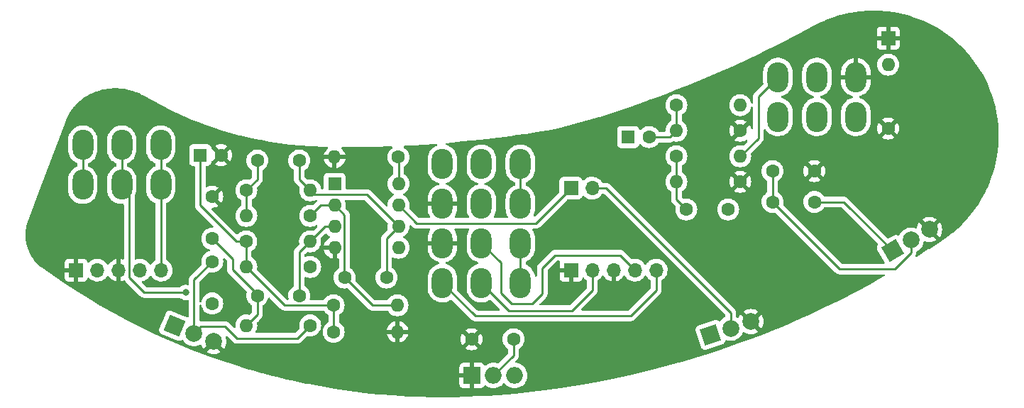
<source format=gbr>
%TF.GenerationSoftware,KiCad,Pcbnew,6.0.4-6f826c9f35~116~ubuntu20.04.1*%
%TF.CreationDate,2022-05-04T16:18:08+02:00*%
%TF.ProjectId,preamp,70726561-6d70-42e6-9b69-6361645f7063,A*%
%TF.SameCoordinates,Original*%
%TF.FileFunction,Copper,L1,Top*%
%TF.FilePolarity,Positive*%
%FSLAX46Y46*%
G04 Gerber Fmt 4.6, Leading zero omitted, Abs format (unit mm)*
G04 Created by KiCad (PCBNEW 6.0.4-6f826c9f35~116~ubuntu20.04.1) date 2022-05-04 16:18:08*
%MOMM*%
%LPD*%
G01*
G04 APERTURE LIST*
G04 Aperture macros list*
%AMHorizOval*
0 Thick line with rounded ends*
0 $1 width*
0 $2 $3 position (X,Y) of the first rounded end (center of the circle)*
0 $4 $5 position (X,Y) of the second rounded end (center of the circle)*
0 Add line between two ends*
20,1,$1,$2,$3,$4,$5,0*
0 Add two circle primitives to create the rounded ends*
1,1,$1,$2,$3*
1,1,$1,$4,$5*%
%AMRotRect*
0 Rectangle, with rotation*
0 The origin of the aperture is its center*
0 $1 length*
0 $2 width*
0 $3 Rotation angle, in degrees counterclockwise*
0 Add horizontal line*
21,1,$1,$2,0,0,$3*%
G04 Aperture macros list end*
%TA.AperFunction,ComponentPad*%
%ADD10C,1.600000*%
%TD*%
%TA.AperFunction,ComponentPad*%
%ADD11O,1.600000X1.600000*%
%TD*%
%TA.AperFunction,ComponentPad*%
%ADD12R,1.700000X1.700000*%
%TD*%
%TA.AperFunction,ComponentPad*%
%ADD13O,1.700000X1.700000*%
%TD*%
%TA.AperFunction,ComponentPad*%
%ADD14R,2.000000X2.000000*%
%TD*%
%TA.AperFunction,ComponentPad*%
%ADD15O,2.000000X2.000000*%
%TD*%
%TA.AperFunction,ComponentPad*%
%ADD16R,1.600000X1.600000*%
%TD*%
%TA.AperFunction,ComponentPad*%
%ADD17RotRect,2.000000X2.000000X68.000000*%
%TD*%
%TA.AperFunction,ComponentPad*%
%ADD18HorizOval,2.000000X0.000000X0.000000X0.000000X0.000000X0*%
%TD*%
%TA.AperFunction,ComponentPad*%
%ADD19C,2.000000*%
%TD*%
%TA.AperFunction,ComponentPad*%
%ADD20RotRect,2.000000X2.000000X108.000000*%
%TD*%
%TA.AperFunction,ComponentPad*%
%ADD21RotRect,2.000000X2.000000X120.000000*%
%TD*%
%TA.AperFunction,ComponentPad*%
%ADD22O,2.500000X3.600000*%
%TD*%
%TA.AperFunction,ViaPad*%
%ADD23C,0.800000*%
%TD*%
%TA.AperFunction,Conductor*%
%ADD24C,0.250000*%
%TD*%
G04 APERTURE END LIST*
D10*
%TO.P,C10,2*%
%TO.N,PU_OUT*%
X121198000Y-108077000D03*
%TO.P,C10,1*%
%TO.N,AUDIO_JACK_SLEEVE_GROUND*%
X126198000Y-108077000D03*
%TD*%
%TO.P,C3,1*%
%TO.N,PREAMP_IN*%
X54356000Y-118872000D03*
%TO.P,C3,2*%
%TO.N,Net-(C11-Pad2)*%
X54356000Y-123872000D03*
%TD*%
%TO.P,R8,1*%
%TO.N,Net-(C1-Pad1)*%
X68834000Y-127254000D03*
D11*
%TO.P,R8,2*%
%TO.N,AUDIO_JACK_SLEEVE_GROUND*%
X76454000Y-127254000D03*
%TD*%
D12*
%TO.P,J2,1,Pin_1*%
%TO.N,AUDIO_JACK_SLEEVE_GROUND*%
X97160000Y-119888000D03*
D13*
%TO.P,J2,2,Pin_2*%
%TO.N,B_YELLOW*%
X99700000Y-119888000D03*
%TO.P,J2,3,Pin_3*%
%TO.N,AUDIO_JACK_SLEEVE_GROUND*%
X102240000Y-119888000D03*
%TO.P,J2,4,Pin_4*%
%TO.N,B_BLACK*%
X104780000Y-119888000D03*
%TO.P,J2,5,Pin_5*%
%TO.N,BRIDGE_OUT*%
X107320000Y-119888000D03*
%TD*%
D10*
%TO.P,C11,1*%
%TO.N,PU_OUT*%
X121198000Y-111760000D03*
%TO.P,C11,2*%
%TO.N,Net-(C11-Pad2)*%
X126198000Y-111760000D03*
%TD*%
D14*
%TO.P,P2,1,Pin_1*%
%TO.N,AUDIO_JACK_SLEEVE_GROUND*%
X85359000Y-132461000D03*
D15*
%TO.P,P2,2,Pin_2*%
%TO.N,Net-(C7-Pad1)*%
X87899000Y-132461000D03*
%TO.P,P2,3,Pin_3*%
%TO.N,PU_OUT*%
X90439000Y-132461000D03*
%TD*%
D16*
%TO.P,C1,1*%
%TO.N,Net-(C1-Pad1)*%
X52919621Y-106172000D03*
D10*
%TO.P,C1,2*%
%TO.N,AUDIO_JACK_SLEEVE_GROUND*%
X55419621Y-106172000D03*
%TD*%
%TO.P,R9,1*%
%TO.N,Net-(C8-Pad2)*%
X109728000Y-100203000D03*
D11*
%TO.P,R9,2*%
%TO.N,PREAMP_OUT*%
X117348000Y-100203000D03*
%TD*%
D10*
%TO.P,R1,1*%
%TO.N,Net-(C4-Pad2)*%
X58420000Y-110363000D03*
D11*
%TO.P,R1,2*%
%TO.N,Net-(C4-Pad1)*%
X66040000Y-110363000D03*
%TD*%
D16*
%TO.P,C8,1*%
%TO.N,Net-(C4-Pad1)*%
X103973621Y-104013000D03*
D10*
%TO.P,C8,2*%
%TO.N,Net-(C8-Pad2)*%
X106473621Y-104013000D03*
%TD*%
D17*
%TO.P,P1,1,Pin_1*%
%TO.N,Net-(C11-Pad2)*%
X49824276Y-126517399D03*
D18*
%TO.P,P1,2,Pin_2*%
%TO.N,PREAMP_IN*%
X52179323Y-127468900D03*
D19*
%TO.P,P1,3,Pin_3*%
%TO.N,AUDIO_JACK_SLEEVE_GROUND*%
X54534370Y-128420400D03*
%TD*%
D10*
%TO.P,R11,1*%
%TO.N,Net-(C9-Pad2)*%
X109728000Y-106299000D03*
D11*
%TO.P,R11,2*%
%TO.N,PREAMP_SW*%
X117348000Y-106299000D03*
%TD*%
D10*
%TO.P,C7,1*%
%TO.N,Net-(C7-Pad1)*%
X90297000Y-128143000D03*
%TO.P,C7,2*%
%TO.N,AUDIO_JACK_SLEEVE_GROUND*%
X85297000Y-128143000D03*
%TD*%
%TO.P,R12,1*%
%TO.N,AUDIO_JACK_SLEEVE_GROUND*%
X117348000Y-109347000D03*
D11*
%TO.P,R12,2*%
%TO.N,Net-(C9-Pad2)*%
X109728000Y-109347000D03*
%TD*%
D10*
%TO.P,R2,1*%
%TO.N,Net-(C6-Pad2)*%
X66040000Y-113411000D03*
D11*
%TO.P,R2,2*%
%TO.N,Net-(C4-Pad2)*%
X58420000Y-113411000D03*
%TD*%
D10*
%TO.P,R5,1*%
%TO.N,PREAMP_IN*%
X66040000Y-126492000D03*
D11*
%TO.P,R5,2*%
%TO.N,Net-(C2-Pad2)*%
X58420000Y-126492000D03*
%TD*%
D10*
%TO.P,R3,1*%
%TO.N,Net-(C1-Pad1)*%
X58410000Y-116459000D03*
D11*
%TO.P,R3,2*%
%TO.N,Net-(C5-Pad2)*%
X66030000Y-116459000D03*
%TD*%
D10*
%TO.P,R6,1*%
%TO.N,Net-(R6-Pad1)*%
X76571000Y-106416000D03*
D11*
%TO.P,R6,2*%
%TO.N,AUDIO_JACK_SLEEVE_GROUND*%
X68951000Y-106416000D03*
%TD*%
D12*
%TO.P,J1,1,Pin_1*%
%TO.N,AUDIO_JACK_SLEEVE_GROUND*%
X38105000Y-119888000D03*
D13*
%TO.P,J1,2,Pin_2*%
%TO.N,N_YELLOW*%
X40645000Y-119888000D03*
%TO.P,J1,3,Pin_3*%
%TO.N,AUDIO_JACK_SLEEVE_GROUND*%
X43185000Y-119888000D03*
%TO.P,J1,4,Pin_4*%
%TO.N,N_BLACK*%
X45725000Y-119888000D03*
%TO.P,J1,5,Pin_5*%
%TO.N,NECK_OUT*%
X48265000Y-119888000D03*
%TD*%
D20*
%TO.P,J4,1,Pin_1*%
%TO.N,AUDIO_JACK_TIP_SIGNAL*%
X113790331Y-127611239D03*
D19*
%TO.P,J4,2,Pin_2*%
%TO.N,9V_NEGATIVE*%
X116206015Y-126826336D03*
%TO.P,J4,3,Pin_3*%
%TO.N,AUDIO_JACK_SLEEVE_GROUND*%
X118621698Y-126041433D03*
%TD*%
D10*
%TO.P,C6,1*%
%TO.N,Net-(C4-Pad1)*%
X75144000Y-120777000D03*
%TO.P,C6,2*%
%TO.N,Net-(C6-Pad2)*%
X70144000Y-120777000D03*
%TD*%
%TO.P,C4,1*%
%TO.N,Net-(C4-Pad1)*%
X64730000Y-106807000D03*
%TO.P,C4,2*%
%TO.N,Net-(C4-Pad2)*%
X59730000Y-106807000D03*
%TD*%
D16*
%TO.P,U1,1,NULL*%
%TO.N,unconnected-(U1-Pad1)*%
X68961000Y-109601000D03*
D11*
%TO.P,U1,2,-*%
%TO.N,Net-(C6-Pad2)*%
X68961000Y-112141000D03*
%TO.P,U1,3,+*%
%TO.N,Net-(C5-Pad2)*%
X68961000Y-114681000D03*
%TO.P,U1,4,V-*%
%TO.N,AUDIO_JACK_SLEEVE_GROUND*%
X68961000Y-117221000D03*
%TO.P,U1,5,NULL*%
%TO.N,unconnected-(U1-Pad5)*%
X76581000Y-117221000D03*
%TO.P,U1,6*%
%TO.N,Net-(C4-Pad1)*%
X76581000Y-114681000D03*
%TO.P,U1,7,V+*%
%TO.N,+9V*%
X76581000Y-112141000D03*
%TO.P,U1,8,IQ*%
%TO.N,Net-(R6-Pad1)*%
X76581000Y-109601000D03*
%TD*%
D10*
%TO.P,C9,1*%
%TO.N,Net-(C6-Pad2)*%
X115911000Y-112649000D03*
%TO.P,C9,2*%
%TO.N,Net-(C9-Pad2)*%
X110911000Y-112649000D03*
%TD*%
D12*
%TO.P,J5,1,Pin_1*%
%TO.N,AUDIO_JACK_SLEEVE_GROUND*%
X135001000Y-92202000D03*
%TD*%
D10*
%TO.P,R13,1*%
%TO.N,AUDIO_JACK_SLEEVE_GROUND*%
X135001000Y-102997000D03*
D11*
%TO.P,R13,2*%
%TO.N,PREAMP_SW*%
X135001000Y-95377000D03*
%TD*%
D10*
%TO.P,C2,1*%
%TO.N,AUDIO_JACK_SLEEVE_GROUND*%
X54356000Y-111125000D03*
%TO.P,C2,2*%
%TO.N,Net-(C2-Pad2)*%
X54356000Y-116125000D03*
%TD*%
%TO.P,R4,1*%
%TO.N,+9V*%
X66040000Y-119507000D03*
D11*
%TO.P,R4,2*%
%TO.N,Net-(C1-Pad1)*%
X58420000Y-119507000D03*
%TD*%
D12*
%TO.P,J3,1,Pin_1*%
%TO.N,+9V*%
X97150000Y-110109000D03*
D13*
%TO.P,J3,2,Pin_2*%
%TO.N,9V_NEGATIVE*%
X99690000Y-110109000D03*
%TD*%
D10*
%TO.P,R7,1*%
%TO.N,Net-(C1-Pad1)*%
X68834000Y-124079000D03*
D11*
%TO.P,R7,2*%
%TO.N,Net-(C6-Pad2)*%
X76454000Y-124079000D03*
%TD*%
D10*
%TO.P,C5,1*%
%TO.N,Net-(C2-Pad2)*%
X59730000Y-122936000D03*
%TO.P,C5,2*%
%TO.N,Net-(C5-Pad2)*%
X64730000Y-122936000D03*
%TD*%
%TO.P,R10,1*%
%TO.N,AUDIO_JACK_SLEEVE_GROUND*%
X117348000Y-103251000D03*
D11*
%TO.P,R10,2*%
%TO.N,Net-(C8-Pad2)*%
X109728000Y-103251000D03*
%TD*%
D21*
%TO.P,P3,1,Pin_1*%
%TO.N,Net-(C11-Pad2)*%
X135524000Y-117594500D03*
D19*
%TO.P,P3,2,Pin_2*%
%TO.N,PU_OUT*%
X137723705Y-116324500D03*
%TO.P,P3,3,Pin_3*%
%TO.N,AUDIO_JACK_SLEEVE_GROUND*%
X139923409Y-115054500D03*
%TD*%
D22*
%TO.P,S1,1,1*%
%TO.N,BRIDGE_OUT*%
X38911000Y-109685000D03*
%TO.P,S1,2,2*%
%TO.N,PU_OUT*%
X43561000Y-109685000D03*
%TO.P,S1,3,3*%
%TO.N,NECK_OUT*%
X48211000Y-109685000D03*
%TO.P,S1,4,4*%
%TO.N,BRIDGE_OUT*%
X38911000Y-104945000D03*
%TO.P,S1,5,5*%
%TO.N,PU_OUT*%
X43561000Y-104945000D03*
%TO.P,S1,6,6*%
%TO.N,NECK_OUT*%
X48211000Y-104945000D03*
%TD*%
%TO.P,S3,1,1*%
%TO.N,PREAMP_IN*%
X121842873Y-101596654D03*
%TO.P,S3,2,2*%
%TO.N,AUDIO_JACK_TIP_SIGNAL*%
X126492873Y-101596654D03*
%TO.P,S3,3,3*%
%TO.N,PREAMP_OUT*%
X131142873Y-101596654D03*
%TO.P,S3,4,4*%
%TO.N,PREAMP_SW*%
X121842873Y-96856654D03*
%TO.P,S3,5,5*%
X126492873Y-96856654D03*
%TO.P,S3,6,6*%
%TO.N,AUDIO_JACK_SLEEVE_GROUND*%
X131142873Y-96856654D03*
%TD*%
%TO.P,S2,1,1*%
%TO.N,BRIDGE_OUT*%
X81812601Y-121426967D03*
%TO.P,S2,2,2*%
%TO.N,B_YELLOW*%
X86462601Y-121426967D03*
%TO.P,S2,3,3*%
%TO.N,Net-(S2-Pad3)*%
X91112601Y-121426967D03*
%TO.P,S2,4,4*%
%TO.N,AUDIO_JACK_SLEEVE_GROUND*%
X81812601Y-116676967D03*
%TO.P,S2,5,5*%
%TO.N,B_BLACK*%
X86462601Y-116676967D03*
%TO.P,S2,6,6*%
%TO.N,Net-(S2-Pad3)*%
X91112601Y-116676967D03*
%TO.P,S2,7,7*%
%TO.N,AUDIO_JACK_SLEEVE_GROUND*%
X81812601Y-111976967D03*
%TO.P,S2,8,8*%
%TO.N,N_BLACK*%
X86462601Y-111976967D03*
%TO.P,S2,9,9*%
%TO.N,Net-(S2-Pad12)*%
X91112601Y-111976967D03*
%TO.P,S2,10,10*%
%TO.N,NECK_OUT*%
X81812601Y-107226967D03*
%TO.P,S2,11,11*%
%TO.N,N_YELLOW*%
X86462601Y-107226967D03*
%TO.P,S2,12,12*%
%TO.N,Net-(S2-Pad12)*%
X91112601Y-107226967D03*
%TD*%
D23*
%TO.N,PU_OUT*%
X51181000Y-122555000D03*
%TO.N,AUDIO_JACK_SLEEVE_GROUND*%
X33401000Y-115189000D03*
X60452000Y-117094000D03*
X144907000Y-112268000D03*
X75057000Y-133731000D03*
X109474000Y-130429000D03*
X58801000Y-131318000D03*
X98298000Y-113411000D03*
X107315000Y-99949000D03*
X57912000Y-104648000D03*
X73533000Y-117348000D03*
X42164000Y-99441000D03*
X117983000Y-95631000D03*
X71247000Y-112395000D03*
X130937000Y-121920000D03*
X63881000Y-125857000D03*
X93726000Y-117602000D03*
X56261000Y-125222000D03*
X78486000Y-105664000D03*
X146685000Y-98679000D03*
X42418000Y-124333000D03*
X92583000Y-104013000D03*
X133604000Y-89408000D03*
%TD*%
D24*
%TO.N,PU_OUT*%
X121198000Y-108077000D02*
X121198000Y-111760000D01*
%TO.N,Net-(C11-Pad2)*%
X126198000Y-111760000D02*
X129689500Y-111760000D01*
X129689500Y-111760000D02*
X135524000Y-117594500D01*
%TO.N,Net-(C1-Pad1)*%
X68834000Y-124079000D02*
X68834000Y-127254000D01*
X62992000Y-124079000D02*
X68834000Y-124079000D01*
X58420000Y-119507000D02*
X62992000Y-124079000D01*
X57213500Y-116459000D02*
X58410000Y-116459000D01*
X52919621Y-106172000D02*
X52919621Y-112165121D01*
X58410000Y-119497000D02*
X58420000Y-119507000D01*
X58410000Y-116459000D02*
X58410000Y-119497000D01*
X52919621Y-112165121D02*
X57213500Y-116459000D01*
%TO.N,Net-(C2-Pad2)*%
X59730000Y-122809000D02*
X59730000Y-125182000D01*
X56769000Y-118538000D02*
X56769000Y-119848000D01*
X56769000Y-119848000D02*
X59730000Y-122809000D01*
X59730000Y-125182000D02*
X58420000Y-126492000D01*
X54356000Y-116125000D02*
X56769000Y-118538000D01*
%TO.N,Net-(C4-Pad2)*%
X58420000Y-110363000D02*
X58420000Y-113411000D01*
X59730000Y-109053000D02*
X58420000Y-110363000D01*
X59730000Y-106807000D02*
X59730000Y-109053000D01*
%TO.N,+9V*%
X76581000Y-112141000D02*
X78740000Y-114300000D01*
X92959000Y-114300000D02*
X97150000Y-110109000D01*
X78740000Y-114300000D02*
X92959000Y-114300000D01*
%TO.N,Net-(C4-Pad1)*%
X66040000Y-110363000D02*
X66548000Y-110871000D01*
X66548000Y-110871000D02*
X72771000Y-110871000D01*
X75144000Y-116118000D02*
X75144000Y-120777000D01*
X64730000Y-109053000D02*
X64730000Y-106807000D01*
X66040000Y-110363000D02*
X64730000Y-109053000D01*
X76581000Y-114681000D02*
X75144000Y-116118000D01*
X72771000Y-110871000D02*
X76581000Y-114681000D01*
%TO.N,B_YELLOW*%
X97287000Y-124714000D02*
X99700000Y-122301000D01*
X89749634Y-124714000D02*
X97287000Y-124714000D01*
X99700000Y-122301000D02*
X99700000Y-119888000D01*
X86462601Y-121426967D02*
X89749634Y-124714000D01*
%TO.N,B_BLACK*%
X95250000Y-118110000D02*
X103002000Y-118110000D01*
X86462601Y-116676967D02*
X88773000Y-118987366D01*
X93726000Y-122682000D02*
X93726000Y-119634000D01*
X93726000Y-119634000D02*
X95250000Y-118110000D01*
X90037980Y-123883480D02*
X92524520Y-123883480D01*
X88773000Y-122618500D02*
X90037980Y-123883480D01*
X92524520Y-123883480D02*
X93726000Y-122682000D01*
X103002000Y-118110000D02*
X104780000Y-119888000D01*
X88773000Y-118987366D02*
X88773000Y-122618500D01*
%TO.N,Net-(C6-Pad2)*%
X66040000Y-113411000D02*
X67310000Y-112141000D01*
X67310000Y-112141000D02*
X68961000Y-112141000D01*
X73446000Y-124079000D02*
X76454000Y-124079000D01*
X70104000Y-113284000D02*
X70104000Y-120737000D01*
X70104000Y-120737000D02*
X70144000Y-120777000D01*
X70144000Y-120777000D02*
X73446000Y-124079000D01*
X68961000Y-112141000D02*
X70104000Y-113284000D01*
%TO.N,Net-(S2-Pad3)*%
X91112601Y-116676967D02*
X91112601Y-121426967D01*
%TO.N,Net-(S2-Pad12)*%
X91112601Y-111976967D02*
X91112601Y-107226967D01*
%TO.N,PU_OUT*%
X46228000Y-122555000D02*
X44450000Y-120777000D01*
X44450000Y-110574000D02*
X43561000Y-109685000D01*
X121198000Y-111760000D02*
X129199000Y-119761000D01*
X135763000Y-119761000D02*
X137723705Y-117800295D01*
X137723705Y-117800295D02*
X137723705Y-116324500D01*
X51181000Y-122555000D02*
X46228000Y-122555000D01*
X43561000Y-109685000D02*
X43561000Y-104525000D01*
X129199000Y-119761000D02*
X135763000Y-119761000D01*
X44450000Y-120777000D02*
X44450000Y-110574000D01*
%TO.N,PREAMP_IN*%
X57277000Y-128016000D02*
X55880000Y-126619000D01*
X64516000Y-128016000D02*
X57277000Y-128016000D01*
X54356000Y-118872000D02*
X52179323Y-121048677D01*
X66040000Y-126492000D02*
X64516000Y-128016000D01*
X55880000Y-126619000D02*
X53029223Y-126619000D01*
X53029223Y-126619000D02*
X52179323Y-127468900D01*
X52179323Y-121048677D02*
X52179323Y-127468900D01*
%TO.N,PREAMP_SW*%
X119507000Y-104140000D02*
X119507000Y-99192527D01*
X119507000Y-99192527D02*
X121842873Y-96856654D01*
X117348000Y-106299000D02*
X119507000Y-104140000D01*
%TO.N,9V_NEGATIVE*%
X101346000Y-110109000D02*
X116206015Y-124969015D01*
X116206015Y-124969015D02*
X116206015Y-126826336D01*
X99563000Y-110109000D02*
X101346000Y-110109000D01*
%TO.N,NECK_OUT*%
X48211000Y-104945000D02*
X48211000Y-109685000D01*
X48211000Y-109685000D02*
X48211000Y-119815000D01*
%TO.N,Net-(C5-Pad2)*%
X66040000Y-116459000D02*
X67818000Y-114681000D01*
X66030000Y-116459000D02*
X66040000Y-116459000D01*
X64730000Y-117759000D02*
X66030000Y-116459000D01*
X64730000Y-122936000D02*
X64730000Y-117759000D01*
X67818000Y-114681000D02*
X68961000Y-114681000D01*
%TO.N,BRIDGE_OUT*%
X107320000Y-122301000D02*
X107320000Y-119888000D01*
X38911000Y-104945000D02*
X38911000Y-109685000D01*
X104272000Y-125349000D02*
X107320000Y-122301000D01*
X81812601Y-121426967D02*
X81812601Y-121436601D01*
X85725000Y-125349000D02*
X104272000Y-125349000D01*
X81812601Y-121436601D02*
X85725000Y-125349000D01*
%TO.N,Net-(C7-Pad1)*%
X90297000Y-130063000D02*
X87899000Y-132461000D01*
X90297000Y-128143000D02*
X90297000Y-130063000D01*
%TO.N,Net-(C8-Pad2)*%
X106473621Y-104013000D02*
X108966000Y-104013000D01*
X109728000Y-103251000D02*
X109728000Y-100203000D01*
X108966000Y-104013000D02*
X109728000Y-103251000D01*
%TO.N,Net-(C9-Pad2)*%
X109728000Y-106553000D02*
X109728000Y-109347000D01*
X109728000Y-109347000D02*
X109728000Y-111466000D01*
X109728000Y-111466000D02*
X110911000Y-112649000D01*
%TO.N,Net-(R6-Pad1)*%
X76581000Y-109601000D02*
X76581000Y-106426000D01*
%TD*%
%TA.AperFunction,Conductor*%
%TO.N,AUDIO_JACK_SLEEVE_GROUND*%
G36*
X133447464Y-88926354D02*
G01*
X133929775Y-88944233D01*
X134200487Y-88954268D01*
X134206876Y-88954669D01*
X134556737Y-88985532D01*
X134957501Y-89020886D01*
X134963877Y-89021613D01*
X135710128Y-89125957D01*
X135716459Y-89127007D01*
X136456444Y-89269213D01*
X136462713Y-89270584D01*
X137194509Y-89450283D01*
X137200700Y-89451972D01*
X137561534Y-89560329D01*
X137922375Y-89668689D01*
X137928458Y-89670686D01*
X138192709Y-89764954D01*
X138638203Y-89923879D01*
X138644190Y-89926189D01*
X139340079Y-90215170D01*
X139345940Y-90217780D01*
X139705189Y-90388903D01*
X140026234Y-90541828D01*
X140031952Y-90544732D01*
X140694881Y-90903003D01*
X140700421Y-90906183D01*
X140848559Y-90996276D01*
X141344241Y-91297737D01*
X141349637Y-91301210D01*
X141972665Y-91725020D01*
X141977878Y-91728763D01*
X142578543Y-92183761D01*
X142583557Y-92187765D01*
X143160271Y-92672748D01*
X143165064Y-92676991D01*
X143622743Y-93103490D01*
X143716337Y-93190708D01*
X143720919Y-93195201D01*
X144245316Y-93736314D01*
X144249663Y-93741034D01*
X144745839Y-94308153D01*
X144749940Y-94313089D01*
X145216584Y-94904715D01*
X145220426Y-94909849D01*
X145646357Y-95510387D01*
X145656357Y-95524487D01*
X145659930Y-95529807D01*
X145984976Y-96041448D01*
X146064007Y-96165848D01*
X146067305Y-96171344D01*
X146097785Y-96225197D01*
X146438469Y-96827125D01*
X146441486Y-96832788D01*
X146778770Y-97506594D01*
X146781496Y-97512404D01*
X147084047Y-98202532D01*
X147086473Y-98208473D01*
X147333835Y-98861226D01*
X147353493Y-98913102D01*
X147355612Y-98919155D01*
X147377343Y-98986693D01*
X147586405Y-99636452D01*
X147588215Y-99642609D01*
X147782198Y-100370759D01*
X147783691Y-100377000D01*
X147940343Y-101114049D01*
X147941517Y-101120358D01*
X148060443Y-101864444D01*
X148061294Y-101870803D01*
X148141847Y-102616878D01*
X148142181Y-102619974D01*
X148142706Y-102626358D01*
X148152948Y-102807067D01*
X148185346Y-103378682D01*
X148185546Y-103385096D01*
X148186995Y-103640176D01*
X148189815Y-104136414D01*
X148189827Y-104138611D01*
X148189700Y-104145018D01*
X148155884Y-104891771D01*
X148155612Y-104897771D01*
X148155160Y-104904156D01*
X148090429Y-105575039D01*
X148082789Y-105654225D01*
X148082011Y-105660591D01*
X147986590Y-106304475D01*
X147971548Y-106405973D01*
X147970447Y-106412288D01*
X147918391Y-106671671D01*
X147822173Y-107151102D01*
X147820750Y-107157359D01*
X147635063Y-107887629D01*
X147633324Y-107893806D01*
X147410694Y-108613683D01*
X147408643Y-108619764D01*
X147149640Y-109327403D01*
X147147281Y-109333371D01*
X147104558Y-109433916D01*
X146853066Y-110025775D01*
X146852600Y-110026871D01*
X146849946Y-110032699D01*
X146719263Y-110301354D01*
X146520326Y-110710323D01*
X146517373Y-110716020D01*
X146153694Y-111375958D01*
X146150454Y-111381498D01*
X145753625Y-112022099D01*
X145750108Y-112027466D01*
X145467296Y-112435974D01*
X145342594Y-112616100D01*
X145321209Y-112646989D01*
X145317428Y-112652165D01*
X145177956Y-112833184D01*
X144857527Y-113249066D01*
X144853483Y-113254048D01*
X144528944Y-113633607D01*
X144374547Y-113814180D01*
X144363779Y-113826773D01*
X144359488Y-113831540D01*
X144354600Y-113836700D01*
X143841269Y-114378580D01*
X143836738Y-114383125D01*
X143291342Y-114903069D01*
X143286586Y-114907377D01*
X142715435Y-115398869D01*
X142710466Y-115402930D01*
X142536598Y-115537770D01*
X142115002Y-115864731D01*
X142109859Y-115868513D01*
X141525993Y-116275464D01*
X141506339Y-116286684D01*
X141491444Y-116293493D01*
X141489863Y-116294861D01*
X141486443Y-116296472D01*
X141464712Y-116315715D01*
X141450815Y-116326391D01*
X139918501Y-117342356D01*
X139795338Y-117424016D01*
X139793386Y-117425285D01*
X138459768Y-118274400D01*
X138391565Y-118294114D01*
X138323530Y-118273824D01*
X138277264Y-118219972D01*
X138267457Y-118149656D01*
X138276460Y-118118077D01*
X138290872Y-118084771D01*
X138296096Y-118074107D01*
X138313580Y-118042304D01*
X138313581Y-118042302D01*
X138317400Y-118035355D01*
X138322438Y-118015732D01*
X138328842Y-117997029D01*
X138333738Y-117985715D01*
X138333738Y-117985714D01*
X138336886Y-117978440D01*
X138338125Y-117970617D01*
X138338128Y-117970607D01*
X138343804Y-117934771D01*
X138346210Y-117923151D01*
X138355233Y-117888006D01*
X138355233Y-117888005D01*
X138357205Y-117880325D01*
X138357205Y-117860071D01*
X138358756Y-117840360D01*
X138360685Y-117828181D01*
X138361925Y-117820352D01*
X138361179Y-117812458D01*
X138358800Y-117787287D01*
X138372303Y-117717587D01*
X138418406Y-117667998D01*
X138441898Y-117653602D01*
X138613121Y-117548676D01*
X138793674Y-117394469D01*
X138947881Y-117213916D01*
X138950460Y-117209708D01*
X138950464Y-117209702D01*
X139069359Y-117015683D01*
X139071945Y-117011463D01*
X139075137Y-117003758D01*
X139160916Y-116796667D01*
X139160917Y-116796665D01*
X139162810Y-116792094D01*
X139218240Y-116561211D01*
X139218285Y-116561222D01*
X139248042Y-116498462D01*
X139308312Y-116460939D01*
X139379301Y-116461957D01*
X139390291Y-116465923D01*
X139451397Y-116491234D01*
X139460782Y-116494283D01*
X139681963Y-116547385D01*
X139691710Y-116548928D01*
X139918479Y-116566775D01*
X139928339Y-116566775D01*
X140155108Y-116548928D01*
X140164855Y-116547385D01*
X140386036Y-116494283D01*
X140395421Y-116491234D01*
X140605572Y-116404187D01*
X140614367Y-116399705D01*
X140781854Y-116297068D01*
X140791316Y-116286610D01*
X140787533Y-116277834D01*
X139565331Y-115055632D01*
X140287817Y-115055632D01*
X140287948Y-115057465D01*
X140292199Y-115064080D01*
X141143699Y-115915580D01*
X141156079Y-115922340D01*
X141163729Y-115916613D01*
X141268614Y-115745458D01*
X141273096Y-115736663D01*
X141360143Y-115526512D01*
X141363192Y-115517127D01*
X141416294Y-115295946D01*
X141417837Y-115286199D01*
X141435684Y-115059430D01*
X141435684Y-115049570D01*
X141417837Y-114822801D01*
X141416294Y-114813054D01*
X141363192Y-114591873D01*
X141360143Y-114582488D01*
X141273096Y-114372337D01*
X141268614Y-114363542D01*
X141165977Y-114196055D01*
X141155519Y-114186593D01*
X141146743Y-114190376D01*
X140295431Y-115041688D01*
X140287817Y-115055632D01*
X139565331Y-115055632D01*
X138703119Y-114193420D01*
X138690739Y-114186660D01*
X138683089Y-114192387D01*
X138578204Y-114363542D01*
X138573722Y-114372337D01*
X138486675Y-114582488D01*
X138483626Y-114591873D01*
X138430522Y-114813063D01*
X138430046Y-114816070D01*
X138429548Y-114817119D01*
X138429369Y-114817867D01*
X138429212Y-114817829D01*
X138399633Y-114880222D01*
X138339364Y-114917748D01*
X138268375Y-114916733D01*
X138257381Y-114912766D01*
X138195877Y-114887291D01*
X138195874Y-114887290D01*
X138191299Y-114885395D01*
X138083655Y-114859552D01*
X137965229Y-114831120D01*
X137965223Y-114831119D01*
X137960416Y-114829965D01*
X137723705Y-114811335D01*
X137486994Y-114829965D01*
X137482187Y-114831119D01*
X137482181Y-114831120D01*
X137363755Y-114859552D01*
X137256111Y-114885395D01*
X137251540Y-114887288D01*
X137251538Y-114887289D01*
X137041316Y-114974365D01*
X137041312Y-114974367D01*
X137036742Y-114976260D01*
X137032522Y-114978846D01*
X136838503Y-115097741D01*
X136838497Y-115097745D01*
X136834289Y-115100324D01*
X136653736Y-115254531D01*
X136499529Y-115435084D01*
X136496950Y-115439292D01*
X136496946Y-115439298D01*
X136418432Y-115567422D01*
X136375465Y-115637537D01*
X136373572Y-115642107D01*
X136373570Y-115642111D01*
X136357434Y-115681067D01*
X136343279Y-115715243D01*
X136336976Y-115730459D01*
X136292428Y-115785740D01*
X136225065Y-115808161D01*
X136158450Y-115790775D01*
X136156917Y-115789514D01*
X136148091Y-115785740D01*
X136094105Y-115762658D01*
X136022988Y-115732251D01*
X136014079Y-115731181D01*
X136014076Y-115731180D01*
X135922626Y-115720194D01*
X135878371Y-115714878D01*
X135869516Y-115716352D01*
X135869513Y-115716352D01*
X135742480Y-115737496D01*
X135742478Y-115737497D01*
X135734689Y-115738793D01*
X135727469Y-115741978D01*
X135727464Y-115741979D01*
X135704380Y-115752161D01*
X135677461Y-115764034D01*
X135071410Y-116113937D01*
X135002417Y-116130675D01*
X134935325Y-116107455D01*
X134919317Y-116093913D01*
X132647794Y-113822390D01*
X139055502Y-113822390D01*
X139059285Y-113831166D01*
X139910597Y-114682478D01*
X139924541Y-114690092D01*
X139926374Y-114689961D01*
X139932989Y-114685710D01*
X140784489Y-113834210D01*
X140791249Y-113821830D01*
X140785522Y-113814180D01*
X140614367Y-113709295D01*
X140605572Y-113704813D01*
X140395421Y-113617766D01*
X140386036Y-113614717D01*
X140164855Y-113561615D01*
X140155108Y-113560072D01*
X139928339Y-113542225D01*
X139918479Y-113542225D01*
X139691710Y-113560072D01*
X139681963Y-113561615D01*
X139460782Y-113614717D01*
X139451397Y-113617766D01*
X139241246Y-113704813D01*
X139232451Y-113709295D01*
X139064964Y-113811932D01*
X139055502Y-113822390D01*
X132647794Y-113822390D01*
X130193152Y-111367747D01*
X130185612Y-111359461D01*
X130181500Y-111352982D01*
X130175683Y-111347519D01*
X130131849Y-111306357D01*
X130129007Y-111303602D01*
X130109270Y-111283865D01*
X130106073Y-111281385D01*
X130097051Y-111273680D01*
X130081450Y-111259030D01*
X130064821Y-111243414D01*
X130057875Y-111239595D01*
X130057872Y-111239593D01*
X130047066Y-111233652D01*
X130030547Y-111222801D01*
X130028351Y-111221098D01*
X130014541Y-111210386D01*
X130007272Y-111207241D01*
X130007268Y-111207238D01*
X129973963Y-111192826D01*
X129963313Y-111187609D01*
X129924560Y-111166305D01*
X129904937Y-111161267D01*
X129886234Y-111154863D01*
X129874920Y-111149967D01*
X129874919Y-111149967D01*
X129867645Y-111146819D01*
X129859822Y-111145580D01*
X129859812Y-111145577D01*
X129823976Y-111139901D01*
X129812356Y-111137495D01*
X129777211Y-111128472D01*
X129777210Y-111128472D01*
X129769530Y-111126500D01*
X129749276Y-111126500D01*
X129729565Y-111124949D01*
X129717386Y-111123020D01*
X129709557Y-111121780D01*
X129701665Y-111122526D01*
X129665539Y-111125941D01*
X129653681Y-111126500D01*
X127417394Y-111126500D01*
X127349273Y-111106498D01*
X127314181Y-111072771D01*
X127207357Y-110920211D01*
X127207355Y-110920208D01*
X127204198Y-110915700D01*
X127042300Y-110753802D01*
X127037792Y-110750645D01*
X127037789Y-110750643D01*
X126959611Y-110695902D01*
X126854749Y-110622477D01*
X126849767Y-110620154D01*
X126849762Y-110620151D01*
X126652225Y-110528039D01*
X126652224Y-110528039D01*
X126647243Y-110525716D01*
X126641935Y-110524294D01*
X126641933Y-110524293D01*
X126431402Y-110467881D01*
X126431400Y-110467881D01*
X126426087Y-110466457D01*
X126198000Y-110446502D01*
X125969913Y-110466457D01*
X125964600Y-110467881D01*
X125964598Y-110467881D01*
X125754067Y-110524293D01*
X125754065Y-110524294D01*
X125748757Y-110525716D01*
X125743776Y-110528039D01*
X125743775Y-110528039D01*
X125546238Y-110620151D01*
X125546233Y-110620154D01*
X125541251Y-110622477D01*
X125436389Y-110695902D01*
X125358211Y-110750643D01*
X125358208Y-110750645D01*
X125353700Y-110753802D01*
X125191802Y-110915700D01*
X125188645Y-110920208D01*
X125188643Y-110920211D01*
X125143141Y-110985195D01*
X125060477Y-111103251D01*
X125058154Y-111108233D01*
X125058151Y-111108238D01*
X124977409Y-111281392D01*
X124963716Y-111310757D01*
X124962294Y-111316065D01*
X124962293Y-111316067D01*
X124907194Y-111521699D01*
X124904457Y-111531913D01*
X124884502Y-111760000D01*
X124904457Y-111988087D01*
X124905881Y-111993400D01*
X124905881Y-111993402D01*
X124937375Y-112110936D01*
X124963716Y-112209243D01*
X124966039Y-112214224D01*
X124966039Y-112214225D01*
X125058151Y-112411762D01*
X125058154Y-112411767D01*
X125060477Y-112416749D01*
X125086496Y-112453908D01*
X125185861Y-112595815D01*
X125191802Y-112604300D01*
X125353700Y-112766198D01*
X125358208Y-112769355D01*
X125358211Y-112769357D01*
X125384292Y-112787619D01*
X125541251Y-112897523D01*
X125546233Y-112899846D01*
X125546238Y-112899849D01*
X125737848Y-112989197D01*
X125748757Y-112994284D01*
X125754065Y-112995706D01*
X125754067Y-112995707D01*
X125964598Y-113052119D01*
X125964600Y-113052119D01*
X125969913Y-113053543D01*
X126198000Y-113073498D01*
X126426087Y-113053543D01*
X126431400Y-113052119D01*
X126431402Y-113052119D01*
X126641933Y-112995707D01*
X126641935Y-112995706D01*
X126647243Y-112994284D01*
X126658152Y-112989197D01*
X126849762Y-112899849D01*
X126849767Y-112899846D01*
X126854749Y-112897523D01*
X127011708Y-112787619D01*
X127037789Y-112769357D01*
X127037792Y-112769355D01*
X127042300Y-112766198D01*
X127204198Y-112604300D01*
X127207357Y-112599789D01*
X127314181Y-112447229D01*
X127369638Y-112402901D01*
X127417394Y-112393500D01*
X129374906Y-112393500D01*
X129443027Y-112413502D01*
X129464001Y-112430405D01*
X133762821Y-116729226D01*
X133796847Y-116791538D01*
X133791782Y-116862354D01*
X133771022Y-116898380D01*
X133719014Y-116961583D01*
X133661751Y-117095512D01*
X133660681Y-117104421D01*
X133660680Y-117104424D01*
X133654662Y-117154520D01*
X133644378Y-117240129D01*
X133645852Y-117248984D01*
X133645852Y-117248987D01*
X133664447Y-117360707D01*
X133668293Y-117383811D01*
X133671478Y-117391031D01*
X133671479Y-117391036D01*
X133683612Y-117418543D01*
X133693534Y-117441039D01*
X134552995Y-118929670D01*
X134558093Y-118938500D01*
X134574831Y-119007495D01*
X134551611Y-119074587D01*
X134495803Y-119118474D01*
X134448974Y-119127500D01*
X129513594Y-119127500D01*
X129445473Y-119107498D01*
X129424499Y-119090595D01*
X122507152Y-112173248D01*
X122473126Y-112110936D01*
X122474541Y-112051541D01*
X122490118Y-111993409D01*
X122490120Y-111993398D01*
X122491543Y-111988087D01*
X122511498Y-111760000D01*
X122491543Y-111531913D01*
X122488806Y-111521699D01*
X122433707Y-111316067D01*
X122433706Y-111316065D01*
X122432284Y-111310757D01*
X122418591Y-111281392D01*
X122337849Y-111108238D01*
X122337846Y-111108233D01*
X122335523Y-111103251D01*
X122252859Y-110985195D01*
X122207357Y-110920211D01*
X122207355Y-110920208D01*
X122204198Y-110915700D01*
X122042300Y-110753802D01*
X122037792Y-110750645D01*
X122037789Y-110750643D01*
X121885229Y-110643819D01*
X121840901Y-110588362D01*
X121831500Y-110540606D01*
X121831500Y-109296394D01*
X121851502Y-109228273D01*
X121885229Y-109193181D01*
X121928243Y-109163062D01*
X125476493Y-109163062D01*
X125485789Y-109175077D01*
X125536994Y-109210931D01*
X125546489Y-109216414D01*
X125743947Y-109308490D01*
X125754239Y-109312236D01*
X125964688Y-109368625D01*
X125975481Y-109370528D01*
X126192525Y-109389517D01*
X126203475Y-109389517D01*
X126420519Y-109370528D01*
X126431312Y-109368625D01*
X126641761Y-109312236D01*
X126652053Y-109308490D01*
X126849511Y-109216414D01*
X126859006Y-109210931D01*
X126911048Y-109174491D01*
X126919424Y-109164012D01*
X126912356Y-109150566D01*
X126210812Y-108449022D01*
X126196868Y-108441408D01*
X126195035Y-108441539D01*
X126188420Y-108445790D01*
X125482923Y-109151287D01*
X125476493Y-109163062D01*
X121928243Y-109163062D01*
X122037789Y-109086357D01*
X122037792Y-109086355D01*
X122042300Y-109083198D01*
X122204198Y-108921300D01*
X122216845Y-108903239D01*
X122312427Y-108766733D01*
X122335523Y-108733749D01*
X122337846Y-108728767D01*
X122337849Y-108728762D01*
X122429961Y-108531225D01*
X122429961Y-108531224D01*
X122432284Y-108526243D01*
X122438593Y-108502700D01*
X122490119Y-108310402D01*
X122490119Y-108310400D01*
X122491543Y-108305087D01*
X122511019Y-108082475D01*
X124885483Y-108082475D01*
X124904472Y-108299519D01*
X124906375Y-108310312D01*
X124962764Y-108520761D01*
X124966510Y-108531053D01*
X125058586Y-108728511D01*
X125064069Y-108738006D01*
X125100509Y-108790048D01*
X125110988Y-108798424D01*
X125124434Y-108791356D01*
X125825978Y-108089812D01*
X125832356Y-108078132D01*
X126562408Y-108078132D01*
X126562539Y-108079965D01*
X126566790Y-108086580D01*
X127272287Y-108792077D01*
X127284062Y-108798507D01*
X127296077Y-108789211D01*
X127331931Y-108738006D01*
X127337414Y-108728511D01*
X127429490Y-108531053D01*
X127433236Y-108520761D01*
X127489625Y-108310312D01*
X127491528Y-108299519D01*
X127510517Y-108082475D01*
X127510517Y-108071525D01*
X127491528Y-107854481D01*
X127489625Y-107843688D01*
X127433236Y-107633239D01*
X127429490Y-107622947D01*
X127337414Y-107425489D01*
X127331931Y-107415994D01*
X127295491Y-107363952D01*
X127285012Y-107355576D01*
X127271566Y-107362644D01*
X126570022Y-108064188D01*
X126562408Y-108078132D01*
X125832356Y-108078132D01*
X125833592Y-108075868D01*
X125833461Y-108074035D01*
X125829210Y-108067420D01*
X125123713Y-107361923D01*
X125111938Y-107355493D01*
X125099923Y-107364789D01*
X125064069Y-107415994D01*
X125058586Y-107425489D01*
X124966510Y-107622947D01*
X124962764Y-107633239D01*
X124906375Y-107843688D01*
X124904472Y-107854481D01*
X124885483Y-108071525D01*
X124885483Y-108082475D01*
X122511019Y-108082475D01*
X122511498Y-108077000D01*
X122491543Y-107848913D01*
X122462117Y-107739093D01*
X122433707Y-107633067D01*
X122433706Y-107633065D01*
X122432284Y-107627757D01*
X122417117Y-107595231D01*
X122337849Y-107425238D01*
X122337846Y-107425233D01*
X122335523Y-107420251D01*
X122230370Y-107270077D01*
X122207357Y-107237211D01*
X122207355Y-107237208D01*
X122204198Y-107232700D01*
X122042300Y-107070802D01*
X122037792Y-107067645D01*
X122037789Y-107067643D01*
X121926886Y-106989988D01*
X125476576Y-106989988D01*
X125483644Y-107003434D01*
X126185188Y-107704978D01*
X126199132Y-107712592D01*
X126200965Y-107712461D01*
X126207580Y-107708210D01*
X126913077Y-107002713D01*
X126919507Y-106990938D01*
X126910211Y-106978923D01*
X126859006Y-106943069D01*
X126849511Y-106937586D01*
X126652053Y-106845510D01*
X126641761Y-106841764D01*
X126431312Y-106785375D01*
X126420519Y-106783472D01*
X126203475Y-106764483D01*
X126192525Y-106764483D01*
X125975481Y-106783472D01*
X125964688Y-106785375D01*
X125754239Y-106841764D01*
X125743947Y-106845510D01*
X125546489Y-106937586D01*
X125536994Y-106943069D01*
X125484952Y-106979509D01*
X125476576Y-106989988D01*
X121926886Y-106989988D01*
X121911920Y-106979509D01*
X121854749Y-106939477D01*
X121849767Y-106937154D01*
X121849762Y-106937151D01*
X121652225Y-106845039D01*
X121652224Y-106845039D01*
X121647243Y-106842716D01*
X121641935Y-106841294D01*
X121641933Y-106841293D01*
X121431402Y-106784881D01*
X121431400Y-106784881D01*
X121426087Y-106783457D01*
X121198000Y-106763502D01*
X120969913Y-106783457D01*
X120964600Y-106784881D01*
X120964598Y-106784881D01*
X120754067Y-106841293D01*
X120754065Y-106841294D01*
X120748757Y-106842716D01*
X120743776Y-106845039D01*
X120743775Y-106845039D01*
X120546238Y-106937151D01*
X120546233Y-106937154D01*
X120541251Y-106939477D01*
X120484080Y-106979509D01*
X120358211Y-107067643D01*
X120358208Y-107067645D01*
X120353700Y-107070802D01*
X120191802Y-107232700D01*
X120188645Y-107237208D01*
X120188643Y-107237211D01*
X120165630Y-107270077D01*
X120060477Y-107420251D01*
X120058154Y-107425233D01*
X120058151Y-107425238D01*
X119978883Y-107595231D01*
X119963716Y-107627757D01*
X119962294Y-107633065D01*
X119962293Y-107633067D01*
X119933883Y-107739093D01*
X119904457Y-107848913D01*
X119884502Y-108077000D01*
X119904457Y-108305087D01*
X119905881Y-108310400D01*
X119905881Y-108310402D01*
X119957408Y-108502700D01*
X119963716Y-108526243D01*
X119966039Y-108531224D01*
X119966039Y-108531225D01*
X120058151Y-108728762D01*
X120058154Y-108728767D01*
X120060477Y-108733749D01*
X120083573Y-108766733D01*
X120179156Y-108903239D01*
X120191802Y-108921300D01*
X120353700Y-109083198D01*
X120358208Y-109086355D01*
X120358211Y-109086357D01*
X120510771Y-109193181D01*
X120555099Y-109248638D01*
X120564500Y-109296394D01*
X120564500Y-110540606D01*
X120544498Y-110608727D01*
X120510771Y-110643819D01*
X120358211Y-110750643D01*
X120358208Y-110750645D01*
X120353700Y-110753802D01*
X120191802Y-110915700D01*
X120188645Y-110920208D01*
X120188643Y-110920211D01*
X120143141Y-110985195D01*
X120060477Y-111103251D01*
X120058154Y-111108233D01*
X120058151Y-111108238D01*
X119977409Y-111281392D01*
X119963716Y-111310757D01*
X119962294Y-111316065D01*
X119962293Y-111316067D01*
X119907194Y-111521699D01*
X119904457Y-111531913D01*
X119884502Y-111760000D01*
X119904457Y-111988087D01*
X119905881Y-111993400D01*
X119905881Y-111993402D01*
X119937375Y-112110936D01*
X119963716Y-112209243D01*
X119966039Y-112214224D01*
X119966039Y-112214225D01*
X120058151Y-112411762D01*
X120058154Y-112411767D01*
X120060477Y-112416749D01*
X120086496Y-112453908D01*
X120185861Y-112595815D01*
X120191802Y-112604300D01*
X120353700Y-112766198D01*
X120358208Y-112769355D01*
X120358211Y-112769357D01*
X120384292Y-112787619D01*
X120541251Y-112897523D01*
X120546233Y-112899846D01*
X120546238Y-112899849D01*
X120737848Y-112989197D01*
X120748757Y-112994284D01*
X120754065Y-112995706D01*
X120754067Y-112995707D01*
X120964598Y-113052119D01*
X120964600Y-113052119D01*
X120969913Y-113053543D01*
X121198000Y-113073498D01*
X121426087Y-113053543D01*
X121431398Y-113052120D01*
X121431409Y-113052118D01*
X121489541Y-113036541D01*
X121560517Y-113038230D01*
X121611248Y-113069152D01*
X128695343Y-120153247D01*
X128702887Y-120161537D01*
X128707000Y-120168018D01*
X128712777Y-120173443D01*
X128756667Y-120214658D01*
X128759509Y-120217413D01*
X128779231Y-120237135D01*
X128782373Y-120239572D01*
X128782433Y-120239619D01*
X128791445Y-120247317D01*
X128805694Y-120260697D01*
X128823679Y-120277586D01*
X128830622Y-120281403D01*
X128841431Y-120287345D01*
X128857953Y-120298198D01*
X128873959Y-120310614D01*
X128881237Y-120313764D01*
X128881238Y-120313764D01*
X128914537Y-120328174D01*
X128925187Y-120333391D01*
X128963940Y-120354695D01*
X128971615Y-120356666D01*
X128971616Y-120356666D01*
X128983562Y-120359733D01*
X129002267Y-120366137D01*
X129020855Y-120374181D01*
X129028678Y-120375420D01*
X129028688Y-120375423D01*
X129064524Y-120381099D01*
X129076144Y-120383505D01*
X129111289Y-120392528D01*
X129118970Y-120394500D01*
X129139224Y-120394500D01*
X129158934Y-120396051D01*
X129178943Y-120399220D01*
X129186835Y-120398474D01*
X129222961Y-120395059D01*
X129234819Y-120394500D01*
X134480871Y-120394500D01*
X134548992Y-120414502D01*
X134595485Y-120468158D01*
X134605589Y-120538432D01*
X134576095Y-120603012D01*
X134542541Y-120630376D01*
X133785148Y-121055464D01*
X132837536Y-121587312D01*
X132835491Y-121588435D01*
X131051417Y-122546767D01*
X131049353Y-122547851D01*
X129247844Y-123472998D01*
X129245783Y-123474032D01*
X127427409Y-124365704D01*
X127425450Y-124366643D01*
X125897132Y-125081301D01*
X125590841Y-125224526D01*
X125588719Y-125225494D01*
X124737323Y-125604574D01*
X123771491Y-126034606D01*
X123738684Y-126049213D01*
X123736553Y-126050138D01*
X123269534Y-126247802D01*
X121871534Y-126839499D01*
X121869378Y-126840388D01*
X119990097Y-127595082D01*
X119987925Y-127595931D01*
X119716692Y-127699067D01*
X118094994Y-128315716D01*
X118092848Y-128316510D01*
X117540210Y-128515022D01*
X116186857Y-129001158D01*
X116184654Y-129001926D01*
X114266404Y-129651150D01*
X114264189Y-129651877D01*
X112334218Y-130265498D01*
X112331989Y-130266184D01*
X110391009Y-130843973D01*
X110388767Y-130844618D01*
X109976712Y-130959020D01*
X108437365Y-131386401D01*
X108435192Y-131386982D01*
X106474056Y-131892565D01*
X106471897Y-131893100D01*
X105116906Y-132215795D01*
X104501767Y-132362292D01*
X104499493Y-132362811D01*
X102521094Y-132795441D01*
X102518811Y-132795918D01*
X100532753Y-133191855D01*
X100530462Y-133192290D01*
X98537364Y-133551411D01*
X98535065Y-133551803D01*
X97568861Y-133707490D01*
X96812993Y-133829285D01*
X96535724Y-133873962D01*
X96533422Y-133874311D01*
X94528378Y-134159422D01*
X94526133Y-134159720D01*
X93940571Y-134231956D01*
X92516159Y-134407672D01*
X92513842Y-134407936D01*
X90499677Y-134618638D01*
X90497356Y-134618859D01*
X88479678Y-134792242D01*
X88477352Y-134792421D01*
X87111696Y-134884348D01*
X86503183Y-134925309D01*
X86482584Y-134925007D01*
X86461521Y-134922968D01*
X86452711Y-134924644D01*
X86452707Y-134924644D01*
X86431544Y-134928670D01*
X86413941Y-134930749D01*
X86012531Y-134949701D01*
X84704503Y-135011459D01*
X84701863Y-135011556D01*
X82950689Y-135056436D01*
X82948050Y-135056474D01*
X82088970Y-135059968D01*
X81196400Y-135063597D01*
X81193684Y-135063579D01*
X80317981Y-135048262D01*
X79442238Y-135032944D01*
X79439604Y-135032869D01*
X78564416Y-134998679D01*
X77689269Y-134964490D01*
X77686557Y-134964355D01*
X75938096Y-134858264D01*
X75935387Y-134858070D01*
X74501528Y-134740001D01*
X74189653Y-134714320D01*
X74186966Y-134714070D01*
X72444714Y-134532722D01*
X72442039Y-134532414D01*
X71452606Y-134407814D01*
X70704062Y-134313549D01*
X70701371Y-134313180D01*
X68968606Y-134056918D01*
X68965924Y-134056492D01*
X67239039Y-133762933D01*
X67236366Y-133762449D01*
X65900764Y-133505669D01*
X83851001Y-133505669D01*
X83851371Y-133512490D01*
X83856895Y-133563352D01*
X83860521Y-133578604D01*
X83905676Y-133699054D01*
X83914214Y-133714649D01*
X83990715Y-133816724D01*
X84003276Y-133829285D01*
X84105351Y-133905786D01*
X84120946Y-133914324D01*
X84241394Y-133959478D01*
X84256649Y-133963105D01*
X84307514Y-133968631D01*
X84314328Y-133969000D01*
X85086885Y-133969000D01*
X85102124Y-133964525D01*
X85103329Y-133963135D01*
X85105000Y-133955452D01*
X85105000Y-133950884D01*
X85613000Y-133950884D01*
X85617475Y-133966123D01*
X85618865Y-133967328D01*
X85626548Y-133968999D01*
X86403669Y-133968999D01*
X86410490Y-133968629D01*
X86461352Y-133963105D01*
X86476604Y-133959479D01*
X86597054Y-133914324D01*
X86612649Y-133905786D01*
X86714724Y-133829285D01*
X86727285Y-133816724D01*
X86803787Y-133714647D01*
X86805895Y-133710797D01*
X86808978Y-133707720D01*
X86809172Y-133707462D01*
X86809209Y-133707490D01*
X86856152Y-133660650D01*
X86925543Y-133645635D01*
X86992036Y-133670519D01*
X86998231Y-133675479D01*
X87009584Y-133685176D01*
X87212037Y-133809240D01*
X87216607Y-133811133D01*
X87216611Y-133811135D01*
X87426833Y-133898211D01*
X87431406Y-133900105D01*
X87490633Y-133914324D01*
X87657476Y-133954380D01*
X87657482Y-133954381D01*
X87662289Y-133955535D01*
X87899000Y-133974165D01*
X88135711Y-133955535D01*
X88140518Y-133954381D01*
X88140524Y-133954380D01*
X88307367Y-133914324D01*
X88366594Y-133900105D01*
X88371167Y-133898211D01*
X88581389Y-133811135D01*
X88581393Y-133811133D01*
X88585963Y-133809240D01*
X88662319Y-133762449D01*
X88784202Y-133687759D01*
X88784208Y-133687755D01*
X88788416Y-133685176D01*
X88968969Y-133530969D01*
X88972177Y-133527213D01*
X88972182Y-133527208D01*
X89073189Y-133408944D01*
X89132639Y-133370134D01*
X89203634Y-133369628D01*
X89264811Y-133408944D01*
X89365818Y-133527208D01*
X89365823Y-133527213D01*
X89369031Y-133530969D01*
X89549584Y-133685176D01*
X89553792Y-133687755D01*
X89553798Y-133687759D01*
X89675681Y-133762449D01*
X89752037Y-133809240D01*
X89756607Y-133811133D01*
X89756611Y-133811135D01*
X89966833Y-133898211D01*
X89971406Y-133900105D01*
X90030633Y-133914324D01*
X90197476Y-133954380D01*
X90197482Y-133954381D01*
X90202289Y-133955535D01*
X90439000Y-133974165D01*
X90675711Y-133955535D01*
X90680518Y-133954381D01*
X90680524Y-133954380D01*
X90847367Y-133914324D01*
X90906594Y-133900105D01*
X90911167Y-133898211D01*
X91121389Y-133811135D01*
X91121393Y-133811133D01*
X91125963Y-133809240D01*
X91202319Y-133762449D01*
X91324202Y-133687759D01*
X91324208Y-133687755D01*
X91328416Y-133685176D01*
X91508969Y-133530969D01*
X91663176Y-133350416D01*
X91665755Y-133346208D01*
X91665759Y-133346202D01*
X91784654Y-133152183D01*
X91787240Y-133147963D01*
X91822230Y-133063491D01*
X91876211Y-132933167D01*
X91876212Y-132933165D01*
X91878105Y-132928594D01*
X91910072Y-132795441D01*
X91932380Y-132702524D01*
X91932381Y-132702518D01*
X91933535Y-132697711D01*
X91952165Y-132461000D01*
X91933535Y-132224289D01*
X91929385Y-132207000D01*
X91879260Y-131998218D01*
X91878105Y-131993406D01*
X91787240Y-131774037D01*
X91765034Y-131737800D01*
X91665759Y-131575798D01*
X91665755Y-131575792D01*
X91663176Y-131571584D01*
X91508969Y-131391031D01*
X91328416Y-131236824D01*
X91324208Y-131234245D01*
X91324202Y-131234241D01*
X91130183Y-131115346D01*
X91125963Y-131112760D01*
X91121393Y-131110867D01*
X91121389Y-131110865D01*
X90911167Y-131023789D01*
X90911165Y-131023788D01*
X90906594Y-131021895D01*
X90826391Y-131002640D01*
X90680524Y-130967620D01*
X90680518Y-130967619D01*
X90675711Y-130966465D01*
X90590093Y-130959727D01*
X90523753Y-130934442D01*
X90481613Y-130877304D01*
X90477054Y-130806454D01*
X90510885Y-130745020D01*
X90689253Y-130566652D01*
X90697539Y-130559112D01*
X90704018Y-130555000D01*
X90750644Y-130505348D01*
X90753398Y-130502507D01*
X90773135Y-130482770D01*
X90775615Y-130479573D01*
X90783320Y-130470551D01*
X90808159Y-130444100D01*
X90813586Y-130438321D01*
X90817405Y-130431375D01*
X90817407Y-130431372D01*
X90823348Y-130420566D01*
X90834199Y-130404047D01*
X90841758Y-130394301D01*
X90846614Y-130388041D01*
X90849759Y-130380772D01*
X90849762Y-130380768D01*
X90864174Y-130347463D01*
X90869391Y-130336813D01*
X90890695Y-130298060D01*
X90895733Y-130278437D01*
X90902137Y-130259734D01*
X90907033Y-130248420D01*
X90907033Y-130248419D01*
X90910181Y-130241145D01*
X90911420Y-130233322D01*
X90911423Y-130233312D01*
X90917099Y-130197476D01*
X90919505Y-130185856D01*
X90928528Y-130150711D01*
X90928528Y-130150710D01*
X90930500Y-130143030D01*
X90930500Y-130122776D01*
X90932051Y-130103065D01*
X90933980Y-130090886D01*
X90935220Y-130083057D01*
X90931059Y-130039038D01*
X90930500Y-130027181D01*
X90930500Y-129362394D01*
X90950502Y-129294273D01*
X90984229Y-129259181D01*
X91136789Y-129152357D01*
X91136792Y-129152355D01*
X91141300Y-129149198D01*
X91303198Y-128987300D01*
X91307136Y-128981677D01*
X91398075Y-128851802D01*
X91434523Y-128799749D01*
X91436846Y-128794767D01*
X91436849Y-128794762D01*
X91528961Y-128597225D01*
X91528961Y-128597224D01*
X91531284Y-128592243D01*
X91535757Y-128575552D01*
X91589119Y-128376402D01*
X91589119Y-128376400D01*
X91590543Y-128371087D01*
X91610498Y-128143000D01*
X91590543Y-127914913D01*
X91580797Y-127878539D01*
X91532707Y-127699067D01*
X91532706Y-127699065D01*
X91531284Y-127693757D01*
X91502416Y-127631849D01*
X91436849Y-127491238D01*
X91436846Y-127491233D01*
X91434523Y-127486251D01*
X91310300Y-127308842D01*
X91306357Y-127303211D01*
X91306355Y-127303208D01*
X91303198Y-127298700D01*
X91141300Y-127136802D01*
X91136792Y-127133645D01*
X91136789Y-127133643D01*
X91010920Y-127045509D01*
X90953749Y-127005477D01*
X90948767Y-127003154D01*
X90948762Y-127003151D01*
X90751225Y-126911039D01*
X90751224Y-126911039D01*
X90746243Y-126908716D01*
X90740935Y-126907294D01*
X90740933Y-126907293D01*
X90530402Y-126850881D01*
X90530400Y-126850881D01*
X90525087Y-126849457D01*
X90297000Y-126829502D01*
X90068913Y-126849457D01*
X90063600Y-126850881D01*
X90063598Y-126850881D01*
X89853067Y-126907293D01*
X89853065Y-126907294D01*
X89847757Y-126908716D01*
X89842776Y-126911039D01*
X89842775Y-126911039D01*
X89645238Y-127003151D01*
X89645233Y-127003154D01*
X89640251Y-127005477D01*
X89583080Y-127045509D01*
X89457211Y-127133643D01*
X89457208Y-127133645D01*
X89452700Y-127136802D01*
X89290802Y-127298700D01*
X89287645Y-127303208D01*
X89287643Y-127303211D01*
X89283700Y-127308842D01*
X89159477Y-127486251D01*
X89157154Y-127491233D01*
X89157151Y-127491238D01*
X89091584Y-127631849D01*
X89062716Y-127693757D01*
X89061294Y-127699065D01*
X89061293Y-127699067D01*
X89013203Y-127878539D01*
X89003457Y-127914913D01*
X88983502Y-128143000D01*
X89003457Y-128371087D01*
X89004881Y-128376400D01*
X89004881Y-128376402D01*
X89058244Y-128575552D01*
X89062716Y-128592243D01*
X89065039Y-128597224D01*
X89065039Y-128597225D01*
X89157151Y-128794762D01*
X89157154Y-128794767D01*
X89159477Y-128799749D01*
X89195925Y-128851802D01*
X89286865Y-128981677D01*
X89290802Y-128987300D01*
X89452700Y-129149198D01*
X89457208Y-129152355D01*
X89457211Y-129152357D01*
X89609771Y-129259181D01*
X89654099Y-129314638D01*
X89663500Y-129362394D01*
X89663500Y-129748406D01*
X89643498Y-129816527D01*
X89626595Y-129837501D01*
X88477459Y-130986636D01*
X88415147Y-131020662D01*
X88358951Y-131020060D01*
X88306104Y-131007373D01*
X88140524Y-130967620D01*
X88140518Y-130967619D01*
X88135711Y-130966465D01*
X87899000Y-130947835D01*
X87662289Y-130966465D01*
X87657482Y-130967619D01*
X87657476Y-130967620D01*
X87511609Y-131002640D01*
X87431406Y-131021895D01*
X87426835Y-131023788D01*
X87426833Y-131023789D01*
X87216611Y-131110865D01*
X87216607Y-131110867D01*
X87212037Y-131112760D01*
X87207817Y-131115346D01*
X87013798Y-131234241D01*
X87013792Y-131234245D01*
X87009584Y-131236824D01*
X87005827Y-131240033D01*
X87005824Y-131240035D01*
X86998248Y-131246506D01*
X86933459Y-131275538D01*
X86863258Y-131264934D01*
X86809935Y-131218060D01*
X86805895Y-131211203D01*
X86803787Y-131207353D01*
X86727285Y-131105276D01*
X86714724Y-131092715D01*
X86612649Y-131016214D01*
X86597054Y-131007676D01*
X86476606Y-130962522D01*
X86461351Y-130958895D01*
X86410486Y-130953369D01*
X86403672Y-130953000D01*
X85631115Y-130953000D01*
X85615876Y-130957475D01*
X85614671Y-130958865D01*
X85613000Y-130966548D01*
X85613000Y-133950884D01*
X85105000Y-133950884D01*
X85105000Y-132733115D01*
X85100525Y-132717876D01*
X85099135Y-132716671D01*
X85091452Y-132715000D01*
X83869116Y-132715000D01*
X83853877Y-132719475D01*
X83852672Y-132720865D01*
X83851001Y-132728548D01*
X83851001Y-133505669D01*
X65900764Y-133505669D01*
X65516187Y-133431731D01*
X65513526Y-133431189D01*
X63800972Y-133063491D01*
X63798322Y-133062893D01*
X63251798Y-132933167D01*
X62093948Y-132658333D01*
X62091345Y-132657685D01*
X61561383Y-132519759D01*
X60396184Y-132216507D01*
X60393563Y-132215795D01*
X60298611Y-132188885D01*
X83851000Y-132188885D01*
X83855475Y-132204124D01*
X83856865Y-132205329D01*
X83864548Y-132207000D01*
X85086885Y-132207000D01*
X85102124Y-132202525D01*
X85103329Y-132201135D01*
X85105000Y-132193452D01*
X85105000Y-130971116D01*
X85100525Y-130955877D01*
X85099135Y-130954672D01*
X85091452Y-130953001D01*
X84314331Y-130953001D01*
X84307510Y-130953371D01*
X84256648Y-130958895D01*
X84241396Y-130962521D01*
X84120946Y-131007676D01*
X84105351Y-131016214D01*
X84003276Y-131092715D01*
X83990715Y-131105276D01*
X83914214Y-131207351D01*
X83905676Y-131222946D01*
X83860522Y-131343394D01*
X83856895Y-131358649D01*
X83851369Y-131409514D01*
X83851000Y-131416328D01*
X83851000Y-132188885D01*
X60298611Y-132188885D01*
X59254022Y-131892841D01*
X58708233Y-131738160D01*
X58705674Y-131737405D01*
X57031052Y-131223561D01*
X57028472Y-131222739D01*
X55365342Y-130672929D01*
X55362837Y-130672071D01*
X53711894Y-130086521D01*
X53709368Y-130085594D01*
X52568549Y-129653070D01*
X53666530Y-129653070D01*
X53672257Y-129660720D01*
X53843412Y-129765605D01*
X53852207Y-129770087D01*
X54062358Y-129857134D01*
X54071743Y-129860183D01*
X54292924Y-129913285D01*
X54302671Y-129914828D01*
X54529440Y-129932675D01*
X54539300Y-129932675D01*
X54766069Y-129914828D01*
X54775816Y-129913285D01*
X54996997Y-129860183D01*
X55006382Y-129857134D01*
X55216533Y-129770087D01*
X55225328Y-129765605D01*
X55392815Y-129662968D01*
X55402277Y-129652510D01*
X55398494Y-129643734D01*
X54547182Y-128792422D01*
X54533238Y-128784808D01*
X54531405Y-128784939D01*
X54524790Y-128789190D01*
X53673290Y-129640690D01*
X53666530Y-129653070D01*
X52568549Y-129653070D01*
X52071427Y-129464594D01*
X52068898Y-129463603D01*
X51457413Y-129216566D01*
X50444809Y-128807478D01*
X50442372Y-128806463D01*
X49697063Y-128486506D01*
X48832715Y-128115445D01*
X48830231Y-128114347D01*
X47328127Y-127430789D01*
X47235852Y-127388798D01*
X47233400Y-127387649D01*
X47134819Y-127340197D01*
X45655112Y-126627943D01*
X45652695Y-126626748D01*
X45633267Y-126616875D01*
X44091059Y-125833152D01*
X44088668Y-125831904D01*
X44087457Y-125831255D01*
X43542865Y-125539566D01*
X42544571Y-125004869D01*
X42542191Y-125003561D01*
X41331718Y-124321243D01*
X41016259Y-124143426D01*
X41013927Y-124142078D01*
X40980032Y-124121997D01*
X39966017Y-123521256D01*
X39506882Y-123249247D01*
X39504561Y-123247838D01*
X38017099Y-122322723D01*
X38014808Y-122321263D01*
X36547689Y-121364339D01*
X36545430Y-121362831D01*
X35696516Y-120782669D01*
X36747001Y-120782669D01*
X36747371Y-120789490D01*
X36752895Y-120840352D01*
X36756521Y-120855604D01*
X36801676Y-120976054D01*
X36810214Y-120991649D01*
X36886715Y-121093724D01*
X36899276Y-121106285D01*
X37001351Y-121182786D01*
X37016946Y-121191324D01*
X37137394Y-121236478D01*
X37152649Y-121240105D01*
X37203514Y-121245631D01*
X37210328Y-121246000D01*
X37832885Y-121246000D01*
X37848124Y-121241525D01*
X37849329Y-121240135D01*
X37851000Y-121232452D01*
X37851000Y-121227884D01*
X38359000Y-121227884D01*
X38363475Y-121243123D01*
X38364865Y-121244328D01*
X38372548Y-121245999D01*
X38999669Y-121245999D01*
X39006490Y-121245629D01*
X39057352Y-121240105D01*
X39072604Y-121236479D01*
X39193054Y-121191324D01*
X39208649Y-121182786D01*
X39310724Y-121106285D01*
X39323285Y-121093724D01*
X39399786Y-120991649D01*
X39408324Y-120976054D01*
X39449225Y-120866952D01*
X39491867Y-120810188D01*
X39558428Y-120785488D01*
X39627777Y-120800696D01*
X39662444Y-120828684D01*
X39687865Y-120858031D01*
X39687869Y-120858035D01*
X39691250Y-120861938D01*
X39761266Y-120920066D01*
X39857075Y-120999608D01*
X39863126Y-121004632D01*
X40056000Y-121117338D01*
X40060825Y-121119180D01*
X40060826Y-121119181D01*
X40133612Y-121146975D01*
X40264692Y-121197030D01*
X40269760Y-121198061D01*
X40269763Y-121198062D01*
X40364862Y-121217410D01*
X40483597Y-121241567D01*
X40488772Y-121241757D01*
X40488774Y-121241757D01*
X40701673Y-121249564D01*
X40701677Y-121249564D01*
X40706837Y-121249753D01*
X40711957Y-121249097D01*
X40711959Y-121249097D01*
X40923288Y-121222025D01*
X40923289Y-121222025D01*
X40928416Y-121221368D01*
X40933366Y-121219883D01*
X41137429Y-121158661D01*
X41137434Y-121158659D01*
X41142384Y-121157174D01*
X41342994Y-121058896D01*
X41524860Y-120929173D01*
X41539885Y-120914201D01*
X41625701Y-120828684D01*
X41683096Y-120771489D01*
X41704801Y-120741284D01*
X41813453Y-120590077D01*
X41814640Y-120590930D01*
X41861960Y-120547362D01*
X41931897Y-120535145D01*
X41997338Y-120562678D01*
X42025166Y-120594511D01*
X42082694Y-120688388D01*
X42088777Y-120696699D01*
X42228213Y-120857667D01*
X42235580Y-120864883D01*
X42399434Y-121000916D01*
X42407881Y-121006831D01*
X42591756Y-121114279D01*
X42601042Y-121118729D01*
X42800001Y-121194703D01*
X42809899Y-121197579D01*
X42913250Y-121218606D01*
X42927299Y-121217410D01*
X42931000Y-121207065D01*
X42931000Y-118571102D01*
X42927082Y-118557758D01*
X42912806Y-118555771D01*
X42874324Y-118561660D01*
X42864288Y-118564051D01*
X42661868Y-118630212D01*
X42652359Y-118634209D01*
X42463463Y-118732542D01*
X42454738Y-118738036D01*
X42284433Y-118865905D01*
X42276726Y-118872748D01*
X42129590Y-119026717D01*
X42123109Y-119034722D01*
X42018498Y-119188074D01*
X41963587Y-119233076D01*
X41893062Y-119241247D01*
X41829315Y-119209993D01*
X41808618Y-119185509D01*
X41727822Y-119060617D01*
X41727820Y-119060614D01*
X41725014Y-119056277D01*
X41574670Y-118891051D01*
X41570619Y-118887852D01*
X41570615Y-118887848D01*
X41403414Y-118755800D01*
X41403410Y-118755798D01*
X41399359Y-118752598D01*
X41388094Y-118746379D01*
X41323040Y-118710468D01*
X41203789Y-118644638D01*
X41198920Y-118642914D01*
X41198916Y-118642912D01*
X40998087Y-118571795D01*
X40998083Y-118571794D01*
X40993212Y-118570069D01*
X40988119Y-118569162D01*
X40988116Y-118569161D01*
X40778373Y-118531800D01*
X40778367Y-118531799D01*
X40773284Y-118530894D01*
X40699452Y-118529992D01*
X40555081Y-118528228D01*
X40555079Y-118528228D01*
X40549911Y-118528165D01*
X40329091Y-118561955D01*
X40116756Y-118631357D01*
X39918607Y-118734507D01*
X39914474Y-118737610D01*
X39914471Y-118737612D01*
X39746917Y-118863415D01*
X39739965Y-118868635D01*
X39736393Y-118872373D01*
X39658898Y-118953466D01*
X39597374Y-118988895D01*
X39526462Y-118985438D01*
X39468676Y-118944192D01*
X39449823Y-118910644D01*
X39408324Y-118799946D01*
X39399786Y-118784351D01*
X39323285Y-118682276D01*
X39310724Y-118669715D01*
X39208649Y-118593214D01*
X39193054Y-118584676D01*
X39072606Y-118539522D01*
X39057351Y-118535895D01*
X39006486Y-118530369D01*
X38999672Y-118530000D01*
X38377115Y-118530000D01*
X38361876Y-118534475D01*
X38360671Y-118535865D01*
X38359000Y-118543548D01*
X38359000Y-121227884D01*
X37851000Y-121227884D01*
X37851000Y-120160115D01*
X37846525Y-120144876D01*
X37845135Y-120143671D01*
X37837452Y-120142000D01*
X36765116Y-120142000D01*
X36749877Y-120146475D01*
X36748672Y-120147865D01*
X36747001Y-120155548D01*
X36747001Y-120782669D01*
X35696516Y-120782669D01*
X35099256Y-120374491D01*
X35097030Y-120372935D01*
X34038987Y-119615885D01*
X36747000Y-119615885D01*
X36751475Y-119631124D01*
X36752865Y-119632329D01*
X36760548Y-119634000D01*
X37832885Y-119634000D01*
X37848124Y-119629525D01*
X37849329Y-119628135D01*
X37851000Y-119620452D01*
X37851000Y-118548116D01*
X37846525Y-118532877D01*
X37845135Y-118531672D01*
X37837452Y-118530001D01*
X37210331Y-118530001D01*
X37203510Y-118530371D01*
X37152648Y-118535895D01*
X37137396Y-118539521D01*
X37016946Y-118584676D01*
X37001351Y-118593214D01*
X36899276Y-118669715D01*
X36886715Y-118682276D01*
X36810214Y-118784351D01*
X36801676Y-118799946D01*
X36756522Y-118920394D01*
X36752895Y-118935649D01*
X36747369Y-118986514D01*
X36747000Y-118993328D01*
X36747000Y-119615885D01*
X34038987Y-119615885D01*
X33725271Y-119391415D01*
X33720764Y-119387767D01*
X33717498Y-119383799D01*
X33710077Y-119378748D01*
X33710072Y-119378743D01*
X33706686Y-119376438D01*
X33688414Y-119361297D01*
X33685833Y-119358712D01*
X33679488Y-119352355D01*
X33675617Y-119350231D01*
X33671280Y-119346523D01*
X33410333Y-119093134D01*
X33402898Y-119085265D01*
X33133516Y-118774381D01*
X33126777Y-118765893D01*
X33125042Y-118763502D01*
X32885113Y-118432983D01*
X32879129Y-118423944D01*
X32666991Y-118071497D01*
X32661809Y-118061985D01*
X32480753Y-117692585D01*
X32476408Y-117682659D01*
X32473462Y-117675053D01*
X32327796Y-117299082D01*
X32324317Y-117288811D01*
X32209237Y-116893874D01*
X32206654Y-116883342D01*
X32143323Y-116566775D01*
X32125957Y-116479968D01*
X32124290Y-116469259D01*
X32118614Y-116418492D01*
X32089964Y-116162278D01*
X32078577Y-116060438D01*
X32077837Y-116049619D01*
X32067446Y-115638388D01*
X32067639Y-115627545D01*
X32068337Y-115616093D01*
X32083706Y-115363734D01*
X32092646Y-115216950D01*
X32093770Y-115206164D01*
X32151944Y-114813063D01*
X32153992Y-114799224D01*
X32156040Y-114788576D01*
X32178900Y-114692253D01*
X32251028Y-114388328D01*
X32253983Y-114377898D01*
X32255821Y-114372337D01*
X32328974Y-114150927D01*
X32371032Y-114023633D01*
X32381114Y-114000927D01*
X32382961Y-113997676D01*
X32382963Y-113997671D01*
X32387395Y-113989869D01*
X32394640Y-113959219D01*
X32399434Y-113943564D01*
X33779366Y-110301354D01*
X37152500Y-110301354D01*
X37152673Y-110303679D01*
X37152673Y-110303685D01*
X37165683Y-110478747D01*
X37166939Y-110495652D01*
X37167968Y-110500200D01*
X37167969Y-110500206D01*
X37196351Y-110625634D01*
X37224623Y-110750577D01*
X37226315Y-110754929D01*
X37226316Y-110754931D01*
X37285342Y-110906716D01*
X37319353Y-110994177D01*
X37321670Y-110998231D01*
X37321671Y-110998233D01*
X37345302Y-111039578D01*
X37449049Y-111221098D01*
X37610862Y-111426357D01*
X37801237Y-111605443D01*
X37933312Y-111697067D01*
X37964196Y-111718492D01*
X38015991Y-111754424D01*
X38020181Y-111756490D01*
X38020184Y-111756492D01*
X38246219Y-111867960D01*
X38246222Y-111867961D01*
X38250407Y-111870025D01*
X38254850Y-111871447D01*
X38254852Y-111871448D01*
X38441825Y-111931298D01*
X38499335Y-111949707D01*
X38757307Y-111991721D01*
X38871058Y-111993210D01*
X39013978Y-111995081D01*
X39013981Y-111995081D01*
X39018655Y-111995142D01*
X39277638Y-111959896D01*
X39528567Y-111886757D01*
X39546051Y-111878697D01*
X39592330Y-111857362D01*
X39765928Y-111777332D01*
X39843586Y-111726417D01*
X39980596Y-111636590D01*
X39980601Y-111636586D01*
X39984509Y-111634024D01*
X40179506Y-111459982D01*
X40346637Y-111259030D01*
X40376155Y-111210386D01*
X40479804Y-111039578D01*
X40479806Y-111039574D01*
X40482229Y-111035581D01*
X40583303Y-110794545D01*
X40647641Y-110541217D01*
X40653160Y-110486414D01*
X40669184Y-110327271D01*
X40669500Y-110324133D01*
X40669500Y-109068646D01*
X40669327Y-109066315D01*
X40655407Y-108879000D01*
X40655406Y-108878996D01*
X40655061Y-108874348D01*
X40653091Y-108865638D01*
X40600854Y-108634789D01*
X40597377Y-108619423D01*
X40575320Y-108562703D01*
X40504340Y-108380176D01*
X40504339Y-108380173D01*
X40502647Y-108375823D01*
X40486307Y-108347233D01*
X40407572Y-108209477D01*
X40372951Y-108148902D01*
X40211138Y-107943643D01*
X40020763Y-107764557D01*
X39823568Y-107627757D01*
X39809851Y-107618241D01*
X39809848Y-107618239D01*
X39806009Y-107615576D01*
X39614771Y-107521268D01*
X39562523Y-107473199D01*
X39544500Y-107408262D01*
X39544500Y-107220070D01*
X39564502Y-107151949D01*
X39617749Y-107105644D01*
X39699920Y-107067762D01*
X39765928Y-107037332D01*
X39890363Y-106955749D01*
X39980596Y-106896590D01*
X39980601Y-106896586D01*
X39984509Y-106894024D01*
X40179506Y-106719982D01*
X40346637Y-106519030D01*
X40411405Y-106412295D01*
X40479804Y-106299578D01*
X40479806Y-106299574D01*
X40482229Y-106295581D01*
X40583303Y-106054545D01*
X40647641Y-105801217D01*
X40651340Y-105764489D01*
X40669184Y-105587271D01*
X40669500Y-105584133D01*
X40669500Y-104328646D01*
X40669260Y-104325420D01*
X40655407Y-104139000D01*
X40655406Y-104138996D01*
X40655061Y-104134348D01*
X40650919Y-104116039D01*
X40604750Y-103912006D01*
X40597377Y-103879423D01*
X40595684Y-103875069D01*
X40504340Y-103640176D01*
X40504339Y-103640173D01*
X40502647Y-103635823D01*
X40497998Y-103627688D01*
X40436314Y-103519765D01*
X40372951Y-103408902D01*
X40211138Y-103203643D01*
X40020763Y-103024557D01*
X39849621Y-102905831D01*
X39809851Y-102878241D01*
X39809848Y-102878239D01*
X39806009Y-102875576D01*
X39801092Y-102873151D01*
X39575781Y-102762040D01*
X39575778Y-102762039D01*
X39571593Y-102759975D01*
X39525449Y-102745204D01*
X39327123Y-102681720D01*
X39322665Y-102680293D01*
X39064693Y-102638279D01*
X38950942Y-102636790D01*
X38808022Y-102634919D01*
X38808019Y-102634919D01*
X38803345Y-102634858D01*
X38544362Y-102670104D01*
X38293433Y-102743243D01*
X38289180Y-102745203D01*
X38289179Y-102745204D01*
X38252659Y-102762040D01*
X38056072Y-102852668D01*
X38017067Y-102878241D01*
X37841404Y-102993410D01*
X37841399Y-102993414D01*
X37837491Y-102995976D01*
X37642494Y-103170018D01*
X37475363Y-103370970D01*
X37472934Y-103374973D01*
X37363064Y-103556034D01*
X37339771Y-103594419D01*
X37238697Y-103835455D01*
X37174359Y-104088783D01*
X37173891Y-104093434D01*
X37173890Y-104093438D01*
X37167977Y-104152165D01*
X37152500Y-104305867D01*
X37152500Y-105561354D01*
X37152673Y-105563679D01*
X37152673Y-105563685D01*
X37162125Y-105690869D01*
X37166939Y-105755652D01*
X37167968Y-105760200D01*
X37167969Y-105760206D01*
X37203627Y-105917790D01*
X37224623Y-106010577D01*
X37226315Y-106014929D01*
X37226316Y-106014931D01*
X37307096Y-106222657D01*
X37319353Y-106254177D01*
X37449049Y-106481098D01*
X37610862Y-106686357D01*
X37801237Y-106865443D01*
X37860504Y-106906558D01*
X37999110Y-107002713D01*
X38015991Y-107014424D01*
X38134263Y-107072749D01*
X38207229Y-107108732D01*
X38259477Y-107156801D01*
X38277500Y-107221738D01*
X38277500Y-107409930D01*
X38257498Y-107478051D01*
X38204251Y-107524356D01*
X38148775Y-107549931D01*
X38056072Y-107592668D01*
X38017067Y-107618241D01*
X37841404Y-107733410D01*
X37841399Y-107733414D01*
X37837491Y-107735976D01*
X37642494Y-107910018D01*
X37475363Y-108110970D01*
X37472934Y-108114973D01*
X37354345Y-108310402D01*
X37339771Y-108334419D01*
X37238697Y-108575455D01*
X37174359Y-108828783D01*
X37173891Y-108833434D01*
X37173890Y-108833438D01*
X37155034Y-109020703D01*
X37152500Y-109045867D01*
X37152500Y-110301354D01*
X33779366Y-110301354D01*
X36896091Y-102075030D01*
X36904362Y-102057434D01*
X36911538Y-102044802D01*
X36911540Y-102044798D01*
X36915973Y-102036994D01*
X36920106Y-102019510D01*
X36921072Y-102015424D01*
X36927573Y-101995500D01*
X37075176Y-101645059D01*
X37079050Y-101636724D01*
X37266377Y-101269407D01*
X37270849Y-101261376D01*
X37441087Y-100980300D01*
X37484455Y-100908695D01*
X37489499Y-100901014D01*
X37515604Y-100864257D01*
X37728260Y-100564826D01*
X37733847Y-100557539D01*
X37788298Y-100491634D01*
X37885609Y-100373851D01*
X37996461Y-100239679D01*
X38002570Y-100232811D01*
X38287664Y-99934933D01*
X38294257Y-99928529D01*
X38600309Y-99652227D01*
X38607352Y-99646320D01*
X38932740Y-99393060D01*
X38940195Y-99387683D01*
X39283164Y-99158829D01*
X39290991Y-99154009D01*
X39615244Y-98970307D01*
X39637172Y-98960515D01*
X39650548Y-98956015D01*
X39657910Y-98950881D01*
X39657913Y-98950879D01*
X39668812Y-98943278D01*
X39686887Y-98932786D01*
X40092280Y-98740485D01*
X40100620Y-98736891D01*
X40194145Y-98700527D01*
X40548795Y-98562633D01*
X40557361Y-98559653D01*
X41016915Y-98418133D01*
X41025675Y-98415776D01*
X41219574Y-98371062D01*
X41494249Y-98307721D01*
X41503166Y-98306001D01*
X41935014Y-98238722D01*
X41978280Y-98231982D01*
X41987291Y-98230908D01*
X42228087Y-98211008D01*
X42466520Y-98191303D01*
X42475592Y-98190882D01*
X42725885Y-98188288D01*
X42956413Y-98185899D01*
X42965486Y-98186132D01*
X43445438Y-98215796D01*
X43454467Y-98216683D01*
X43642369Y-98241979D01*
X43931011Y-98280838D01*
X43939963Y-98282373D01*
X44410661Y-98380691D01*
X44419477Y-98382867D01*
X44881862Y-98514831D01*
X44890501Y-98517636D01*
X45202706Y-98631636D01*
X45342193Y-98682569D01*
X45350603Y-98685989D01*
X45374813Y-98696864D01*
X45789220Y-98883019D01*
X45797365Y-98887036D01*
X46182458Y-99094565D01*
X46203566Y-99108871D01*
X46211314Y-99115358D01*
X46216386Y-99118416D01*
X46216630Y-99118615D01*
X46216920Y-99118738D01*
X46222064Y-99121839D01*
X46226564Y-99123679D01*
X46228387Y-99124594D01*
X46234059Y-99127625D01*
X47293979Y-99729355D01*
X47294742Y-99729788D01*
X48383585Y-100308260D01*
X48384355Y-100308642D01*
X48384367Y-100308648D01*
X49356350Y-100790654D01*
X49488191Y-100856034D01*
X50607694Y-101372680D01*
X51380627Y-101703472D01*
X51740414Y-101857450D01*
X51740428Y-101857456D01*
X51741216Y-101857793D01*
X52887872Y-102310994D01*
X54046761Y-102731927D01*
X54047558Y-102732192D01*
X54047571Y-102732196D01*
X55129551Y-103091252D01*
X55216976Y-103120264D01*
X56397601Y-103475699D01*
X57587711Y-103797954D01*
X57701641Y-103825406D01*
X58785509Y-104086569D01*
X58785522Y-104086572D01*
X58786373Y-104086777D01*
X58787223Y-104086957D01*
X58787246Y-104086962D01*
X59991806Y-104341763D01*
X59991813Y-104341764D01*
X59992648Y-104341941D01*
X60174168Y-104375060D01*
X61204768Y-104563097D01*
X61204791Y-104563101D01*
X61205592Y-104563247D01*
X61971667Y-104680971D01*
X62423374Y-104750386D01*
X62423390Y-104750388D01*
X62424254Y-104750521D01*
X62425123Y-104750630D01*
X62425132Y-104750631D01*
X63646816Y-104903509D01*
X63647680Y-104903617D01*
X64874911Y-105022415D01*
X64875794Y-105022476D01*
X64875799Y-105022476D01*
X66104111Y-105106761D01*
X66104114Y-105106761D01*
X66104986Y-105106821D01*
X66742744Y-105132678D01*
X67312493Y-105155778D01*
X67320372Y-105156396D01*
X67324374Y-105157179D01*
X67330085Y-105157400D01*
X67332055Y-105157477D01*
X67332060Y-105157477D01*
X67336918Y-105157665D01*
X67341754Y-105157103D01*
X67346609Y-105156916D01*
X67346618Y-105157156D01*
X67354406Y-105156777D01*
X67680650Y-105162902D01*
X68052975Y-105169892D01*
X68120708Y-105191169D01*
X68166186Y-105245688D01*
X68174969Y-105316140D01*
X68144269Y-105380155D01*
X68122878Y-105399085D01*
X68111533Y-105407029D01*
X68103125Y-105414084D01*
X67949084Y-105568125D01*
X67942028Y-105576533D01*
X67817069Y-105754993D01*
X67811586Y-105764489D01*
X67719510Y-105961947D01*
X67715764Y-105972239D01*
X67669606Y-106144503D01*
X67669942Y-106158599D01*
X67677884Y-106162000D01*
X70218967Y-106162000D01*
X70232498Y-106158027D01*
X70233727Y-106149478D01*
X70186236Y-105972239D01*
X70182490Y-105961947D01*
X70090414Y-105764489D01*
X70084931Y-105754993D01*
X69959972Y-105576533D01*
X69952916Y-105568125D01*
X69797465Y-105412674D01*
X69763439Y-105350362D01*
X69768504Y-105279547D01*
X69811051Y-105222711D01*
X69877571Y-105197900D01*
X69886964Y-105197580D01*
X71568081Y-105203062D01*
X73683675Y-105177145D01*
X73684249Y-105177129D01*
X73684252Y-105177129D01*
X75737364Y-105120118D01*
X75806013Y-105138221D01*
X75853978Y-105190566D01*
X75866028Y-105260532D01*
X75838339Y-105325906D01*
X75813131Y-105349282D01*
X75731216Y-105406639D01*
X75731210Y-105406644D01*
X75726700Y-105409802D01*
X75564802Y-105571700D01*
X75561645Y-105576208D01*
X75561643Y-105576211D01*
X75511910Y-105647238D01*
X75433477Y-105759251D01*
X75431154Y-105764233D01*
X75431151Y-105764238D01*
X75357520Y-105922143D01*
X75336716Y-105966757D01*
X75335294Y-105972065D01*
X75335293Y-105972067D01*
X75280926Y-106174965D01*
X75277457Y-106187913D01*
X75257502Y-106416000D01*
X75277457Y-106644087D01*
X75278881Y-106649400D01*
X75278881Y-106649402D01*
X75331429Y-106845510D01*
X75336716Y-106865243D01*
X75339039Y-106870224D01*
X75339039Y-106870225D01*
X75431151Y-107067762D01*
X75431154Y-107067767D01*
X75433477Y-107072749D01*
X75485606Y-107147197D01*
X75542748Y-107228803D01*
X75564802Y-107260300D01*
X75726700Y-107422198D01*
X75731208Y-107425355D01*
X75731211Y-107425357D01*
X75893771Y-107539183D01*
X75938099Y-107594640D01*
X75947500Y-107642396D01*
X75947500Y-108381606D01*
X75927498Y-108449727D01*
X75893771Y-108484819D01*
X75741211Y-108591643D01*
X75741208Y-108591645D01*
X75736700Y-108594802D01*
X75574802Y-108756700D01*
X75571645Y-108761208D01*
X75571643Y-108761211D01*
X75549528Y-108792795D01*
X75443477Y-108944251D01*
X75441154Y-108949233D01*
X75441151Y-108949238D01*
X75365231Y-109112051D01*
X75346716Y-109151757D01*
X75345294Y-109157065D01*
X75345293Y-109157067D01*
X75300556Y-109324028D01*
X75287457Y-109372913D01*
X75267502Y-109601000D01*
X75287457Y-109829087D01*
X75288881Y-109834400D01*
X75288881Y-109834402D01*
X75341683Y-110031458D01*
X75346716Y-110050243D01*
X75349039Y-110055224D01*
X75349039Y-110055225D01*
X75441151Y-110252762D01*
X75441154Y-110252767D01*
X75443477Y-110257749D01*
X75492157Y-110327271D01*
X75550536Y-110410644D01*
X75574802Y-110445300D01*
X75736700Y-110607198D01*
X75741208Y-110610355D01*
X75741211Y-110610357D01*
X75781582Y-110638625D01*
X75924251Y-110738523D01*
X75929233Y-110740846D01*
X75929238Y-110740849D01*
X75963457Y-110756805D01*
X76016742Y-110803722D01*
X76036203Y-110871999D01*
X76015661Y-110939959D01*
X75963457Y-110985195D01*
X75929238Y-111001151D01*
X75929233Y-111001154D01*
X75924251Y-111003477D01*
X75825289Y-111072771D01*
X75741211Y-111131643D01*
X75741208Y-111131645D01*
X75736700Y-111134802D01*
X75574802Y-111296700D01*
X75571645Y-111301208D01*
X75571643Y-111301211D01*
X75529427Y-111361502D01*
X75443477Y-111484251D01*
X75441154Y-111489233D01*
X75441151Y-111489238D01*
X75356194Y-111671431D01*
X75346716Y-111691757D01*
X75345294Y-111697065D01*
X75345293Y-111697067D01*
X75288881Y-111907598D01*
X75287457Y-111912913D01*
X75267502Y-112141000D01*
X75267981Y-112146475D01*
X75267981Y-112146485D01*
X75269026Y-112158428D01*
X75255038Y-112228033D01*
X75205639Y-112279026D01*
X75136514Y-112295217D01*
X75069608Y-112271465D01*
X75054411Y-112258506D01*
X73274652Y-110478747D01*
X73267112Y-110470461D01*
X73263000Y-110463982D01*
X73247256Y-110449197D01*
X73213349Y-110417357D01*
X73210507Y-110414602D01*
X73190770Y-110394865D01*
X73187573Y-110392385D01*
X73178551Y-110384680D01*
X73146321Y-110354414D01*
X73139375Y-110350595D01*
X73139372Y-110350593D01*
X73128566Y-110344652D01*
X73112047Y-110333801D01*
X73103628Y-110327271D01*
X73096041Y-110321386D01*
X73088772Y-110318241D01*
X73088768Y-110318238D01*
X73055463Y-110303826D01*
X73044813Y-110298609D01*
X73006060Y-110277305D01*
X72986437Y-110272267D01*
X72967734Y-110265863D01*
X72956420Y-110260967D01*
X72956419Y-110260967D01*
X72949145Y-110257819D01*
X72941322Y-110256580D01*
X72941312Y-110256577D01*
X72905476Y-110250901D01*
X72893856Y-110248495D01*
X72858711Y-110239472D01*
X72858710Y-110239472D01*
X72851030Y-110237500D01*
X72830776Y-110237500D01*
X72811065Y-110235949D01*
X72798886Y-110234020D01*
X72791057Y-110232780D01*
X72783165Y-110233526D01*
X72747039Y-110236941D01*
X72735181Y-110237500D01*
X70395500Y-110237500D01*
X70327379Y-110217498D01*
X70280886Y-110163842D01*
X70269500Y-110111500D01*
X70269500Y-108752866D01*
X70262745Y-108690684D01*
X70211615Y-108554295D01*
X70124261Y-108437739D01*
X70007705Y-108350385D01*
X69871316Y-108299255D01*
X69809134Y-108292500D01*
X68112866Y-108292500D01*
X68050684Y-108299255D01*
X67914295Y-108350385D01*
X67797739Y-108437739D01*
X67710385Y-108554295D01*
X67659255Y-108690684D01*
X67652500Y-108752866D01*
X67652500Y-110111500D01*
X67632498Y-110179621D01*
X67578842Y-110226114D01*
X67526500Y-110237500D01*
X67456872Y-110237500D01*
X67388751Y-110217498D01*
X67342258Y-110163842D01*
X67333653Y-110136166D01*
X67333543Y-110134913D01*
X67274284Y-109913757D01*
X67271961Y-109908775D01*
X67179849Y-109711238D01*
X67179846Y-109711233D01*
X67177523Y-109706251D01*
X67094995Y-109588389D01*
X67049357Y-109523211D01*
X67049355Y-109523208D01*
X67046198Y-109518700D01*
X66884300Y-109356802D01*
X66879792Y-109353645D01*
X66879789Y-109353643D01*
X66794218Y-109293726D01*
X66696749Y-109225477D01*
X66691767Y-109223154D01*
X66691762Y-109223151D01*
X66494225Y-109131039D01*
X66494224Y-109131039D01*
X66489243Y-109128716D01*
X66483935Y-109127294D01*
X66483933Y-109127293D01*
X66273402Y-109070881D01*
X66273400Y-109070881D01*
X66268087Y-109069457D01*
X66040000Y-109049502D01*
X65811913Y-109069457D01*
X65806608Y-109070879D01*
X65806594Y-109070881D01*
X65748461Y-109086459D01*
X65677484Y-109084771D01*
X65626752Y-109053848D01*
X65517156Y-108944251D01*
X65400404Y-108827499D01*
X65366379Y-108765187D01*
X65363500Y-108738404D01*
X65363500Y-108026394D01*
X65383502Y-107958273D01*
X65417229Y-107923181D01*
X65569789Y-107816357D01*
X65569792Y-107816355D01*
X65574300Y-107813198D01*
X65736198Y-107651300D01*
X65748845Y-107633239D01*
X65804662Y-107553523D01*
X65867523Y-107463749D01*
X65869846Y-107458767D01*
X65869849Y-107458762D01*
X65961961Y-107261225D01*
X65961961Y-107261224D01*
X65964284Y-107256243D01*
X65970593Y-107232700D01*
X66022119Y-107040402D01*
X66022119Y-107040400D01*
X66023543Y-107035087D01*
X66043498Y-106807000D01*
X66032608Y-106682522D01*
X67668273Y-106682522D01*
X67715764Y-106859761D01*
X67719510Y-106870053D01*
X67811586Y-107067511D01*
X67817069Y-107077007D01*
X67942028Y-107255467D01*
X67949084Y-107263875D01*
X68103125Y-107417916D01*
X68111533Y-107424972D01*
X68289993Y-107549931D01*
X68299489Y-107555414D01*
X68496947Y-107647490D01*
X68507239Y-107651236D01*
X68679503Y-107697394D01*
X68693599Y-107697058D01*
X68697000Y-107689116D01*
X68697000Y-107683967D01*
X69205000Y-107683967D01*
X69208973Y-107697498D01*
X69217522Y-107698727D01*
X69394761Y-107651236D01*
X69405053Y-107647490D01*
X69602511Y-107555414D01*
X69612007Y-107549931D01*
X69790467Y-107424972D01*
X69798875Y-107417916D01*
X69952916Y-107263875D01*
X69959972Y-107255467D01*
X70084931Y-107077007D01*
X70090414Y-107067511D01*
X70182490Y-106870053D01*
X70186236Y-106859761D01*
X70232394Y-106687497D01*
X70232058Y-106673401D01*
X70224116Y-106670000D01*
X69223115Y-106670000D01*
X69207876Y-106674475D01*
X69206671Y-106675865D01*
X69205000Y-106683548D01*
X69205000Y-107683967D01*
X68697000Y-107683967D01*
X68697000Y-106688115D01*
X68692525Y-106672876D01*
X68691135Y-106671671D01*
X68683452Y-106670000D01*
X67683033Y-106670000D01*
X67669502Y-106673973D01*
X67668273Y-106682522D01*
X66032608Y-106682522D01*
X66023543Y-106578913D01*
X65998316Y-106484766D01*
X65965707Y-106363067D01*
X65965706Y-106363065D01*
X65964284Y-106357757D01*
X65961961Y-106352775D01*
X65869849Y-106155238D01*
X65869846Y-106155233D01*
X65867523Y-106150251D01*
X65766531Y-106006020D01*
X65739357Y-105967211D01*
X65739355Y-105967208D01*
X65736198Y-105962700D01*
X65574300Y-105800802D01*
X65569792Y-105797645D01*
X65569789Y-105797643D01*
X65491611Y-105742902D01*
X65386749Y-105669477D01*
X65381767Y-105667154D01*
X65381762Y-105667151D01*
X65184225Y-105575039D01*
X65184224Y-105575039D01*
X65179243Y-105572716D01*
X65173935Y-105571294D01*
X65173933Y-105571293D01*
X64963402Y-105514881D01*
X64963400Y-105514881D01*
X64958087Y-105513457D01*
X64730000Y-105493502D01*
X64501913Y-105513457D01*
X64496600Y-105514881D01*
X64496598Y-105514881D01*
X64286067Y-105571293D01*
X64286065Y-105571294D01*
X64280757Y-105572716D01*
X64275776Y-105575039D01*
X64275775Y-105575039D01*
X64078238Y-105667151D01*
X64078233Y-105667154D01*
X64073251Y-105669477D01*
X63968389Y-105742902D01*
X63890211Y-105797643D01*
X63890208Y-105797645D01*
X63885700Y-105800802D01*
X63723802Y-105962700D01*
X63720645Y-105967208D01*
X63720643Y-105967211D01*
X63693469Y-106006020D01*
X63592477Y-106150251D01*
X63590154Y-106155233D01*
X63590151Y-106155238D01*
X63498039Y-106352775D01*
X63495716Y-106357757D01*
X63494294Y-106363065D01*
X63494293Y-106363067D01*
X63461684Y-106484766D01*
X63436457Y-106578913D01*
X63416502Y-106807000D01*
X63436457Y-107035087D01*
X63437881Y-107040400D01*
X63437881Y-107040402D01*
X63489408Y-107232700D01*
X63495716Y-107256243D01*
X63498039Y-107261224D01*
X63498039Y-107261225D01*
X63590151Y-107458762D01*
X63590154Y-107458767D01*
X63592477Y-107463749D01*
X63655338Y-107553523D01*
X63711156Y-107633239D01*
X63723802Y-107651300D01*
X63885700Y-107813198D01*
X63890208Y-107816355D01*
X63890211Y-107816357D01*
X64042771Y-107923181D01*
X64087099Y-107978638D01*
X64096500Y-108026394D01*
X64096500Y-108974233D01*
X64095973Y-108985416D01*
X64094298Y-108992909D01*
X64094547Y-109000835D01*
X64094547Y-109000836D01*
X64096438Y-109060986D01*
X64096500Y-109064945D01*
X64096500Y-109092856D01*
X64096997Y-109096790D01*
X64096997Y-109096791D01*
X64097005Y-109096856D01*
X64097938Y-109108693D01*
X64099327Y-109152889D01*
X64102785Y-109164791D01*
X64104978Y-109172339D01*
X64108987Y-109191700D01*
X64111526Y-109211797D01*
X64114445Y-109219168D01*
X64114445Y-109219170D01*
X64127804Y-109252912D01*
X64131649Y-109264142D01*
X64143982Y-109306593D01*
X64148015Y-109313412D01*
X64148017Y-109313417D01*
X64154293Y-109324028D01*
X64162988Y-109341776D01*
X64170448Y-109360617D01*
X64175110Y-109367033D01*
X64175110Y-109367034D01*
X64196436Y-109396387D01*
X64202952Y-109406307D01*
X64216210Y-109428724D01*
X64225458Y-109444362D01*
X64239779Y-109458683D01*
X64252619Y-109473716D01*
X64264528Y-109490107D01*
X64288897Y-109510267D01*
X64298605Y-109518298D01*
X64307384Y-109526288D01*
X64730848Y-109949752D01*
X64764874Y-110012064D01*
X64763459Y-110071459D01*
X64747882Y-110129591D01*
X64747881Y-110129598D01*
X64746457Y-110134913D01*
X64726502Y-110363000D01*
X64746457Y-110591087D01*
X64747881Y-110596400D01*
X64747881Y-110596402D01*
X64790057Y-110753802D01*
X64805716Y-110812243D01*
X64808039Y-110817224D01*
X64808039Y-110817225D01*
X64900151Y-111014762D01*
X64900154Y-111014767D01*
X64902477Y-111019749D01*
X64964438Y-111108238D01*
X65026798Y-111197297D01*
X65033802Y-111207300D01*
X65195700Y-111369198D01*
X65200208Y-111372355D01*
X65200211Y-111372357D01*
X65253421Y-111409615D01*
X65383251Y-111500523D01*
X65388233Y-111502846D01*
X65388238Y-111502849D01*
X65585561Y-111594861D01*
X65590757Y-111597284D01*
X65596065Y-111598706D01*
X65596067Y-111598707D01*
X65806598Y-111655119D01*
X65806600Y-111655119D01*
X65811913Y-111656543D01*
X66040000Y-111676498D01*
X66268087Y-111656543D01*
X66273400Y-111655119D01*
X66273402Y-111655119D01*
X66483933Y-111598707D01*
X66483935Y-111598706D01*
X66489243Y-111597284D01*
X66514860Y-111585339D01*
X66662904Y-111516305D01*
X66716154Y-111504500D01*
X66746405Y-111504500D01*
X66814526Y-111524502D01*
X66861019Y-111578158D01*
X66871123Y-111648432D01*
X66841629Y-111713012D01*
X66835500Y-111719595D01*
X66453247Y-112101848D01*
X66390935Y-112135874D01*
X66331542Y-112134460D01*
X66268087Y-112117457D01*
X66040000Y-112097502D01*
X65811913Y-112117457D01*
X65806600Y-112118881D01*
X65806598Y-112118881D01*
X65596067Y-112175293D01*
X65596065Y-112175294D01*
X65590757Y-112176716D01*
X65585776Y-112179039D01*
X65585775Y-112179039D01*
X65388238Y-112271151D01*
X65388233Y-112271154D01*
X65383251Y-112273477D01*
X65322449Y-112316051D01*
X65200211Y-112401643D01*
X65200208Y-112401645D01*
X65195700Y-112404802D01*
X65033802Y-112566700D01*
X65030645Y-112571208D01*
X65030643Y-112571211D01*
X64997031Y-112619214D01*
X64902477Y-112754251D01*
X64900154Y-112759233D01*
X64900151Y-112759238D01*
X64808039Y-112956775D01*
X64805716Y-112961757D01*
X64804294Y-112967065D01*
X64804293Y-112967067D01*
X64751348Y-113164658D01*
X64746457Y-113182913D01*
X64726502Y-113411000D01*
X64746457Y-113639087D01*
X64747881Y-113644400D01*
X64747881Y-113644402D01*
X64799408Y-113836700D01*
X64805716Y-113860243D01*
X64808039Y-113865224D01*
X64808039Y-113865225D01*
X64900151Y-114062762D01*
X64900154Y-114062767D01*
X64902477Y-114067749D01*
X64934858Y-114113994D01*
X65012446Y-114224800D01*
X65033802Y-114255300D01*
X65195700Y-114417198D01*
X65200208Y-114420355D01*
X65200211Y-114420357D01*
X65278389Y-114475098D01*
X65383251Y-114548523D01*
X65388233Y-114550846D01*
X65388238Y-114550849D01*
X65585775Y-114642961D01*
X65590757Y-114645284D01*
X65596065Y-114646706D01*
X65596067Y-114646707D01*
X65806598Y-114703119D01*
X65806600Y-114703119D01*
X65811913Y-114704543D01*
X66040000Y-114724498D01*
X66268087Y-114704543D01*
X66273400Y-114703119D01*
X66273402Y-114703119D01*
X66483933Y-114646707D01*
X66483935Y-114646706D01*
X66489243Y-114645284D01*
X66494225Y-114642961D01*
X66691762Y-114550849D01*
X66691767Y-114550846D01*
X66696749Y-114548523D01*
X66710592Y-114538830D01*
X66777866Y-114516142D01*
X66846727Y-114533427D01*
X66895311Y-114585197D01*
X66908194Y-114655015D01*
X66881285Y-114720714D01*
X66871958Y-114731138D01*
X66451135Y-115151961D01*
X66388823Y-115185987D01*
X66329429Y-115184573D01*
X66263402Y-115166881D01*
X66263400Y-115166881D01*
X66258087Y-115165457D01*
X66030000Y-115145502D01*
X65801913Y-115165457D01*
X65796600Y-115166881D01*
X65796598Y-115166881D01*
X65586067Y-115223293D01*
X65586065Y-115223294D01*
X65580757Y-115224716D01*
X65575776Y-115227039D01*
X65575775Y-115227039D01*
X65378238Y-115319151D01*
X65378233Y-115319154D01*
X65373251Y-115321477D01*
X65300893Y-115372143D01*
X65190211Y-115449643D01*
X65190208Y-115449645D01*
X65185700Y-115452802D01*
X65023802Y-115614700D01*
X65020645Y-115619208D01*
X65020643Y-115619211D01*
X64977331Y-115681067D01*
X64892477Y-115802251D01*
X64890154Y-115807233D01*
X64890151Y-115807238D01*
X64806460Y-115986716D01*
X64795716Y-116009757D01*
X64794294Y-116015065D01*
X64794293Y-116015067D01*
X64737949Y-116225346D01*
X64736457Y-116230913D01*
X64716502Y-116459000D01*
X64736457Y-116687087D01*
X64737879Y-116692392D01*
X64737881Y-116692406D01*
X64753459Y-116750539D01*
X64751771Y-116821516D01*
X64720848Y-116872248D01*
X64528958Y-117064137D01*
X64337742Y-117255353D01*
X64329463Y-117262887D01*
X64322982Y-117267000D01*
X64285235Y-117307197D01*
X64276357Y-117316651D01*
X64273602Y-117319493D01*
X64253865Y-117339230D01*
X64251385Y-117342427D01*
X64243682Y-117351447D01*
X64213414Y-117383679D01*
X64209595Y-117390625D01*
X64209593Y-117390628D01*
X64203652Y-117401434D01*
X64192801Y-117417953D01*
X64180386Y-117433959D01*
X64177241Y-117441228D01*
X64177238Y-117441232D01*
X64162826Y-117474537D01*
X64157609Y-117485187D01*
X64136305Y-117523940D01*
X64134334Y-117531615D01*
X64134334Y-117531616D01*
X64131267Y-117543562D01*
X64124863Y-117562266D01*
X64116819Y-117580855D01*
X64115580Y-117588678D01*
X64115577Y-117588688D01*
X64109901Y-117624524D01*
X64107495Y-117636144D01*
X64106495Y-117640039D01*
X64096500Y-117678970D01*
X64096500Y-117699224D01*
X64094949Y-117718934D01*
X64091780Y-117738943D01*
X64092526Y-117746835D01*
X64095941Y-117782961D01*
X64096500Y-117794819D01*
X64096500Y-121716606D01*
X64076498Y-121784727D01*
X64042771Y-121819819D01*
X63890211Y-121926643D01*
X63890208Y-121926645D01*
X63885700Y-121929802D01*
X63723802Y-122091700D01*
X63592477Y-122279251D01*
X63590154Y-122284233D01*
X63590151Y-122284238D01*
X63498039Y-122481775D01*
X63495716Y-122486757D01*
X63494294Y-122492065D01*
X63494293Y-122492067D01*
X63443373Y-122682101D01*
X63436457Y-122707913D01*
X63416502Y-122936000D01*
X63436457Y-123164087D01*
X63437881Y-123169400D01*
X63437881Y-123169402D01*
X63469362Y-123286889D01*
X63467672Y-123357865D01*
X63427878Y-123416661D01*
X63362614Y-123444609D01*
X63347655Y-123445500D01*
X63306595Y-123445500D01*
X63238474Y-123425498D01*
X63217500Y-123408595D01*
X59729152Y-119920247D01*
X59695126Y-119857935D01*
X59696540Y-119798541D01*
X59701215Y-119781093D01*
X59713543Y-119735087D01*
X59733498Y-119507000D01*
X59713543Y-119278913D01*
X59712119Y-119273598D01*
X59655707Y-119063067D01*
X59655706Y-119063065D01*
X59654284Y-119057757D01*
X59625270Y-118995536D01*
X59559849Y-118855238D01*
X59559846Y-118855233D01*
X59557523Y-118850251D01*
X59474805Y-118732118D01*
X59429357Y-118667211D01*
X59429355Y-118667208D01*
X59426198Y-118662700D01*
X59264300Y-118500802D01*
X59259792Y-118497645D01*
X59259789Y-118497643D01*
X59097229Y-118383817D01*
X59052901Y-118328360D01*
X59043500Y-118280604D01*
X59043500Y-117678394D01*
X59063502Y-117610273D01*
X59097229Y-117575181D01*
X59249789Y-117468357D01*
X59249792Y-117468355D01*
X59254300Y-117465198D01*
X59416198Y-117303300D01*
X59421554Y-117295652D01*
X59477659Y-117215525D01*
X59547523Y-117115749D01*
X59549846Y-117110767D01*
X59549849Y-117110762D01*
X59641961Y-116913225D01*
X59641961Y-116913224D01*
X59644284Y-116908243D01*
X59668185Y-116819046D01*
X59702119Y-116692402D01*
X59702119Y-116692400D01*
X59703543Y-116687087D01*
X59723498Y-116459000D01*
X59703543Y-116230913D01*
X59702051Y-116225346D01*
X59645707Y-116015067D01*
X59645706Y-116015065D01*
X59644284Y-116009757D01*
X59633540Y-115986716D01*
X59549849Y-115807238D01*
X59549846Y-115807233D01*
X59547523Y-115802251D01*
X59462669Y-115681067D01*
X59419357Y-115619211D01*
X59419355Y-115619208D01*
X59416198Y-115614700D01*
X59254300Y-115452802D01*
X59249792Y-115449645D01*
X59249789Y-115449643D01*
X59139107Y-115372143D01*
X59066749Y-115321477D01*
X59061767Y-115319154D01*
X59061762Y-115319151D01*
X58864225Y-115227039D01*
X58864224Y-115227039D01*
X58859243Y-115224716D01*
X58853935Y-115223294D01*
X58853933Y-115223293D01*
X58643402Y-115166881D01*
X58643400Y-115166881D01*
X58638087Y-115165457D01*
X58410000Y-115145502D01*
X58181913Y-115165457D01*
X58176600Y-115166881D01*
X58176598Y-115166881D01*
X57966067Y-115223293D01*
X57966065Y-115223294D01*
X57960757Y-115224716D01*
X57955776Y-115227039D01*
X57955775Y-115227039D01*
X57758238Y-115319151D01*
X57758233Y-115319154D01*
X57753251Y-115321477D01*
X57680893Y-115372143D01*
X57570211Y-115449643D01*
X57570208Y-115449645D01*
X57565700Y-115452802D01*
X57423548Y-115594954D01*
X57361236Y-115628980D01*
X57290421Y-115623915D01*
X57245358Y-115594954D01*
X55061405Y-113411000D01*
X57106502Y-113411000D01*
X57126457Y-113639087D01*
X57127881Y-113644400D01*
X57127881Y-113644402D01*
X57179408Y-113836700D01*
X57185716Y-113860243D01*
X57188039Y-113865224D01*
X57188039Y-113865225D01*
X57280151Y-114062762D01*
X57280154Y-114062767D01*
X57282477Y-114067749D01*
X57314858Y-114113994D01*
X57392446Y-114224800D01*
X57413802Y-114255300D01*
X57575700Y-114417198D01*
X57580208Y-114420355D01*
X57580211Y-114420357D01*
X57658389Y-114475098D01*
X57763251Y-114548523D01*
X57768233Y-114550846D01*
X57768238Y-114550849D01*
X57965775Y-114642961D01*
X57970757Y-114645284D01*
X57976065Y-114646706D01*
X57976067Y-114646707D01*
X58186598Y-114703119D01*
X58186600Y-114703119D01*
X58191913Y-114704543D01*
X58420000Y-114724498D01*
X58648087Y-114704543D01*
X58653400Y-114703119D01*
X58653402Y-114703119D01*
X58863933Y-114646707D01*
X58863935Y-114646706D01*
X58869243Y-114645284D01*
X58874225Y-114642961D01*
X59071762Y-114550849D01*
X59071767Y-114550846D01*
X59076749Y-114548523D01*
X59181611Y-114475098D01*
X59259789Y-114420357D01*
X59259792Y-114420355D01*
X59264300Y-114417198D01*
X59426198Y-114255300D01*
X59447555Y-114224800D01*
X59525142Y-114113994D01*
X59557523Y-114067749D01*
X59559846Y-114062767D01*
X59559849Y-114062762D01*
X59651961Y-113865225D01*
X59651961Y-113865224D01*
X59654284Y-113860243D01*
X59660593Y-113836700D01*
X59712119Y-113644402D01*
X59712119Y-113644400D01*
X59713543Y-113639087D01*
X59733498Y-113411000D01*
X59713543Y-113182913D01*
X59708652Y-113164658D01*
X59655707Y-112967067D01*
X59655706Y-112967065D01*
X59654284Y-112961757D01*
X59651961Y-112956775D01*
X59559849Y-112759238D01*
X59559846Y-112759233D01*
X59557523Y-112754251D01*
X59462969Y-112619214D01*
X59429357Y-112571211D01*
X59429355Y-112571208D01*
X59426198Y-112566700D01*
X59264300Y-112404802D01*
X59259792Y-112401645D01*
X59259789Y-112401643D01*
X59107229Y-112294819D01*
X59062901Y-112239362D01*
X59053500Y-112191606D01*
X59053500Y-111582394D01*
X59073502Y-111514273D01*
X59107229Y-111479181D01*
X59259789Y-111372357D01*
X59259792Y-111372355D01*
X59264300Y-111369198D01*
X59426198Y-111207300D01*
X59433203Y-111197297D01*
X59495562Y-111108238D01*
X59557523Y-111019749D01*
X59559846Y-111014767D01*
X59559849Y-111014762D01*
X59651961Y-110817225D01*
X59651961Y-110817224D01*
X59654284Y-110812243D01*
X59669944Y-110753802D01*
X59712119Y-110596402D01*
X59712119Y-110596400D01*
X59713543Y-110591087D01*
X59733498Y-110363000D01*
X59713543Y-110134913D01*
X59712121Y-110129608D01*
X59712119Y-110129594D01*
X59696541Y-110071461D01*
X59698229Y-110000484D01*
X59729152Y-109949752D01*
X59903695Y-109775210D01*
X60122258Y-109556647D01*
X60130537Y-109549113D01*
X60137018Y-109545000D01*
X60144428Y-109537109D01*
X60183650Y-109495342D01*
X60186405Y-109492500D01*
X60206135Y-109472770D01*
X60208615Y-109469573D01*
X60216320Y-109460551D01*
X60221065Y-109455498D01*
X60246586Y-109428321D01*
X60250405Y-109421375D01*
X60250407Y-109421372D01*
X60256348Y-109410566D01*
X60267199Y-109394047D01*
X60269796Y-109390699D01*
X60279614Y-109378041D01*
X60282759Y-109370772D01*
X60282762Y-109370768D01*
X60297174Y-109337463D01*
X60302391Y-109326813D01*
X60323695Y-109288060D01*
X60328733Y-109268437D01*
X60335137Y-109249734D01*
X60340033Y-109238420D01*
X60340033Y-109238419D01*
X60343181Y-109231145D01*
X60344420Y-109223322D01*
X60344423Y-109223312D01*
X60350099Y-109187476D01*
X60352505Y-109175856D01*
X60361528Y-109140711D01*
X60361528Y-109140710D01*
X60363500Y-109133030D01*
X60363500Y-109112776D01*
X60365051Y-109093065D01*
X60366980Y-109080886D01*
X60368220Y-109073057D01*
X60364059Y-109029038D01*
X60363500Y-109017181D01*
X60363500Y-108026394D01*
X60383502Y-107958273D01*
X60417229Y-107923181D01*
X60569789Y-107816357D01*
X60569792Y-107816355D01*
X60574300Y-107813198D01*
X60736198Y-107651300D01*
X60748845Y-107633239D01*
X60804662Y-107553523D01*
X60867523Y-107463749D01*
X60869846Y-107458767D01*
X60869849Y-107458762D01*
X60961961Y-107261225D01*
X60961961Y-107261224D01*
X60964284Y-107256243D01*
X60970593Y-107232700D01*
X61022119Y-107040402D01*
X61022119Y-107040400D01*
X61023543Y-107035087D01*
X61043498Y-106807000D01*
X61023543Y-106578913D01*
X60998316Y-106484766D01*
X60965707Y-106363067D01*
X60965706Y-106363065D01*
X60964284Y-106357757D01*
X60961961Y-106352775D01*
X60869849Y-106155238D01*
X60869846Y-106155233D01*
X60867523Y-106150251D01*
X60766531Y-106006020D01*
X60739357Y-105967211D01*
X60739355Y-105967208D01*
X60736198Y-105962700D01*
X60574300Y-105800802D01*
X60569792Y-105797645D01*
X60569789Y-105797643D01*
X60491611Y-105742902D01*
X60386749Y-105669477D01*
X60381767Y-105667154D01*
X60381762Y-105667151D01*
X60184225Y-105575039D01*
X60184224Y-105575039D01*
X60179243Y-105572716D01*
X60173935Y-105571294D01*
X60173933Y-105571293D01*
X59963402Y-105514881D01*
X59963400Y-105514881D01*
X59958087Y-105513457D01*
X59730000Y-105493502D01*
X59501913Y-105513457D01*
X59496600Y-105514881D01*
X59496598Y-105514881D01*
X59286067Y-105571293D01*
X59286065Y-105571294D01*
X59280757Y-105572716D01*
X59275776Y-105575039D01*
X59275775Y-105575039D01*
X59078238Y-105667151D01*
X59078233Y-105667154D01*
X59073251Y-105669477D01*
X58968389Y-105742902D01*
X58890211Y-105797643D01*
X58890208Y-105797645D01*
X58885700Y-105800802D01*
X58723802Y-105962700D01*
X58720645Y-105967208D01*
X58720643Y-105967211D01*
X58693469Y-106006020D01*
X58592477Y-106150251D01*
X58590154Y-106155233D01*
X58590151Y-106155238D01*
X58498039Y-106352775D01*
X58495716Y-106357757D01*
X58494294Y-106363065D01*
X58494293Y-106363067D01*
X58461684Y-106484766D01*
X58436457Y-106578913D01*
X58416502Y-106807000D01*
X58436457Y-107035087D01*
X58437881Y-107040400D01*
X58437881Y-107040402D01*
X58489408Y-107232700D01*
X58495716Y-107256243D01*
X58498039Y-107261224D01*
X58498039Y-107261225D01*
X58590151Y-107458762D01*
X58590154Y-107458767D01*
X58592477Y-107463749D01*
X58655338Y-107553523D01*
X58711156Y-107633239D01*
X58723802Y-107651300D01*
X58885700Y-107813198D01*
X58890208Y-107816355D01*
X58890211Y-107816357D01*
X59042771Y-107923181D01*
X59087099Y-107978638D01*
X59096500Y-108026394D01*
X59096500Y-108738406D01*
X59076498Y-108806527D01*
X59059595Y-108827501D01*
X58833248Y-109053848D01*
X58770936Y-109087874D01*
X58711541Y-109086459D01*
X58653409Y-109070882D01*
X58653398Y-109070880D01*
X58648087Y-109069457D01*
X58420000Y-109049502D01*
X58191913Y-109069457D01*
X58186600Y-109070881D01*
X58186598Y-109070881D01*
X57976067Y-109127293D01*
X57976065Y-109127294D01*
X57970757Y-109128716D01*
X57965776Y-109131039D01*
X57965775Y-109131039D01*
X57768238Y-109223151D01*
X57768233Y-109223154D01*
X57763251Y-109225477D01*
X57665782Y-109293726D01*
X57580211Y-109353643D01*
X57580208Y-109353645D01*
X57575700Y-109356802D01*
X57413802Y-109518700D01*
X57410645Y-109523208D01*
X57410643Y-109523211D01*
X57365005Y-109588389D01*
X57282477Y-109706251D01*
X57280154Y-109711233D01*
X57280151Y-109711238D01*
X57188039Y-109908775D01*
X57185716Y-109913757D01*
X57184294Y-109919065D01*
X57184293Y-109919067D01*
X57127883Y-110129591D01*
X57126457Y-110134913D01*
X57106502Y-110363000D01*
X57126457Y-110591087D01*
X57127881Y-110596400D01*
X57127881Y-110596402D01*
X57170057Y-110753802D01*
X57185716Y-110812243D01*
X57188039Y-110817224D01*
X57188039Y-110817225D01*
X57280151Y-111014762D01*
X57280154Y-111014767D01*
X57282477Y-111019749D01*
X57344438Y-111108238D01*
X57406798Y-111197297D01*
X57413802Y-111207300D01*
X57575700Y-111369198D01*
X57580208Y-111372355D01*
X57580211Y-111372357D01*
X57732771Y-111479181D01*
X57777099Y-111534638D01*
X57786500Y-111582394D01*
X57786500Y-112191606D01*
X57766498Y-112259727D01*
X57732771Y-112294819D01*
X57580211Y-112401643D01*
X57580208Y-112401645D01*
X57575700Y-112404802D01*
X57413802Y-112566700D01*
X57410645Y-112571208D01*
X57410643Y-112571211D01*
X57377031Y-112619214D01*
X57282477Y-112754251D01*
X57280154Y-112759233D01*
X57280151Y-112759238D01*
X57188039Y-112956775D01*
X57185716Y-112961757D01*
X57184294Y-112967065D01*
X57184293Y-112967067D01*
X57131348Y-113164658D01*
X57126457Y-113182913D01*
X57106502Y-113411000D01*
X55061405Y-113411000D01*
X54300995Y-112650590D01*
X54266969Y-112588278D01*
X54272034Y-112517462D01*
X54314581Y-112460627D01*
X54379109Y-112435974D01*
X54578520Y-112418528D01*
X54589312Y-112416625D01*
X54799761Y-112360236D01*
X54810053Y-112356490D01*
X55007511Y-112264414D01*
X55017006Y-112258931D01*
X55069048Y-112222491D01*
X55077424Y-112212012D01*
X55070356Y-112198566D01*
X54085885Y-111214095D01*
X54051859Y-111151783D01*
X54053694Y-111126132D01*
X54720408Y-111126132D01*
X54720539Y-111127965D01*
X54724790Y-111134580D01*
X55430287Y-111840077D01*
X55442062Y-111846507D01*
X55454077Y-111837211D01*
X55489931Y-111786006D01*
X55495414Y-111776511D01*
X55587490Y-111579053D01*
X55591236Y-111568761D01*
X55647625Y-111358312D01*
X55649528Y-111347519D01*
X55668517Y-111130475D01*
X55668517Y-111119525D01*
X55649528Y-110902481D01*
X55647625Y-110891688D01*
X55591236Y-110681239D01*
X55587490Y-110670947D01*
X55495414Y-110473489D01*
X55489931Y-110463994D01*
X55453491Y-110411952D01*
X55443012Y-110403576D01*
X55429566Y-110410644D01*
X54728022Y-111112188D01*
X54720408Y-111126132D01*
X54053694Y-111126132D01*
X54056924Y-111080968D01*
X54085885Y-111035905D01*
X55071077Y-110050713D01*
X55077507Y-110038938D01*
X55068211Y-110026923D01*
X55017006Y-109991069D01*
X55007511Y-109985586D01*
X54810053Y-109893510D01*
X54799761Y-109889764D01*
X54589312Y-109833375D01*
X54578519Y-109831472D01*
X54361475Y-109812483D01*
X54350525Y-109812483D01*
X54133481Y-109831472D01*
X54122688Y-109833375D01*
X53912239Y-109889764D01*
X53901947Y-109893510D01*
X53732371Y-109972585D01*
X53662179Y-109983246D01*
X53597367Y-109954266D01*
X53558510Y-109894846D01*
X53553121Y-109858390D01*
X53553121Y-107606500D01*
X53573123Y-107538379D01*
X53626779Y-107491886D01*
X53679121Y-107480500D01*
X53767755Y-107480500D01*
X53829937Y-107473745D01*
X53966326Y-107422615D01*
X54082882Y-107335261D01*
X54140740Y-107258062D01*
X54698114Y-107258062D01*
X54707410Y-107270077D01*
X54758615Y-107305931D01*
X54768110Y-107311414D01*
X54965568Y-107403490D01*
X54975860Y-107407236D01*
X55186309Y-107463625D01*
X55197102Y-107465528D01*
X55414146Y-107484517D01*
X55425096Y-107484517D01*
X55642140Y-107465528D01*
X55652933Y-107463625D01*
X55863382Y-107407236D01*
X55873674Y-107403490D01*
X56071132Y-107311414D01*
X56080627Y-107305931D01*
X56132669Y-107269491D01*
X56141045Y-107259012D01*
X56133977Y-107245566D01*
X55432433Y-106544022D01*
X55418489Y-106536408D01*
X55416656Y-106536539D01*
X55410041Y-106540790D01*
X54704544Y-107246287D01*
X54698114Y-107258062D01*
X54140740Y-107258062D01*
X54170236Y-107218705D01*
X54221366Y-107082316D01*
X54228121Y-107020134D01*
X54228121Y-107016815D01*
X54251774Y-106949890D01*
X54297777Y-106914196D01*
X54296762Y-106912266D01*
X54307621Y-106906558D01*
X54307866Y-106906368D01*
X54308024Y-106906347D01*
X54346055Y-106886356D01*
X55047599Y-106184812D01*
X55053977Y-106173132D01*
X55784029Y-106173132D01*
X55784160Y-106174965D01*
X55788411Y-106181580D01*
X56493908Y-106887077D01*
X56505683Y-106893507D01*
X56517698Y-106884211D01*
X56553552Y-106833006D01*
X56559035Y-106823511D01*
X56651111Y-106626053D01*
X56654857Y-106615761D01*
X56711246Y-106405312D01*
X56713149Y-106394519D01*
X56732138Y-106177475D01*
X56732138Y-106166525D01*
X56713149Y-105949481D01*
X56711246Y-105938688D01*
X56654857Y-105728239D01*
X56651111Y-105717947D01*
X56559035Y-105520489D01*
X56553552Y-105510994D01*
X56517112Y-105458952D01*
X56506633Y-105450576D01*
X56493187Y-105457644D01*
X55791643Y-106159188D01*
X55784029Y-106173132D01*
X55053977Y-106173132D01*
X55055213Y-106170868D01*
X55055082Y-106169035D01*
X55050831Y-106162420D01*
X54345334Y-105456923D01*
X54303592Y-105434129D01*
X54293592Y-105431953D01*
X54243394Y-105381747D01*
X54228170Y-105328186D01*
X54228121Y-105327281D01*
X54228121Y-105323866D01*
X54221366Y-105261684D01*
X54170236Y-105125295D01*
X54140028Y-105084988D01*
X54698197Y-105084988D01*
X54705265Y-105098434D01*
X55406809Y-105799978D01*
X55420753Y-105807592D01*
X55422586Y-105807461D01*
X55429201Y-105803210D01*
X56134698Y-105097713D01*
X56141128Y-105085938D01*
X56131832Y-105073923D01*
X56080627Y-105038069D01*
X56071132Y-105032586D01*
X55873674Y-104940510D01*
X55863382Y-104936764D01*
X55652933Y-104880375D01*
X55642140Y-104878472D01*
X55425096Y-104859483D01*
X55414146Y-104859483D01*
X55197102Y-104878472D01*
X55186309Y-104880375D01*
X54975860Y-104936764D01*
X54965568Y-104940510D01*
X54768110Y-105032586D01*
X54758615Y-105038069D01*
X54706573Y-105074509D01*
X54698197Y-105084988D01*
X54140028Y-105084988D01*
X54082882Y-105008739D01*
X53966326Y-104921385D01*
X53829937Y-104870255D01*
X53767755Y-104863500D01*
X52071487Y-104863500D01*
X52009305Y-104870255D01*
X51872916Y-104921385D01*
X51756360Y-105008739D01*
X51669006Y-105125295D01*
X51617876Y-105261684D01*
X51611121Y-105323866D01*
X51611121Y-107020134D01*
X51617876Y-107082316D01*
X51669006Y-107218705D01*
X51756360Y-107335261D01*
X51872916Y-107422615D01*
X52009305Y-107473745D01*
X52071487Y-107480500D01*
X52160121Y-107480500D01*
X52228242Y-107500502D01*
X52274735Y-107554158D01*
X52286121Y-107606500D01*
X52286121Y-112086354D01*
X52285594Y-112097537D01*
X52283919Y-112105030D01*
X52284168Y-112112956D01*
X52284168Y-112112957D01*
X52286059Y-112173107D01*
X52286121Y-112177066D01*
X52286121Y-112204977D01*
X52286618Y-112208911D01*
X52286618Y-112208912D01*
X52286626Y-112208977D01*
X52287559Y-112220814D01*
X52288948Y-112265010D01*
X52293020Y-112279026D01*
X52294599Y-112284460D01*
X52298608Y-112303821D01*
X52301147Y-112323918D01*
X52304066Y-112331289D01*
X52304066Y-112331291D01*
X52317425Y-112365033D01*
X52321270Y-112376263D01*
X52329009Y-112402901D01*
X52333603Y-112418714D01*
X52337636Y-112425533D01*
X52337638Y-112425538D01*
X52343914Y-112436149D01*
X52352609Y-112453897D01*
X52360069Y-112472738D01*
X52364731Y-112479154D01*
X52364731Y-112479155D01*
X52386057Y-112508508D01*
X52392573Y-112518428D01*
X52403189Y-112536378D01*
X52415079Y-112556483D01*
X52429400Y-112570804D01*
X52442240Y-112585837D01*
X52454149Y-112602228D01*
X52474711Y-112619238D01*
X52488226Y-112630419D01*
X52497005Y-112638409D01*
X54455482Y-114596886D01*
X54489508Y-114659198D01*
X54484443Y-114730013D01*
X54441896Y-114786849D01*
X54375376Y-114811660D01*
X54366387Y-114811981D01*
X54361475Y-114811981D01*
X54356000Y-114811502D01*
X54127913Y-114831457D01*
X54122600Y-114832881D01*
X54122598Y-114832881D01*
X53912067Y-114889293D01*
X53912065Y-114889294D01*
X53906757Y-114890716D01*
X53901776Y-114893039D01*
X53901775Y-114893039D01*
X53704238Y-114985151D01*
X53704233Y-114985154D01*
X53699251Y-114987477D01*
X53619219Y-115043516D01*
X53516211Y-115115643D01*
X53516208Y-115115645D01*
X53511700Y-115118802D01*
X53349802Y-115280700D01*
X53346645Y-115285208D01*
X53346643Y-115285211D01*
X53314630Y-115330930D01*
X53218477Y-115468251D01*
X53216154Y-115473233D01*
X53216151Y-115473238D01*
X53141506Y-115633317D01*
X53121716Y-115675757D01*
X53120294Y-115681065D01*
X53120293Y-115681067D01*
X53065063Y-115887186D01*
X53062457Y-115896913D01*
X53042502Y-116125000D01*
X53062457Y-116353087D01*
X53063880Y-116358398D01*
X53063881Y-116358402D01*
X53119039Y-116564251D01*
X53121716Y-116574243D01*
X53124039Y-116579224D01*
X53124039Y-116579225D01*
X53216151Y-116776762D01*
X53216154Y-116776767D01*
X53218477Y-116781749D01*
X53277483Y-116866018D01*
X53330165Y-116941255D01*
X53349802Y-116969300D01*
X53511700Y-117131198D01*
X53516208Y-117134355D01*
X53516211Y-117134357D01*
X53543233Y-117153278D01*
X53699251Y-117262523D01*
X53704233Y-117264846D01*
X53704238Y-117264849D01*
X53901775Y-117356961D01*
X53906757Y-117359284D01*
X53912065Y-117360706D01*
X53912067Y-117360707D01*
X53972101Y-117376793D01*
X54032724Y-117413745D01*
X54063745Y-117477606D01*
X54055317Y-117548100D01*
X54010114Y-117602847D01*
X53972101Y-117620207D01*
X53912067Y-117636293D01*
X53912065Y-117636294D01*
X53906757Y-117637716D01*
X53901776Y-117640039D01*
X53901775Y-117640039D01*
X53704238Y-117732151D01*
X53704233Y-117732154D01*
X53699251Y-117734477D01*
X53645636Y-117772019D01*
X53516211Y-117862643D01*
X53516208Y-117862645D01*
X53511700Y-117865802D01*
X53349802Y-118027700D01*
X53346645Y-118032208D01*
X53346643Y-118032211D01*
X53317307Y-118074107D01*
X53218477Y-118215251D01*
X53216154Y-118220233D01*
X53216151Y-118220238D01*
X53124039Y-118417775D01*
X53121716Y-118422757D01*
X53120294Y-118428065D01*
X53120293Y-118428067D01*
X53065096Y-118634065D01*
X53062457Y-118643913D01*
X53042502Y-118872000D01*
X53062457Y-119100087D01*
X53063880Y-119105398D01*
X53063882Y-119105409D01*
X53079459Y-119163541D01*
X53077770Y-119234517D01*
X53046848Y-119285248D01*
X52411848Y-119920247D01*
X51787070Y-120545025D01*
X51778784Y-120552565D01*
X51772305Y-120556677D01*
X51766880Y-120562454D01*
X51725680Y-120606328D01*
X51722925Y-120609170D01*
X51703188Y-120628907D01*
X51700708Y-120632104D01*
X51693005Y-120641124D01*
X51662737Y-120673356D01*
X51658918Y-120680302D01*
X51658916Y-120680305D01*
X51652975Y-120691111D01*
X51642124Y-120707630D01*
X51629709Y-120723636D01*
X51626564Y-120730905D01*
X51626561Y-120730909D01*
X51612149Y-120764214D01*
X51606932Y-120774864D01*
X51585628Y-120813617D01*
X51583657Y-120821292D01*
X51583657Y-120821293D01*
X51580590Y-120833239D01*
X51574186Y-120851943D01*
X51571552Y-120858031D01*
X51566142Y-120870532D01*
X51564903Y-120878355D01*
X51564900Y-120878365D01*
X51559224Y-120914201D01*
X51556818Y-120925821D01*
X51555285Y-120931792D01*
X51545823Y-120968647D01*
X51545823Y-120988901D01*
X51544272Y-121008611D01*
X51541103Y-121028620D01*
X51541849Y-121036512D01*
X51545264Y-121072638D01*
X51545823Y-121084496D01*
X51545823Y-121548152D01*
X51525821Y-121616273D01*
X51472165Y-121662766D01*
X51401891Y-121672870D01*
X51393632Y-121671400D01*
X51353012Y-121662766D01*
X51282944Y-121647872D01*
X51282939Y-121647872D01*
X51276487Y-121646500D01*
X51085513Y-121646500D01*
X51079061Y-121647872D01*
X51079056Y-121647872D01*
X50992112Y-121666353D01*
X50898712Y-121686206D01*
X50892682Y-121688891D01*
X50892681Y-121688891D01*
X50730278Y-121761197D01*
X50730276Y-121761198D01*
X50724248Y-121763882D01*
X50718907Y-121767762D01*
X50718906Y-121767763D01*
X50676632Y-121798477D01*
X50569747Y-121876134D01*
X50565332Y-121881037D01*
X50560420Y-121885460D01*
X50559295Y-121884211D01*
X50505986Y-121917051D01*
X50472800Y-121921500D01*
X46542594Y-121921500D01*
X46474473Y-121901498D01*
X46453499Y-121884595D01*
X45989778Y-121420874D01*
X45955752Y-121358562D01*
X45960817Y-121287747D01*
X46003364Y-121230911D01*
X46042665Y-121211093D01*
X46217429Y-121158661D01*
X46217434Y-121158659D01*
X46222384Y-121157174D01*
X46422994Y-121058896D01*
X46604860Y-120929173D01*
X46619885Y-120914201D01*
X46705701Y-120828684D01*
X46763096Y-120771489D01*
X46784801Y-120741284D01*
X46893453Y-120590077D01*
X46894776Y-120591028D01*
X46941645Y-120547857D01*
X47011580Y-120535625D01*
X47077026Y-120563144D01*
X47104875Y-120594994D01*
X47111821Y-120606328D01*
X47164987Y-120693088D01*
X47311250Y-120861938D01*
X47381266Y-120920066D01*
X47477075Y-120999608D01*
X47483126Y-121004632D01*
X47676000Y-121117338D01*
X47680825Y-121119180D01*
X47680826Y-121119181D01*
X47753612Y-121146975D01*
X47884692Y-121197030D01*
X47889760Y-121198061D01*
X47889763Y-121198062D01*
X47984862Y-121217410D01*
X48103597Y-121241567D01*
X48108772Y-121241757D01*
X48108774Y-121241757D01*
X48321673Y-121249564D01*
X48321677Y-121249564D01*
X48326837Y-121249753D01*
X48331957Y-121249097D01*
X48331959Y-121249097D01*
X48543288Y-121222025D01*
X48543289Y-121222025D01*
X48548416Y-121221368D01*
X48553366Y-121219883D01*
X48757429Y-121158661D01*
X48757434Y-121158659D01*
X48762384Y-121157174D01*
X48962994Y-121058896D01*
X49144860Y-120929173D01*
X49159885Y-120914201D01*
X49245701Y-120828684D01*
X49303096Y-120771489D01*
X49324801Y-120741284D01*
X49430435Y-120594277D01*
X49433453Y-120590077D01*
X49440705Y-120575405D01*
X49530136Y-120394453D01*
X49530137Y-120394451D01*
X49532430Y-120389811D01*
X49576435Y-120244973D01*
X49595865Y-120181023D01*
X49595865Y-120181021D01*
X49597370Y-120176069D01*
X49626529Y-119954590D01*
X49626611Y-119951240D01*
X49628074Y-119891365D01*
X49628074Y-119891361D01*
X49628156Y-119888000D01*
X49609852Y-119665361D01*
X49555431Y-119448702D01*
X49466354Y-119243840D01*
X49419173Y-119170910D01*
X49347822Y-119060617D01*
X49347820Y-119060614D01*
X49345014Y-119056277D01*
X49194670Y-118891051D01*
X49190619Y-118887852D01*
X49190615Y-118887848D01*
X49023414Y-118755800D01*
X49023410Y-118755798D01*
X49019359Y-118752598D01*
X49008094Y-118746379D01*
X48938204Y-118707798D01*
X48909607Y-118692012D01*
X48859636Y-118641579D01*
X48844500Y-118581703D01*
X48844500Y-111960070D01*
X48864502Y-111891949D01*
X48917749Y-111845644D01*
X48985973Y-111814192D01*
X49065928Y-111777332D01*
X49143586Y-111726417D01*
X49280596Y-111636590D01*
X49280601Y-111636586D01*
X49284509Y-111634024D01*
X49479506Y-111459982D01*
X49646637Y-111259030D01*
X49676155Y-111210386D01*
X49779804Y-111039578D01*
X49779806Y-111039574D01*
X49782229Y-111035581D01*
X49883303Y-110794545D01*
X49947641Y-110541217D01*
X49953160Y-110486414D01*
X49969184Y-110327271D01*
X49969500Y-110324133D01*
X49969500Y-109068646D01*
X49969327Y-109066315D01*
X49955407Y-108879000D01*
X49955406Y-108878996D01*
X49955061Y-108874348D01*
X49953091Y-108865638D01*
X49900854Y-108634789D01*
X49897377Y-108619423D01*
X49875320Y-108562703D01*
X49804340Y-108380176D01*
X49804339Y-108380173D01*
X49802647Y-108375823D01*
X49786307Y-108347233D01*
X49707572Y-108209477D01*
X49672951Y-108148902D01*
X49511138Y-107943643D01*
X49320763Y-107764557D01*
X49123568Y-107627757D01*
X49109851Y-107618241D01*
X49109848Y-107618239D01*
X49106009Y-107615576D01*
X48914771Y-107521268D01*
X48862523Y-107473199D01*
X48844500Y-107408262D01*
X48844500Y-107220070D01*
X48864502Y-107151949D01*
X48917749Y-107105644D01*
X48999920Y-107067762D01*
X49065928Y-107037332D01*
X49190363Y-106955749D01*
X49280596Y-106896590D01*
X49280601Y-106896586D01*
X49284509Y-106894024D01*
X49479506Y-106719982D01*
X49646637Y-106519030D01*
X49711405Y-106412295D01*
X49779804Y-106299578D01*
X49779806Y-106299574D01*
X49782229Y-106295581D01*
X49883303Y-106054545D01*
X49947641Y-105801217D01*
X49951340Y-105764489D01*
X49969184Y-105587271D01*
X49969500Y-105584133D01*
X49969500Y-104328646D01*
X49969260Y-104325420D01*
X49955407Y-104139000D01*
X49955406Y-104138996D01*
X49955061Y-104134348D01*
X49950919Y-104116039D01*
X49904750Y-103912006D01*
X49897377Y-103879423D01*
X49895684Y-103875069D01*
X49804340Y-103640176D01*
X49804339Y-103640173D01*
X49802647Y-103635823D01*
X49797998Y-103627688D01*
X49736314Y-103519765D01*
X49672951Y-103408902D01*
X49511138Y-103203643D01*
X49320763Y-103024557D01*
X49149621Y-102905831D01*
X49109851Y-102878241D01*
X49109848Y-102878239D01*
X49106009Y-102875576D01*
X49101092Y-102873151D01*
X48875781Y-102762040D01*
X48875778Y-102762039D01*
X48871593Y-102759975D01*
X48825449Y-102745204D01*
X48627123Y-102681720D01*
X48622665Y-102680293D01*
X48364693Y-102638279D01*
X48250942Y-102636790D01*
X48108022Y-102634919D01*
X48108019Y-102634919D01*
X48103345Y-102634858D01*
X47844362Y-102670104D01*
X47593433Y-102743243D01*
X47589180Y-102745203D01*
X47589179Y-102745204D01*
X47552659Y-102762040D01*
X47356072Y-102852668D01*
X47317067Y-102878241D01*
X47141404Y-102993410D01*
X47141399Y-102993414D01*
X47137491Y-102995976D01*
X46942494Y-103170018D01*
X46775363Y-103370970D01*
X46772934Y-103374973D01*
X46663064Y-103556034D01*
X46639771Y-103594419D01*
X46538697Y-103835455D01*
X46474359Y-104088783D01*
X46473891Y-104093434D01*
X46473890Y-104093438D01*
X46467977Y-104152165D01*
X46452500Y-104305867D01*
X46452500Y-105561354D01*
X46452673Y-105563679D01*
X46452673Y-105563685D01*
X46462125Y-105690869D01*
X46466939Y-105755652D01*
X46467968Y-105760200D01*
X46467969Y-105760206D01*
X46503627Y-105917790D01*
X46524623Y-106010577D01*
X46526315Y-106014929D01*
X46526316Y-106014931D01*
X46607096Y-106222657D01*
X46619353Y-106254177D01*
X46749049Y-106481098D01*
X46910862Y-106686357D01*
X47101237Y-106865443D01*
X47160504Y-106906558D01*
X47299110Y-107002713D01*
X47315991Y-107014424D01*
X47434263Y-107072749D01*
X47507229Y-107108732D01*
X47559477Y-107156801D01*
X47577500Y-107221738D01*
X47577500Y-107409930D01*
X47557498Y-107478051D01*
X47504251Y-107524356D01*
X47448775Y-107549931D01*
X47356072Y-107592668D01*
X47317067Y-107618241D01*
X47141404Y-107733410D01*
X47141399Y-107733414D01*
X47137491Y-107735976D01*
X46942494Y-107910018D01*
X46775363Y-108110970D01*
X46772934Y-108114973D01*
X46654345Y-108310402D01*
X46639771Y-108334419D01*
X46538697Y-108575455D01*
X46474359Y-108828783D01*
X46473891Y-108833434D01*
X46473890Y-108833438D01*
X46455034Y-109020703D01*
X46452500Y-109045867D01*
X46452500Y-110301354D01*
X46452673Y-110303679D01*
X46452673Y-110303685D01*
X46465683Y-110478747D01*
X46466939Y-110495652D01*
X46467968Y-110500200D01*
X46467969Y-110500206D01*
X46496351Y-110625634D01*
X46524623Y-110750577D01*
X46526315Y-110754929D01*
X46526316Y-110754931D01*
X46585342Y-110906716D01*
X46619353Y-110994177D01*
X46621670Y-110998231D01*
X46621671Y-110998233D01*
X46645302Y-111039578D01*
X46749049Y-111221098D01*
X46910862Y-111426357D01*
X47101237Y-111605443D01*
X47233312Y-111697067D01*
X47264196Y-111718492D01*
X47315991Y-111754424D01*
X47417941Y-111804700D01*
X47507229Y-111848732D01*
X47559477Y-111896801D01*
X47577500Y-111961738D01*
X47577500Y-118642347D01*
X47557498Y-118710468D01*
X47527153Y-118743107D01*
X47522795Y-118746379D01*
X47367537Y-118862950D01*
X47359965Y-118868635D01*
X47339114Y-118890454D01*
X47238436Y-118995808D01*
X47205629Y-119030138D01*
X47098201Y-119187621D01*
X47043293Y-119232621D01*
X46972768Y-119240792D01*
X46909021Y-119209538D01*
X46888324Y-119185054D01*
X46807822Y-119060617D01*
X46807820Y-119060614D01*
X46805014Y-119056277D01*
X46654670Y-118891051D01*
X46650619Y-118887852D01*
X46650615Y-118887848D01*
X46483414Y-118755800D01*
X46483410Y-118755798D01*
X46479359Y-118752598D01*
X46468094Y-118746379D01*
X46403040Y-118710468D01*
X46283789Y-118644638D01*
X46278920Y-118642914D01*
X46278916Y-118642912D01*
X46078087Y-118571795D01*
X46078083Y-118571794D01*
X46073212Y-118570069D01*
X46068119Y-118569162D01*
X46068116Y-118569161D01*
X45858373Y-118531800D01*
X45858367Y-118531799D01*
X45853284Y-118530894D01*
X45779452Y-118529992D01*
X45635081Y-118528228D01*
X45635079Y-118528228D01*
X45629911Y-118528165D01*
X45409091Y-118561955D01*
X45270527Y-118607245D01*
X45248645Y-118614397D01*
X45177681Y-118616548D01*
X45116820Y-118579992D01*
X45085383Y-118516335D01*
X45083500Y-118494632D01*
X45083500Y-111151123D01*
X45101781Y-111085758D01*
X45129804Y-111039578D01*
X45129806Y-111039574D01*
X45132229Y-111035581D01*
X45233303Y-110794545D01*
X45297641Y-110541217D01*
X45303160Y-110486414D01*
X45319184Y-110327271D01*
X45319500Y-110324133D01*
X45319500Y-109068646D01*
X45319327Y-109066315D01*
X45305407Y-108879000D01*
X45305406Y-108878996D01*
X45305061Y-108874348D01*
X45303091Y-108865638D01*
X45250854Y-108634789D01*
X45247377Y-108619423D01*
X45225320Y-108562703D01*
X45154340Y-108380176D01*
X45154339Y-108380173D01*
X45152647Y-108375823D01*
X45136307Y-108347233D01*
X45057572Y-108209477D01*
X45022951Y-108148902D01*
X44861138Y-107943643D01*
X44670763Y-107764557D01*
X44473568Y-107627757D01*
X44459851Y-107618241D01*
X44459848Y-107618239D01*
X44456009Y-107615576D01*
X44264771Y-107521268D01*
X44212523Y-107473199D01*
X44194500Y-107408262D01*
X44194500Y-107220070D01*
X44214502Y-107151949D01*
X44267749Y-107105644D01*
X44349920Y-107067762D01*
X44415928Y-107037332D01*
X44540363Y-106955749D01*
X44630596Y-106896590D01*
X44630601Y-106896586D01*
X44634509Y-106894024D01*
X44829506Y-106719982D01*
X44996637Y-106519030D01*
X45061405Y-106412295D01*
X45129804Y-106299578D01*
X45129806Y-106299574D01*
X45132229Y-106295581D01*
X45233303Y-106054545D01*
X45297641Y-105801217D01*
X45301340Y-105764489D01*
X45319184Y-105587271D01*
X45319500Y-105584133D01*
X45319500Y-104328646D01*
X45319260Y-104325420D01*
X45305407Y-104139000D01*
X45305406Y-104138996D01*
X45305061Y-104134348D01*
X45300919Y-104116039D01*
X45254750Y-103912006D01*
X45247377Y-103879423D01*
X45245684Y-103875069D01*
X45154340Y-103640176D01*
X45154339Y-103640173D01*
X45152647Y-103635823D01*
X45147998Y-103627688D01*
X45086314Y-103519765D01*
X45022951Y-103408902D01*
X44861138Y-103203643D01*
X44670763Y-103024557D01*
X44499621Y-102905831D01*
X44459851Y-102878241D01*
X44459848Y-102878239D01*
X44456009Y-102875576D01*
X44451092Y-102873151D01*
X44225781Y-102762040D01*
X44225778Y-102762039D01*
X44221593Y-102759975D01*
X44175449Y-102745204D01*
X43977123Y-102681720D01*
X43972665Y-102680293D01*
X43714693Y-102638279D01*
X43600942Y-102636790D01*
X43458022Y-102634919D01*
X43458019Y-102634919D01*
X43453345Y-102634858D01*
X43194362Y-102670104D01*
X42943433Y-102743243D01*
X42939180Y-102745203D01*
X42939179Y-102745204D01*
X42902659Y-102762040D01*
X42706072Y-102852668D01*
X42667067Y-102878241D01*
X42491404Y-102993410D01*
X42491399Y-102993414D01*
X42487491Y-102995976D01*
X42292494Y-103170018D01*
X42125363Y-103370970D01*
X42122934Y-103374973D01*
X42013064Y-103556034D01*
X41989771Y-103594419D01*
X41888697Y-103835455D01*
X41824359Y-104088783D01*
X41823891Y-104093434D01*
X41823890Y-104093438D01*
X41817977Y-104152165D01*
X41802500Y-104305867D01*
X41802500Y-105561354D01*
X41802673Y-105563679D01*
X41802673Y-105563685D01*
X41812125Y-105690869D01*
X41816939Y-105755652D01*
X41817968Y-105760200D01*
X41817969Y-105760206D01*
X41853627Y-105917790D01*
X41874623Y-106010577D01*
X41876315Y-106014929D01*
X41876316Y-106014931D01*
X41957096Y-106222657D01*
X41969353Y-106254177D01*
X42099049Y-106481098D01*
X42260862Y-106686357D01*
X42451237Y-106865443D01*
X42510504Y-106906558D01*
X42649110Y-107002713D01*
X42665991Y-107014424D01*
X42784263Y-107072749D01*
X42857229Y-107108732D01*
X42909477Y-107156801D01*
X42927500Y-107221738D01*
X42927500Y-107409930D01*
X42907498Y-107478051D01*
X42854251Y-107524356D01*
X42798775Y-107549931D01*
X42706072Y-107592668D01*
X42667067Y-107618241D01*
X42491404Y-107733410D01*
X42491399Y-107733414D01*
X42487491Y-107735976D01*
X42292494Y-107910018D01*
X42125363Y-108110970D01*
X42122934Y-108114973D01*
X42004345Y-108310402D01*
X41989771Y-108334419D01*
X41888697Y-108575455D01*
X41824359Y-108828783D01*
X41823891Y-108833434D01*
X41823890Y-108833438D01*
X41805034Y-109020703D01*
X41802500Y-109045867D01*
X41802500Y-110301354D01*
X41802673Y-110303679D01*
X41802673Y-110303685D01*
X41815683Y-110478747D01*
X41816939Y-110495652D01*
X41817968Y-110500200D01*
X41817969Y-110500206D01*
X41846351Y-110625634D01*
X41874623Y-110750577D01*
X41876315Y-110754929D01*
X41876316Y-110754931D01*
X41935342Y-110906716D01*
X41969353Y-110994177D01*
X41971670Y-110998231D01*
X41971671Y-110998233D01*
X41995302Y-111039578D01*
X42099049Y-111221098D01*
X42260862Y-111426357D01*
X42451237Y-111605443D01*
X42583312Y-111697067D01*
X42614196Y-111718492D01*
X42665991Y-111754424D01*
X42670181Y-111756490D01*
X42670184Y-111756492D01*
X42896219Y-111867960D01*
X42896222Y-111867961D01*
X42900407Y-111870025D01*
X42904850Y-111871447D01*
X42904852Y-111871448D01*
X43091825Y-111931298D01*
X43149335Y-111949707D01*
X43407307Y-111991721D01*
X43521058Y-111993210D01*
X43663978Y-111995081D01*
X43663981Y-111995081D01*
X43668655Y-111995142D01*
X43673502Y-111994482D01*
X43673576Y-111994494D01*
X43677954Y-111994226D01*
X43678011Y-111995165D01*
X43743695Y-112005110D01*
X43797003Y-112052001D01*
X43816500Y-112119330D01*
X43816500Y-118492631D01*
X43796498Y-118560752D01*
X43742842Y-118607245D01*
X43672568Y-118617349D01*
X43648440Y-118611404D01*
X43537959Y-118572280D01*
X43527988Y-118569646D01*
X43456837Y-118556972D01*
X43443540Y-118558432D01*
X43439000Y-118572989D01*
X43439000Y-121206517D01*
X43443064Y-121220359D01*
X43456478Y-121222393D01*
X43463184Y-121221534D01*
X43473262Y-121219392D01*
X43677255Y-121158191D01*
X43686842Y-121154434D01*
X43776379Y-121110569D01*
X43846353Y-121098562D01*
X43911710Y-121126292D01*
X43940267Y-121159585D01*
X43945458Y-121168362D01*
X43959779Y-121182683D01*
X43972619Y-121197716D01*
X43984528Y-121214107D01*
X44005220Y-121231225D01*
X44018605Y-121242298D01*
X44027384Y-121250288D01*
X45724343Y-122947247D01*
X45731887Y-122955537D01*
X45736000Y-122962018D01*
X45741777Y-122967443D01*
X45785667Y-123008658D01*
X45788509Y-123011413D01*
X45808231Y-123031135D01*
X45811373Y-123033572D01*
X45811433Y-123033619D01*
X45820445Y-123041317D01*
X45830088Y-123050372D01*
X45852679Y-123071586D01*
X45861980Y-123076699D01*
X45870431Y-123081345D01*
X45886953Y-123092198D01*
X45902959Y-123104614D01*
X45910237Y-123107764D01*
X45910238Y-123107764D01*
X45943537Y-123122174D01*
X45954187Y-123127391D01*
X45992940Y-123148695D01*
X46000615Y-123150666D01*
X46000616Y-123150666D01*
X46012562Y-123153733D01*
X46031267Y-123160137D01*
X46049855Y-123168181D01*
X46057678Y-123169420D01*
X46057688Y-123169423D01*
X46093524Y-123175099D01*
X46105144Y-123177505D01*
X46140289Y-123186528D01*
X46147970Y-123188500D01*
X46168224Y-123188500D01*
X46187934Y-123190051D01*
X46207943Y-123193220D01*
X46215835Y-123192474D01*
X46251961Y-123189059D01*
X46263819Y-123188500D01*
X50472800Y-123188500D01*
X50540921Y-123208502D01*
X50560147Y-123224843D01*
X50560420Y-123224540D01*
X50565332Y-123228963D01*
X50569747Y-123233866D01*
X50575086Y-123237745D01*
X50642727Y-123286889D01*
X50724248Y-123346118D01*
X50730276Y-123348802D01*
X50730278Y-123348803D01*
X50864574Y-123408595D01*
X50898712Y-123423794D01*
X50988274Y-123442831D01*
X51079056Y-123462128D01*
X51079061Y-123462128D01*
X51085513Y-123463500D01*
X51276487Y-123463500D01*
X51282939Y-123462128D01*
X51282944Y-123462128D01*
X51365362Y-123444609D01*
X51393627Y-123438601D01*
X51464417Y-123444003D01*
X51521049Y-123486820D01*
X51545543Y-123553457D01*
X51545823Y-123561848D01*
X51545823Y-125399914D01*
X51525821Y-125468035D01*
X51472165Y-125514528D01*
X51401891Y-125524632D01*
X51366373Y-125514015D01*
X51364191Y-125512993D01*
X51361183Y-125511380D01*
X51340425Y-125502993D01*
X50652395Y-125225011D01*
X49417557Y-124726104D01*
X49357373Y-124709074D01*
X49349482Y-124708874D01*
X49349480Y-124708874D01*
X49220733Y-124705615D01*
X49220732Y-124705615D01*
X49211761Y-124705388D01*
X49070969Y-124742719D01*
X49063288Y-124747362D01*
X49063287Y-124747362D01*
X48960775Y-124809323D01*
X48946313Y-124818064D01*
X48940245Y-124824675D01*
X48940242Y-124824677D01*
X48858868Y-124913326D01*
X48847814Y-124925368D01*
X48844078Y-124932336D01*
X48830822Y-124957059D01*
X48818257Y-124980492D01*
X48816979Y-124983654D01*
X48816979Y-124983655D01*
X48720655Y-125222065D01*
X48032981Y-126924118D01*
X48015951Y-126984302D01*
X48015751Y-126992193D01*
X48015751Y-126992195D01*
X48012492Y-127120942D01*
X48012265Y-127129914D01*
X48049596Y-127270706D01*
X48054239Y-127278387D01*
X48054239Y-127278388D01*
X48094861Y-127345595D01*
X48124941Y-127395362D01*
X48131552Y-127401430D01*
X48131554Y-127401433D01*
X48226421Y-127488515D01*
X48232245Y-127493861D01*
X48239213Y-127497597D01*
X48284362Y-127521806D01*
X48284367Y-127521808D01*
X48287369Y-127523418D01*
X48290531Y-127524696D01*
X48290532Y-127524696D01*
X48336368Y-127543215D01*
X50230995Y-128308694D01*
X50291179Y-128325724D01*
X50299070Y-128325924D01*
X50299072Y-128325924D01*
X50427819Y-128329183D01*
X50427820Y-128329183D01*
X50436791Y-128329410D01*
X50577583Y-128292079D01*
X50621655Y-128265441D01*
X50694556Y-128221378D01*
X50694557Y-128221377D01*
X50702239Y-128216734D01*
X50703643Y-128215204D01*
X50765830Y-128188890D01*
X50835793Y-128200964D01*
X50887683Y-128248227D01*
X50952558Y-128354093D01*
X50952565Y-128354103D01*
X50955147Y-128358316D01*
X51109354Y-128538869D01*
X51289907Y-128693076D01*
X51294115Y-128695655D01*
X51294121Y-128695659D01*
X51488140Y-128814554D01*
X51492360Y-128817140D01*
X51496930Y-128819033D01*
X51496934Y-128819035D01*
X51707156Y-128906111D01*
X51711729Y-128908005D01*
X51791932Y-128927260D01*
X51937799Y-128962280D01*
X51937805Y-128962281D01*
X51942612Y-128963435D01*
X52179323Y-128982065D01*
X52416034Y-128963435D01*
X52420841Y-128962281D01*
X52420847Y-128962280D01*
X52566714Y-128927260D01*
X52646917Y-128908005D01*
X52651490Y-128906111D01*
X52861712Y-128819035D01*
X52861716Y-128819033D01*
X52866286Y-128817140D01*
X52870506Y-128814554D01*
X52903649Y-128794244D01*
X52972183Y-128775706D01*
X53039860Y-128797163D01*
X53085192Y-128851802D01*
X53092003Y-128872266D01*
X53094585Y-128883020D01*
X53097636Y-128892412D01*
X53184683Y-129102563D01*
X53189165Y-129111358D01*
X53291802Y-129278845D01*
X53302260Y-129288307D01*
X53311036Y-129284524D01*
X54445275Y-128150285D01*
X54507587Y-128116259D01*
X54578402Y-128121324D01*
X54623465Y-128150285D01*
X55754660Y-129281480D01*
X55767040Y-129288240D01*
X55774690Y-129282513D01*
X55807445Y-129229062D01*
X84575493Y-129229062D01*
X84584789Y-129241077D01*
X84635994Y-129276931D01*
X84645489Y-129282414D01*
X84842947Y-129374490D01*
X84853239Y-129378236D01*
X85063688Y-129434625D01*
X85074481Y-129436528D01*
X85291525Y-129455517D01*
X85302475Y-129455517D01*
X85519519Y-129436528D01*
X85530312Y-129434625D01*
X85740761Y-129378236D01*
X85751053Y-129374490D01*
X85948511Y-129282414D01*
X85958006Y-129276931D01*
X86010048Y-129240491D01*
X86018424Y-129230012D01*
X86011356Y-129216566D01*
X85309812Y-128515022D01*
X85295868Y-128507408D01*
X85294035Y-128507539D01*
X85287420Y-128511790D01*
X84581923Y-129217287D01*
X84575493Y-129229062D01*
X55807445Y-129229062D01*
X55879575Y-129111358D01*
X55884057Y-129102563D01*
X55971104Y-128892412D01*
X55974153Y-128883027D01*
X56027255Y-128661846D01*
X56028798Y-128652099D01*
X56046645Y-128425330D01*
X56046645Y-128415470D01*
X56028798Y-128188701D01*
X56027255Y-128178954D01*
X55974153Y-127957773D01*
X55969574Y-127943680D01*
X55970783Y-127943287D01*
X55963825Y-127878539D01*
X55995607Y-127815053D01*
X56056667Y-127778829D01*
X56127618Y-127781366D01*
X56176917Y-127811821D01*
X56773343Y-128408247D01*
X56780887Y-128416537D01*
X56785000Y-128423018D01*
X56790777Y-128428443D01*
X56834667Y-128469658D01*
X56837509Y-128472413D01*
X56857230Y-128492134D01*
X56860425Y-128494612D01*
X56869447Y-128502318D01*
X56901679Y-128532586D01*
X56908628Y-128536406D01*
X56919432Y-128542346D01*
X56935956Y-128553199D01*
X56951959Y-128565613D01*
X56992543Y-128583176D01*
X57003173Y-128588383D01*
X57041940Y-128609695D01*
X57049617Y-128611666D01*
X57049622Y-128611668D01*
X57061558Y-128614732D01*
X57080266Y-128621137D01*
X57098855Y-128629181D01*
X57106680Y-128630420D01*
X57106682Y-128630421D01*
X57142519Y-128636097D01*
X57154140Y-128638504D01*
X57185959Y-128646673D01*
X57196970Y-128649500D01*
X57217231Y-128649500D01*
X57236940Y-128651051D01*
X57256943Y-128654219D01*
X57264835Y-128653473D01*
X57270062Y-128652979D01*
X57300954Y-128650059D01*
X57312811Y-128649500D01*
X64437233Y-128649500D01*
X64448416Y-128650027D01*
X64455909Y-128651702D01*
X64463835Y-128651453D01*
X64463836Y-128651453D01*
X64523986Y-128649562D01*
X64527945Y-128649500D01*
X64555856Y-128649500D01*
X64559791Y-128649003D01*
X64559856Y-128648995D01*
X64571693Y-128648062D01*
X64603951Y-128647048D01*
X64607970Y-128646922D01*
X64615889Y-128646673D01*
X64635343Y-128641021D01*
X64654700Y-128637013D01*
X64666930Y-128635468D01*
X64666931Y-128635468D01*
X64674797Y-128634474D01*
X64682168Y-128631555D01*
X64682170Y-128631555D01*
X64715912Y-128618196D01*
X64727142Y-128614351D01*
X64761983Y-128604229D01*
X64761984Y-128604229D01*
X64769593Y-128602018D01*
X64776412Y-128597985D01*
X64776417Y-128597983D01*
X64787028Y-128591707D01*
X64804776Y-128583012D01*
X64823617Y-128575552D01*
X64843987Y-128560753D01*
X64859387Y-128549564D01*
X64869307Y-128543048D01*
X64900535Y-128524580D01*
X64900538Y-128524578D01*
X64907362Y-128520542D01*
X64921683Y-128506221D01*
X64936717Y-128493380D01*
X64938432Y-128492134D01*
X64953107Y-128481472D01*
X64981298Y-128447395D01*
X64989288Y-128438616D01*
X65626752Y-127801152D01*
X65689064Y-127767126D01*
X65748459Y-127768541D01*
X65806591Y-127784118D01*
X65806602Y-127784120D01*
X65811913Y-127785543D01*
X66040000Y-127805498D01*
X66268087Y-127785543D01*
X66273400Y-127784119D01*
X66273402Y-127784119D01*
X66483933Y-127727707D01*
X66483935Y-127727706D01*
X66489243Y-127726284D01*
X66511829Y-127715752D01*
X66691762Y-127631849D01*
X66691767Y-127631846D01*
X66696749Y-127629523D01*
X66830512Y-127535861D01*
X66879789Y-127501357D01*
X66879792Y-127501355D01*
X66884300Y-127498198D01*
X67046198Y-127336300D01*
X67065425Y-127308842D01*
X67174366Y-127153257D01*
X67177523Y-127148749D01*
X67179846Y-127143767D01*
X67179849Y-127143762D01*
X67271961Y-126946225D01*
X67271961Y-126946224D01*
X67274284Y-126941243D01*
X67282851Y-126909273D01*
X67332119Y-126725402D01*
X67332120Y-126725398D01*
X67333543Y-126720087D01*
X67353498Y-126492000D01*
X67333543Y-126263913D01*
X67332118Y-126258594D01*
X67275707Y-126048067D01*
X67275706Y-126048065D01*
X67274284Y-126042757D01*
X67270483Y-126034606D01*
X67179849Y-125840238D01*
X67179846Y-125840233D01*
X67177523Y-125835251D01*
X67066640Y-125676894D01*
X67049357Y-125652211D01*
X67049355Y-125652208D01*
X67046198Y-125647700D01*
X66884300Y-125485802D01*
X66879792Y-125482645D01*
X66879789Y-125482643D01*
X66796039Y-125424001D01*
X66696749Y-125354477D01*
X66691767Y-125352154D01*
X66691762Y-125352151D01*
X66494225Y-125260039D01*
X66494224Y-125260039D01*
X66489243Y-125257716D01*
X66483935Y-125256294D01*
X66483933Y-125256293D01*
X66273402Y-125199881D01*
X66273400Y-125199881D01*
X66268087Y-125198457D01*
X66040000Y-125178502D01*
X65811913Y-125198457D01*
X65806600Y-125199881D01*
X65806598Y-125199881D01*
X65596067Y-125256293D01*
X65596065Y-125256294D01*
X65590757Y-125257716D01*
X65585776Y-125260039D01*
X65585775Y-125260039D01*
X65388238Y-125352151D01*
X65388233Y-125352154D01*
X65383251Y-125354477D01*
X65283961Y-125424001D01*
X65200211Y-125482643D01*
X65200208Y-125482645D01*
X65195700Y-125485802D01*
X65033802Y-125647700D01*
X65030645Y-125652208D01*
X65030643Y-125652211D01*
X65013360Y-125676894D01*
X64902477Y-125835251D01*
X64900154Y-125840233D01*
X64900151Y-125840238D01*
X64809517Y-126034606D01*
X64805716Y-126042757D01*
X64804294Y-126048065D01*
X64804293Y-126048067D01*
X64747882Y-126258594D01*
X64746457Y-126263913D01*
X64726502Y-126492000D01*
X64746457Y-126720087D01*
X64759618Y-126769203D01*
X64763460Y-126783541D01*
X64761770Y-126854518D01*
X64730848Y-126905247D01*
X64290500Y-127345595D01*
X64228188Y-127379621D01*
X64201405Y-127382500D01*
X59635893Y-127382500D01*
X59567772Y-127362498D01*
X59521279Y-127308842D01*
X59511175Y-127238568D01*
X59532679Y-127184230D01*
X59554366Y-127153257D01*
X59557523Y-127148749D01*
X59559846Y-127143767D01*
X59559849Y-127143762D01*
X59651961Y-126946225D01*
X59651961Y-126946224D01*
X59654284Y-126941243D01*
X59662851Y-126909273D01*
X59712119Y-126725402D01*
X59712120Y-126725398D01*
X59713543Y-126720087D01*
X59733498Y-126492000D01*
X59713543Y-126263913D01*
X59712121Y-126258608D01*
X59712119Y-126258594D01*
X59696541Y-126200461D01*
X59698229Y-126129484D01*
X59729152Y-126078752D01*
X59904015Y-125903890D01*
X60122258Y-125685647D01*
X60130537Y-125678113D01*
X60137018Y-125674000D01*
X60183644Y-125624348D01*
X60186398Y-125621507D01*
X60206135Y-125601770D01*
X60208615Y-125598573D01*
X60216320Y-125589551D01*
X60241159Y-125563100D01*
X60246586Y-125557321D01*
X60250405Y-125550375D01*
X60250407Y-125550372D01*
X60256348Y-125539566D01*
X60267199Y-125523047D01*
X60267559Y-125522583D01*
X60279614Y-125507041D01*
X60282759Y-125499772D01*
X60282762Y-125499768D01*
X60297174Y-125466463D01*
X60302391Y-125455813D01*
X60323695Y-125417060D01*
X60328733Y-125397437D01*
X60335137Y-125378734D01*
X60340033Y-125367420D01*
X60340033Y-125367419D01*
X60343181Y-125360145D01*
X60344420Y-125352322D01*
X60344423Y-125352312D01*
X60350099Y-125316476D01*
X60352505Y-125304856D01*
X60361528Y-125269711D01*
X60361528Y-125269710D01*
X60363500Y-125262030D01*
X60363500Y-125241776D01*
X60365051Y-125222065D01*
X60366980Y-125209886D01*
X60368220Y-125202057D01*
X60364059Y-125158038D01*
X60363500Y-125146181D01*
X60363500Y-124155394D01*
X60383502Y-124087273D01*
X60417229Y-124052181D01*
X60569789Y-123945357D01*
X60569792Y-123945355D01*
X60574300Y-123942198D01*
X60736198Y-123780300D01*
X60766484Y-123737048D01*
X60794098Y-123697611D01*
X60867523Y-123592749D01*
X60869846Y-123587767D01*
X60869849Y-123587762D01*
X60961961Y-123390225D01*
X60961961Y-123390224D01*
X60964284Y-123385243D01*
X60974422Y-123347410D01*
X61000372Y-123250562D01*
X61037324Y-123189939D01*
X61101185Y-123158918D01*
X61171679Y-123167346D01*
X61211174Y-123194078D01*
X62488343Y-124471247D01*
X62495887Y-124479537D01*
X62500000Y-124486018D01*
X62505777Y-124491443D01*
X62549667Y-124532658D01*
X62552509Y-124535413D01*
X62572230Y-124555134D01*
X62575425Y-124557612D01*
X62584447Y-124565318D01*
X62616679Y-124595586D01*
X62627858Y-124601732D01*
X62634432Y-124605346D01*
X62650956Y-124616199D01*
X62666959Y-124628613D01*
X62707543Y-124646176D01*
X62718173Y-124651383D01*
X62756940Y-124672695D01*
X62764617Y-124674666D01*
X62764622Y-124674668D01*
X62776558Y-124677732D01*
X62795266Y-124684137D01*
X62813855Y-124692181D01*
X62821680Y-124693420D01*
X62821682Y-124693421D01*
X62857519Y-124699097D01*
X62869140Y-124701504D01*
X62897847Y-124708874D01*
X62911970Y-124712500D01*
X62932231Y-124712500D01*
X62951940Y-124714051D01*
X62971943Y-124717219D01*
X62979835Y-124716473D01*
X62981666Y-124716300D01*
X63015954Y-124713059D01*
X63027811Y-124712500D01*
X67614606Y-124712500D01*
X67682727Y-124732502D01*
X67717819Y-124766229D01*
X67793492Y-124874301D01*
X67827802Y-124923300D01*
X67989700Y-125085198D01*
X67994208Y-125088355D01*
X67994211Y-125088357D01*
X68146771Y-125195181D01*
X68191099Y-125250638D01*
X68200500Y-125298394D01*
X68200500Y-126034606D01*
X68180498Y-126102727D01*
X68146771Y-126137819D01*
X67994211Y-126244643D01*
X67994208Y-126244645D01*
X67989700Y-126247802D01*
X67827802Y-126409700D01*
X67696477Y-126597251D01*
X67694154Y-126602233D01*
X67694151Y-126602238D01*
X67602039Y-126799775D01*
X67599716Y-126804757D01*
X67598294Y-126810065D01*
X67598293Y-126810067D01*
X67545933Y-127005477D01*
X67540457Y-127025913D01*
X67520502Y-127254000D01*
X67540457Y-127482087D01*
X67541881Y-127487400D01*
X67541881Y-127487402D01*
X67579963Y-127629523D01*
X67599716Y-127703243D01*
X67602039Y-127708224D01*
X67602039Y-127708225D01*
X67694151Y-127905762D01*
X67694154Y-127905767D01*
X67696477Y-127910749D01*
X67827802Y-128098300D01*
X67989700Y-128260198D01*
X67994208Y-128263355D01*
X67994211Y-128263357D01*
X68038517Y-128294380D01*
X68177251Y-128391523D01*
X68182233Y-128393846D01*
X68182238Y-128393849D01*
X68378765Y-128485490D01*
X68384757Y-128488284D01*
X68390065Y-128489706D01*
X68390067Y-128489707D01*
X68600598Y-128546119D01*
X68600600Y-128546119D01*
X68605913Y-128547543D01*
X68834000Y-128567498D01*
X69062087Y-128547543D01*
X69067400Y-128546119D01*
X69067402Y-128546119D01*
X69277933Y-128489707D01*
X69277935Y-128489706D01*
X69283243Y-128488284D01*
X69289235Y-128485490D01*
X69485762Y-128393849D01*
X69485767Y-128393846D01*
X69490749Y-128391523D01*
X69629483Y-128294380D01*
X69673789Y-128263357D01*
X69673792Y-128263355D01*
X69678300Y-128260198D01*
X69840198Y-128098300D01*
X69971523Y-127910749D01*
X69973846Y-127905767D01*
X69973849Y-127905762D01*
X70065961Y-127708225D01*
X70065961Y-127708224D01*
X70068284Y-127703243D01*
X70088038Y-127629523D01*
X70117245Y-127520522D01*
X75171273Y-127520522D01*
X75218764Y-127697761D01*
X75222510Y-127708053D01*
X75314586Y-127905511D01*
X75320069Y-127915007D01*
X75445028Y-128093467D01*
X75452084Y-128101875D01*
X75606125Y-128255916D01*
X75614533Y-128262972D01*
X75792993Y-128387931D01*
X75802489Y-128393414D01*
X75999947Y-128485490D01*
X76010239Y-128489236D01*
X76182503Y-128535394D01*
X76196599Y-128535058D01*
X76200000Y-128527116D01*
X76200000Y-128521967D01*
X76708000Y-128521967D01*
X76711973Y-128535498D01*
X76720522Y-128536727D01*
X76897761Y-128489236D01*
X76908053Y-128485490D01*
X77105511Y-128393414D01*
X77115007Y-128387931D01*
X77293467Y-128262972D01*
X77301875Y-128255916D01*
X77409316Y-128148475D01*
X83984483Y-128148475D01*
X84003472Y-128365519D01*
X84005375Y-128376312D01*
X84061764Y-128586761D01*
X84065510Y-128597053D01*
X84157586Y-128794511D01*
X84163069Y-128804006D01*
X84199509Y-128856048D01*
X84209988Y-128864424D01*
X84223434Y-128857356D01*
X84924978Y-128155812D01*
X84931356Y-128144132D01*
X85661408Y-128144132D01*
X85661539Y-128145965D01*
X85665790Y-128152580D01*
X86371287Y-128858077D01*
X86383062Y-128864507D01*
X86395077Y-128855211D01*
X86430931Y-128804006D01*
X86436414Y-128794511D01*
X86528490Y-128597053D01*
X86532236Y-128586761D01*
X86588625Y-128376312D01*
X86590528Y-128365519D01*
X86609517Y-128148475D01*
X86609517Y-128137525D01*
X86590528Y-127920481D01*
X86588625Y-127909688D01*
X86532236Y-127699239D01*
X86528490Y-127688947D01*
X86436414Y-127491489D01*
X86430931Y-127481994D01*
X86394491Y-127429952D01*
X86384012Y-127421576D01*
X86370566Y-127428644D01*
X85669022Y-128130188D01*
X85661408Y-128144132D01*
X84931356Y-128144132D01*
X84932592Y-128141868D01*
X84932461Y-128140035D01*
X84928210Y-128133420D01*
X84222713Y-127427923D01*
X84210938Y-127421493D01*
X84198923Y-127430789D01*
X84163069Y-127481994D01*
X84157586Y-127491489D01*
X84065510Y-127688947D01*
X84061764Y-127699239D01*
X84005375Y-127909688D01*
X84003472Y-127920481D01*
X83984483Y-128137525D01*
X83984483Y-128148475D01*
X77409316Y-128148475D01*
X77455916Y-128101875D01*
X77462972Y-128093467D01*
X77587931Y-127915007D01*
X77593414Y-127905511D01*
X77685490Y-127708053D01*
X77689236Y-127697761D01*
X77735394Y-127525497D01*
X77735058Y-127511401D01*
X77727116Y-127508000D01*
X76726115Y-127508000D01*
X76710876Y-127512475D01*
X76709671Y-127513865D01*
X76708000Y-127521548D01*
X76708000Y-128521967D01*
X76200000Y-128521967D01*
X76200000Y-127526115D01*
X76195525Y-127510876D01*
X76194135Y-127509671D01*
X76186452Y-127508000D01*
X75186033Y-127508000D01*
X75172502Y-127511973D01*
X75171273Y-127520522D01*
X70117245Y-127520522D01*
X70126119Y-127487402D01*
X70126119Y-127487400D01*
X70127543Y-127482087D01*
X70147498Y-127254000D01*
X70130174Y-127055988D01*
X84575576Y-127055988D01*
X84582644Y-127069434D01*
X85284188Y-127770978D01*
X85298132Y-127778592D01*
X85299965Y-127778461D01*
X85306580Y-127774210D01*
X86012077Y-127068713D01*
X86018507Y-127056938D01*
X86009211Y-127044923D01*
X85958006Y-127009069D01*
X85948511Y-127003586D01*
X85751053Y-126911510D01*
X85740761Y-126907764D01*
X85530312Y-126851375D01*
X85519519Y-126849472D01*
X85302475Y-126830483D01*
X85291525Y-126830483D01*
X85074481Y-126849472D01*
X85063688Y-126851375D01*
X84853239Y-126907764D01*
X84842947Y-126911510D01*
X84645489Y-127003586D01*
X84635994Y-127009069D01*
X84583952Y-127045509D01*
X84575576Y-127055988D01*
X70130174Y-127055988D01*
X70127543Y-127025913D01*
X70122067Y-127005477D01*
X70115911Y-126982503D01*
X75172606Y-126982503D01*
X75172942Y-126996599D01*
X75180884Y-127000000D01*
X76181885Y-127000000D01*
X76197124Y-126995525D01*
X76198329Y-126994135D01*
X76200000Y-126986452D01*
X76200000Y-126981885D01*
X76708000Y-126981885D01*
X76712475Y-126997124D01*
X76713865Y-126998329D01*
X76721548Y-127000000D01*
X77721967Y-127000000D01*
X77735498Y-126996027D01*
X77736727Y-126987478D01*
X77689236Y-126810239D01*
X77685490Y-126799947D01*
X77593414Y-126602489D01*
X77587931Y-126592993D01*
X77462972Y-126414533D01*
X77455916Y-126406125D01*
X77301875Y-126252084D01*
X77293467Y-126245028D01*
X77115007Y-126120069D01*
X77105511Y-126114586D01*
X76908053Y-126022510D01*
X76897761Y-126018764D01*
X76725497Y-125972606D01*
X76711401Y-125972942D01*
X76708000Y-125980884D01*
X76708000Y-126981885D01*
X76200000Y-126981885D01*
X76200000Y-125986033D01*
X76196027Y-125972502D01*
X76187478Y-125971273D01*
X76010239Y-126018764D01*
X75999947Y-126022510D01*
X75802489Y-126114586D01*
X75792993Y-126120069D01*
X75614533Y-126245028D01*
X75606125Y-126252084D01*
X75452084Y-126406125D01*
X75445028Y-126414533D01*
X75320069Y-126592993D01*
X75314586Y-126602489D01*
X75222510Y-126799947D01*
X75218764Y-126810239D01*
X75172606Y-126982503D01*
X70115911Y-126982503D01*
X70069707Y-126810067D01*
X70069706Y-126810065D01*
X70068284Y-126804757D01*
X70065961Y-126799775D01*
X69973849Y-126602238D01*
X69973846Y-126602233D01*
X69971523Y-126597251D01*
X69840198Y-126409700D01*
X69678300Y-126247802D01*
X69673792Y-126244645D01*
X69673789Y-126244643D01*
X69521229Y-126137819D01*
X69476901Y-126082362D01*
X69467500Y-126034606D01*
X69467500Y-125298394D01*
X69487502Y-125230273D01*
X69521229Y-125195181D01*
X69673789Y-125088357D01*
X69673792Y-125088355D01*
X69678300Y-125085198D01*
X69840198Y-124923300D01*
X69971523Y-124735749D01*
X69973846Y-124730767D01*
X69973849Y-124730762D01*
X70065961Y-124533225D01*
X70065961Y-124533224D01*
X70068284Y-124528243D01*
X70075869Y-124499938D01*
X70126119Y-124312402D01*
X70126119Y-124312400D01*
X70127543Y-124307087D01*
X70147498Y-124079000D01*
X70127543Y-123850913D01*
X70126119Y-123845598D01*
X70069707Y-123635067D01*
X70069706Y-123635065D01*
X70068284Y-123629757D01*
X70032705Y-123553457D01*
X69973849Y-123427238D01*
X69973846Y-123427233D01*
X69971523Y-123422251D01*
X69849899Y-123248554D01*
X69843357Y-123239211D01*
X69843355Y-123239208D01*
X69840198Y-123234700D01*
X69678300Y-123072802D01*
X69673792Y-123069645D01*
X69673789Y-123069643D01*
X69526818Y-122966733D01*
X69490749Y-122941477D01*
X69485767Y-122939154D01*
X69485762Y-122939151D01*
X69288225Y-122847039D01*
X69288224Y-122847039D01*
X69283243Y-122844716D01*
X69277935Y-122843294D01*
X69277933Y-122843293D01*
X69067402Y-122786881D01*
X69067400Y-122786881D01*
X69062087Y-122785457D01*
X68834000Y-122765502D01*
X68605913Y-122785457D01*
X68600600Y-122786881D01*
X68600598Y-122786881D01*
X68390067Y-122843293D01*
X68390065Y-122843294D01*
X68384757Y-122844716D01*
X68379776Y-122847039D01*
X68379775Y-122847039D01*
X68182238Y-122939151D01*
X68182233Y-122939154D01*
X68177251Y-122941477D01*
X68141182Y-122966733D01*
X67994211Y-123069643D01*
X67994208Y-123069645D01*
X67989700Y-123072802D01*
X67827802Y-123234700D01*
X67824645Y-123239208D01*
X67824643Y-123239211D01*
X67717819Y-123391771D01*
X67662362Y-123436099D01*
X67614606Y-123445500D01*
X66112345Y-123445500D01*
X66044224Y-123425498D01*
X65997731Y-123371842D01*
X65987627Y-123301568D01*
X65990638Y-123286889D01*
X66022119Y-123169402D01*
X66022119Y-123169400D01*
X66023543Y-123164087D01*
X66043498Y-122936000D01*
X66023543Y-122707913D01*
X66016627Y-122682101D01*
X65965707Y-122492067D01*
X65965706Y-122492065D01*
X65964284Y-122486757D01*
X65961961Y-122481775D01*
X65869849Y-122284238D01*
X65869846Y-122284233D01*
X65867523Y-122279251D01*
X65736198Y-122091700D01*
X65574300Y-121929802D01*
X65569792Y-121926645D01*
X65569789Y-121926643D01*
X65417229Y-121819819D01*
X65372901Y-121764362D01*
X65363500Y-121716606D01*
X65363500Y-120833093D01*
X65383502Y-120764972D01*
X65437158Y-120718479D01*
X65507432Y-120708375D01*
X65542749Y-120718898D01*
X65590757Y-120741284D01*
X65596065Y-120742706D01*
X65596067Y-120742707D01*
X65806598Y-120799119D01*
X65806600Y-120799119D01*
X65811913Y-120800543D01*
X66040000Y-120820498D01*
X66268087Y-120800543D01*
X66273400Y-120799119D01*
X66273402Y-120799119D01*
X66483933Y-120742707D01*
X66483935Y-120742706D01*
X66489243Y-120741284D01*
X66494225Y-120738961D01*
X66691762Y-120646849D01*
X66691767Y-120646846D01*
X66696749Y-120644523D01*
X66812970Y-120563144D01*
X66879789Y-120516357D01*
X66879792Y-120516355D01*
X66884300Y-120513198D01*
X67046198Y-120351300D01*
X67060740Y-120330533D01*
X67141876Y-120214658D01*
X67177523Y-120163749D01*
X67179846Y-120158767D01*
X67179849Y-120158762D01*
X67271961Y-119961225D01*
X67271961Y-119961224D01*
X67274284Y-119956243D01*
X67276523Y-119947889D01*
X67332119Y-119740402D01*
X67332120Y-119740398D01*
X67333543Y-119735087D01*
X67353498Y-119507000D01*
X67333543Y-119278913D01*
X67332119Y-119273598D01*
X67275707Y-119063067D01*
X67275706Y-119063065D01*
X67274284Y-119057757D01*
X67245270Y-118995536D01*
X67179849Y-118855238D01*
X67179846Y-118855233D01*
X67177523Y-118850251D01*
X67094805Y-118732118D01*
X67049357Y-118667211D01*
X67049355Y-118667208D01*
X67046198Y-118662700D01*
X66884300Y-118500802D01*
X66879792Y-118497645D01*
X66879789Y-118497643D01*
X66787449Y-118432986D01*
X66696749Y-118369477D01*
X66691767Y-118367154D01*
X66691762Y-118367151D01*
X66494225Y-118275039D01*
X66494224Y-118275039D01*
X66489243Y-118272716D01*
X66483935Y-118271294D01*
X66483933Y-118271293D01*
X66273402Y-118214881D01*
X66273400Y-118214881D01*
X66268087Y-118213457D01*
X66040000Y-118193502D01*
X65811913Y-118213457D01*
X65806600Y-118214881D01*
X65806598Y-118214881D01*
X65596067Y-118271293D01*
X65596065Y-118271294D01*
X65590757Y-118272716D01*
X65548770Y-118292295D01*
X65542750Y-118295102D01*
X65472558Y-118305763D01*
X65407746Y-118276783D01*
X65368889Y-118217363D01*
X65363500Y-118180907D01*
X65363500Y-118073594D01*
X65383502Y-118005473D01*
X65400405Y-117984499D01*
X65616752Y-117768152D01*
X65679064Y-117734126D01*
X65738459Y-117735541D01*
X65796591Y-117751118D01*
X65796602Y-117751120D01*
X65801913Y-117752543D01*
X66030000Y-117772498D01*
X66258087Y-117752543D01*
X66263400Y-117751119D01*
X66263402Y-117751119D01*
X66473933Y-117694707D01*
X66473935Y-117694706D01*
X66479243Y-117693284D01*
X66491171Y-117687722D01*
X66681762Y-117598849D01*
X66681767Y-117598846D01*
X66686749Y-117596523D01*
X66829141Y-117496819D01*
X66842419Y-117487522D01*
X67678273Y-117487522D01*
X67725764Y-117664761D01*
X67729510Y-117675053D01*
X67821586Y-117872511D01*
X67827069Y-117882007D01*
X67952028Y-118060467D01*
X67959084Y-118068875D01*
X68113125Y-118222916D01*
X68121533Y-118229972D01*
X68299993Y-118354931D01*
X68309489Y-118360414D01*
X68506947Y-118452490D01*
X68517239Y-118456236D01*
X68689503Y-118502394D01*
X68703599Y-118502058D01*
X68707000Y-118494116D01*
X68707000Y-117493115D01*
X68702525Y-117477876D01*
X68701135Y-117476671D01*
X68693452Y-117475000D01*
X67693033Y-117475000D01*
X67679502Y-117478973D01*
X67678273Y-117487522D01*
X66842419Y-117487522D01*
X66869789Y-117468357D01*
X66869792Y-117468355D01*
X66874300Y-117465198D01*
X67036198Y-117303300D01*
X67041554Y-117295652D01*
X67097659Y-117215525D01*
X67167523Y-117115749D01*
X67169846Y-117110767D01*
X67169849Y-117110762D01*
X67261961Y-116913225D01*
X67261961Y-116913224D01*
X67264284Y-116908243D01*
X67288185Y-116819046D01*
X67322119Y-116692402D01*
X67322119Y-116692400D01*
X67323543Y-116687087D01*
X67343498Y-116459000D01*
X67323543Y-116230913D01*
X67321102Y-116221802D01*
X67308654Y-116175343D01*
X67310344Y-116104366D01*
X67341266Y-116053638D01*
X67823108Y-115571796D01*
X67885420Y-115537770D01*
X67956235Y-115542835D01*
X68001298Y-115571796D01*
X68116700Y-115687198D01*
X68121208Y-115690355D01*
X68121211Y-115690357D01*
X68181042Y-115732251D01*
X68304251Y-115818523D01*
X68309233Y-115820846D01*
X68309238Y-115820849D01*
X68344049Y-115837081D01*
X68397334Y-115883998D01*
X68416795Y-115952275D01*
X68396253Y-116020235D01*
X68344049Y-116065471D01*
X68309489Y-116081586D01*
X68299993Y-116087069D01*
X68121533Y-116212028D01*
X68113125Y-116219084D01*
X67959084Y-116373125D01*
X67952028Y-116381533D01*
X67827069Y-116559993D01*
X67821586Y-116569489D01*
X67729510Y-116766947D01*
X67725764Y-116777239D01*
X67679606Y-116949503D01*
X67679942Y-116963599D01*
X67687884Y-116967000D01*
X69089000Y-116967000D01*
X69157121Y-116987002D01*
X69203614Y-117040658D01*
X69215000Y-117093000D01*
X69215000Y-118488967D01*
X69218973Y-118502498D01*
X69227522Y-118503727D01*
X69311889Y-118481121D01*
X69382866Y-118482811D01*
X69441661Y-118522605D01*
X69469609Y-118587870D01*
X69470500Y-118602828D01*
X69470500Y-119585615D01*
X69450498Y-119653736D01*
X69416772Y-119688827D01*
X69389879Y-119707658D01*
X69315127Y-119760000D01*
X69299700Y-119770802D01*
X69137802Y-119932700D01*
X69134645Y-119937208D01*
X69134643Y-119937211D01*
X69113547Y-119967339D01*
X69006477Y-120120251D01*
X69004154Y-120125233D01*
X69004151Y-120125238D01*
X68912425Y-120321947D01*
X68909716Y-120327757D01*
X68908294Y-120333065D01*
X68908293Y-120333067D01*
X68853265Y-120538432D01*
X68850457Y-120548913D01*
X68830502Y-120777000D01*
X68850457Y-121005087D01*
X68851880Y-121010398D01*
X68851881Y-121010402D01*
X68907818Y-121219158D01*
X68909716Y-121226243D01*
X68912039Y-121231224D01*
X68912039Y-121231225D01*
X69004151Y-121428762D01*
X69004154Y-121428767D01*
X69006477Y-121433749D01*
X69079902Y-121538611D01*
X69114790Y-121588435D01*
X69137802Y-121621300D01*
X69299700Y-121783198D01*
X69304208Y-121786355D01*
X69304211Y-121786357D01*
X69352000Y-121819819D01*
X69487251Y-121914523D01*
X69492233Y-121916846D01*
X69492238Y-121916849D01*
X69689775Y-122008961D01*
X69694757Y-122011284D01*
X69700065Y-122012706D01*
X69700067Y-122012707D01*
X69910598Y-122069119D01*
X69910600Y-122069119D01*
X69915913Y-122070543D01*
X70144000Y-122090498D01*
X70372087Y-122070543D01*
X70377398Y-122069120D01*
X70377409Y-122069118D01*
X70435541Y-122053541D01*
X70506517Y-122055230D01*
X70557248Y-122086152D01*
X72942343Y-124471247D01*
X72949887Y-124479537D01*
X72954000Y-124486018D01*
X72959777Y-124491443D01*
X73003667Y-124532658D01*
X73006509Y-124535413D01*
X73026230Y-124555134D01*
X73029425Y-124557612D01*
X73038447Y-124565318D01*
X73070679Y-124595586D01*
X73081858Y-124601732D01*
X73088432Y-124605346D01*
X73104956Y-124616199D01*
X73120959Y-124628613D01*
X73161543Y-124646176D01*
X73172173Y-124651383D01*
X73210940Y-124672695D01*
X73218617Y-124674666D01*
X73218622Y-124674668D01*
X73230558Y-124677732D01*
X73249266Y-124684137D01*
X73267855Y-124692181D01*
X73275683Y-124693421D01*
X73275690Y-124693423D01*
X73311524Y-124699099D01*
X73323144Y-124701505D01*
X73350764Y-124708596D01*
X73365970Y-124712500D01*
X73386224Y-124712500D01*
X73405934Y-124714051D01*
X73425943Y-124717220D01*
X73433835Y-124716474D01*
X73469961Y-124713059D01*
X73481819Y-124712500D01*
X75234606Y-124712500D01*
X75302727Y-124732502D01*
X75337819Y-124766229D01*
X75413492Y-124874301D01*
X75447802Y-124923300D01*
X75609700Y-125085198D01*
X75614208Y-125088355D01*
X75614211Y-125088357D01*
X75636496Y-125103961D01*
X75797251Y-125216523D01*
X75802233Y-125218846D01*
X75802238Y-125218849D01*
X75999775Y-125310961D01*
X76004757Y-125313284D01*
X76010065Y-125314706D01*
X76010067Y-125314707D01*
X76220598Y-125371119D01*
X76220600Y-125371119D01*
X76225913Y-125372543D01*
X76454000Y-125392498D01*
X76682087Y-125372543D01*
X76687400Y-125371119D01*
X76687402Y-125371119D01*
X76897933Y-125314707D01*
X76897935Y-125314706D01*
X76903243Y-125313284D01*
X76908225Y-125310961D01*
X77105762Y-125218849D01*
X77105767Y-125218846D01*
X77110749Y-125216523D01*
X77271504Y-125103961D01*
X77293789Y-125088357D01*
X77293792Y-125088355D01*
X77298300Y-125085198D01*
X77460198Y-124923300D01*
X77591523Y-124735749D01*
X77593846Y-124730767D01*
X77593849Y-124730762D01*
X77685961Y-124533225D01*
X77685961Y-124533224D01*
X77688284Y-124528243D01*
X77695869Y-124499938D01*
X77746119Y-124312402D01*
X77746119Y-124312400D01*
X77747543Y-124307087D01*
X77767498Y-124079000D01*
X77747543Y-123850913D01*
X77746119Y-123845598D01*
X77689707Y-123635067D01*
X77689706Y-123635065D01*
X77688284Y-123629757D01*
X77652705Y-123553457D01*
X77593849Y-123427238D01*
X77593846Y-123427233D01*
X77591523Y-123422251D01*
X77469899Y-123248554D01*
X77463357Y-123239211D01*
X77463355Y-123239208D01*
X77460198Y-123234700D01*
X77298300Y-123072802D01*
X77293792Y-123069645D01*
X77293789Y-123069643D01*
X77146818Y-122966733D01*
X77110749Y-122941477D01*
X77105767Y-122939154D01*
X77105762Y-122939151D01*
X76908225Y-122847039D01*
X76908224Y-122847039D01*
X76903243Y-122844716D01*
X76897935Y-122843294D01*
X76897933Y-122843293D01*
X76687402Y-122786881D01*
X76687400Y-122786881D01*
X76682087Y-122785457D01*
X76454000Y-122765502D01*
X76225913Y-122785457D01*
X76220600Y-122786881D01*
X76220598Y-122786881D01*
X76010067Y-122843293D01*
X76010065Y-122843294D01*
X76004757Y-122844716D01*
X75999776Y-122847039D01*
X75999775Y-122847039D01*
X75802238Y-122939151D01*
X75802233Y-122939154D01*
X75797251Y-122941477D01*
X75761182Y-122966733D01*
X75614211Y-123069643D01*
X75614208Y-123069645D01*
X75609700Y-123072802D01*
X75447802Y-123234700D01*
X75444645Y-123239208D01*
X75444643Y-123239211D01*
X75337819Y-123391771D01*
X75282362Y-123436099D01*
X75234606Y-123445500D01*
X73760595Y-123445500D01*
X73692474Y-123425498D01*
X73671500Y-123408595D01*
X71453152Y-121190247D01*
X71419126Y-121127935D01*
X71420540Y-121068541D01*
X71422514Y-121061173D01*
X71437543Y-121005087D01*
X71457498Y-120777000D01*
X71437543Y-120548913D01*
X71434735Y-120538432D01*
X71379707Y-120333067D01*
X71379706Y-120333065D01*
X71378284Y-120327757D01*
X71375575Y-120321947D01*
X71283849Y-120125238D01*
X71283846Y-120125233D01*
X71281523Y-120120251D01*
X71174453Y-119967339D01*
X71153357Y-119937211D01*
X71153355Y-119937208D01*
X71150198Y-119932700D01*
X70988300Y-119770802D01*
X70983792Y-119767645D01*
X70983789Y-119767643D01*
X70805257Y-119642633D01*
X70805253Y-119642630D01*
X70800749Y-119639477D01*
X70799599Y-119638941D01*
X70751508Y-119588508D01*
X70737500Y-119530768D01*
X70737500Y-113362767D01*
X70738027Y-113351584D01*
X70739702Y-113344091D01*
X70739047Y-113323234D01*
X70737562Y-113276014D01*
X70737500Y-113272055D01*
X70737500Y-113244144D01*
X70736995Y-113240144D01*
X70736062Y-113228301D01*
X70734922Y-113192029D01*
X70734673Y-113184110D01*
X70729022Y-113164658D01*
X70725014Y-113145306D01*
X70723467Y-113133063D01*
X70722474Y-113125203D01*
X70719556Y-113117832D01*
X70706200Y-113084097D01*
X70702355Y-113072870D01*
X70696879Y-113054022D01*
X70690018Y-113030407D01*
X70679707Y-113012972D01*
X70671012Y-112995224D01*
X70663552Y-112976383D01*
X70637564Y-112940613D01*
X70631048Y-112930693D01*
X70612580Y-112899465D01*
X70612578Y-112899462D01*
X70608542Y-112892638D01*
X70594221Y-112878317D01*
X70581380Y-112863283D01*
X70574131Y-112853306D01*
X70569472Y-112846893D01*
X70535395Y-112818702D01*
X70526616Y-112810712D01*
X70270152Y-112554248D01*
X70236126Y-112491936D01*
X70237541Y-112432541D01*
X70253118Y-112374409D01*
X70253120Y-112374398D01*
X70254543Y-112369087D01*
X70274498Y-112141000D01*
X70254543Y-111912913D01*
X70253119Y-111907598D01*
X70196707Y-111697067D01*
X70196706Y-111697065D01*
X70195284Y-111691757D01*
X70191552Y-111683753D01*
X70191331Y-111682296D01*
X70191078Y-111681602D01*
X70191218Y-111681551D01*
X70180889Y-111613562D01*
X70209867Y-111548748D01*
X70269285Y-111509890D01*
X70305745Y-111504500D01*
X72456406Y-111504500D01*
X72524527Y-111524502D01*
X72545501Y-111541405D01*
X75271848Y-114267752D01*
X75305874Y-114330064D01*
X75304459Y-114389459D01*
X75288882Y-114447591D01*
X75288880Y-114447602D01*
X75287457Y-114452913D01*
X75267502Y-114681000D01*
X75287457Y-114909087D01*
X75288879Y-114914392D01*
X75288881Y-114914406D01*
X75304459Y-114972539D01*
X75302771Y-115043516D01*
X75271848Y-115094248D01*
X75006209Y-115359886D01*
X74751742Y-115614353D01*
X74743463Y-115621887D01*
X74736982Y-115626000D01*
X74721853Y-115642111D01*
X74690357Y-115675651D01*
X74687602Y-115678493D01*
X74667865Y-115698230D01*
X74665385Y-115701427D01*
X74657682Y-115710447D01*
X74627414Y-115742679D01*
X74623595Y-115749625D01*
X74623593Y-115749628D01*
X74617652Y-115760434D01*
X74606801Y-115776953D01*
X74594386Y-115792959D01*
X74591241Y-115800228D01*
X74591238Y-115800232D01*
X74576826Y-115833537D01*
X74571609Y-115844187D01*
X74550305Y-115882940D01*
X74548334Y-115890615D01*
X74548334Y-115890616D01*
X74545267Y-115902562D01*
X74538863Y-115921266D01*
X74530819Y-115939855D01*
X74529580Y-115947678D01*
X74529577Y-115947688D01*
X74523901Y-115983524D01*
X74521495Y-115995144D01*
X74515053Y-116020235D01*
X74510500Y-116037970D01*
X74510500Y-116058224D01*
X74508949Y-116077934D01*
X74505780Y-116097943D01*
X74506526Y-116105835D01*
X74509941Y-116141961D01*
X74510500Y-116153819D01*
X74510500Y-119557606D01*
X74490498Y-119625727D01*
X74456771Y-119660819D01*
X74304211Y-119767643D01*
X74304208Y-119767645D01*
X74299700Y-119770802D01*
X74137802Y-119932700D01*
X74134645Y-119937208D01*
X74134643Y-119937211D01*
X74113547Y-119967339D01*
X74006477Y-120120251D01*
X74004154Y-120125233D01*
X74004151Y-120125238D01*
X73912425Y-120321947D01*
X73909716Y-120327757D01*
X73908294Y-120333065D01*
X73908293Y-120333067D01*
X73853265Y-120538432D01*
X73850457Y-120548913D01*
X73830502Y-120777000D01*
X73850457Y-121005087D01*
X73851880Y-121010398D01*
X73851881Y-121010402D01*
X73907818Y-121219158D01*
X73909716Y-121226243D01*
X73912039Y-121231224D01*
X73912039Y-121231225D01*
X74004151Y-121428762D01*
X74004154Y-121428767D01*
X74006477Y-121433749D01*
X74079902Y-121538611D01*
X74114790Y-121588435D01*
X74137802Y-121621300D01*
X74299700Y-121783198D01*
X74304208Y-121786355D01*
X74304211Y-121786357D01*
X74352000Y-121819819D01*
X74487251Y-121914523D01*
X74492233Y-121916846D01*
X74492238Y-121916849D01*
X74689775Y-122008961D01*
X74694757Y-122011284D01*
X74700065Y-122012706D01*
X74700067Y-122012707D01*
X74910598Y-122069119D01*
X74910600Y-122069119D01*
X74915913Y-122070543D01*
X75144000Y-122090498D01*
X75372087Y-122070543D01*
X75377400Y-122069119D01*
X75377402Y-122069119D01*
X75587933Y-122012707D01*
X75587935Y-122012706D01*
X75593243Y-122011284D01*
X75598225Y-122008961D01*
X75795762Y-121916849D01*
X75795767Y-121916846D01*
X75800749Y-121914523D01*
X75936000Y-121819819D01*
X75983789Y-121786357D01*
X75983792Y-121786355D01*
X75988300Y-121783198D01*
X76150198Y-121621300D01*
X76173211Y-121588435D01*
X76208098Y-121538611D01*
X76281523Y-121433749D01*
X76283846Y-121428767D01*
X76283849Y-121428762D01*
X76375961Y-121231225D01*
X76375961Y-121231224D01*
X76378284Y-121226243D01*
X76380183Y-121219158D01*
X76436119Y-121010402D01*
X76436120Y-121010398D01*
X76437543Y-121005087D01*
X76457498Y-120777000D01*
X76437543Y-120548913D01*
X76434735Y-120538432D01*
X76379707Y-120333067D01*
X76379706Y-120333065D01*
X76378284Y-120327757D01*
X76375575Y-120321947D01*
X76283849Y-120125238D01*
X76283846Y-120125233D01*
X76281523Y-120120251D01*
X76174453Y-119967339D01*
X76153357Y-119937211D01*
X76153355Y-119937208D01*
X76150198Y-119932700D01*
X75988300Y-119770802D01*
X75983792Y-119767645D01*
X75983789Y-119767643D01*
X75831229Y-119660819D01*
X75786901Y-119605362D01*
X75777500Y-119557606D01*
X75777500Y-118487872D01*
X75797502Y-118419751D01*
X75851158Y-118373258D01*
X75921432Y-118363154D01*
X75956747Y-118373676D01*
X76051318Y-118417775D01*
X76116141Y-118448002D01*
X76131757Y-118455284D01*
X76137065Y-118456706D01*
X76137067Y-118456707D01*
X76347598Y-118513119D01*
X76347600Y-118513119D01*
X76352913Y-118514543D01*
X76581000Y-118534498D01*
X76809087Y-118514543D01*
X76814400Y-118513119D01*
X76814402Y-118513119D01*
X77024933Y-118456707D01*
X77024935Y-118456706D01*
X77030243Y-118455284D01*
X77037395Y-118451949D01*
X77232762Y-118360849D01*
X77232767Y-118360846D01*
X77237749Y-118358523D01*
X77353349Y-118277579D01*
X77420789Y-118230357D01*
X77420792Y-118230355D01*
X77425300Y-118227198D01*
X77587198Y-118065300D01*
X77610991Y-118031321D01*
X77653503Y-117970607D01*
X77718523Y-117877749D01*
X77720846Y-117872767D01*
X77720849Y-117872762D01*
X77812961Y-117675225D01*
X77812961Y-117675224D01*
X77815284Y-117670243D01*
X77820538Y-117650637D01*
X77873119Y-117454402D01*
X77873119Y-117454400D01*
X77874543Y-117449087D01*
X77894498Y-117221000D01*
X77874543Y-116992913D01*
X77862911Y-116949503D01*
X77816707Y-116777067D01*
X77816706Y-116777065D01*
X77815284Y-116771757D01*
X77784331Y-116705378D01*
X77720849Y-116569238D01*
X77720846Y-116569233D01*
X77718523Y-116564251D01*
X77610108Y-116409419D01*
X77590357Y-116381211D01*
X77590355Y-116381208D01*
X77587198Y-116376700D01*
X77425300Y-116214802D01*
X77420792Y-116211645D01*
X77420789Y-116211643D01*
X77329719Y-116147875D01*
X77237749Y-116083477D01*
X77232767Y-116081154D01*
X77232762Y-116081151D01*
X77198543Y-116065195D01*
X77145258Y-116018278D01*
X77125797Y-115950001D01*
X77146339Y-115882041D01*
X77198543Y-115836805D01*
X77232762Y-115820849D01*
X77232767Y-115820846D01*
X77237749Y-115818523D01*
X77360958Y-115732251D01*
X77420789Y-115690357D01*
X77420792Y-115690355D01*
X77425300Y-115687198D01*
X77587198Y-115525300D01*
X77718523Y-115337749D01*
X77720846Y-115332767D01*
X77720849Y-115332762D01*
X77812961Y-115135225D01*
X77812961Y-115135224D01*
X77815284Y-115130243D01*
X77817306Y-115122699D01*
X77873119Y-114914402D01*
X77873119Y-114914400D01*
X77874543Y-114909087D01*
X77894498Y-114681000D01*
X77894019Y-114675525D01*
X77894019Y-114675515D01*
X77892974Y-114663572D01*
X77906962Y-114593967D01*
X77956361Y-114542974D01*
X78025486Y-114526783D01*
X78092392Y-114550535D01*
X78107589Y-114563494D01*
X78236348Y-114692253D01*
X78243888Y-114700539D01*
X78248000Y-114707018D01*
X78253777Y-114712443D01*
X78297651Y-114753643D01*
X78300493Y-114756398D01*
X78320230Y-114776135D01*
X78323427Y-114778615D01*
X78332447Y-114786318D01*
X78364679Y-114816586D01*
X78371625Y-114820405D01*
X78371628Y-114820407D01*
X78382434Y-114826348D01*
X78398953Y-114837199D01*
X78414959Y-114849614D01*
X78422228Y-114852759D01*
X78422232Y-114852762D01*
X78455537Y-114867174D01*
X78466187Y-114872391D01*
X78504940Y-114893695D01*
X78512615Y-114895666D01*
X78512616Y-114895666D01*
X78524562Y-114898733D01*
X78543266Y-114905137D01*
X78548443Y-114907377D01*
X78561855Y-114913181D01*
X78569678Y-114914420D01*
X78569688Y-114914423D01*
X78605524Y-114920099D01*
X78617144Y-114922505D01*
X78648959Y-114930673D01*
X78659970Y-114933500D01*
X78680224Y-114933500D01*
X78699934Y-114935051D01*
X78719943Y-114938220D01*
X78727835Y-114937474D01*
X78747554Y-114935610D01*
X78763962Y-114934059D01*
X78775819Y-114933500D01*
X80256523Y-114933500D01*
X80324644Y-114953502D01*
X80371137Y-115007158D01*
X80381241Y-115077432D01*
X80364242Y-115124865D01*
X80244247Y-115322613D01*
X80240009Y-115330930D01*
X80142582Y-115563266D01*
X80139621Y-115572116D01*
X80077607Y-115816298D01*
X80075985Y-115825495D01*
X80054917Y-116034720D01*
X80054601Y-116041012D01*
X80054601Y-116404852D01*
X80059076Y-116420091D01*
X80060466Y-116421296D01*
X80068149Y-116422967D01*
X83552486Y-116422967D01*
X83567725Y-116418492D01*
X83568930Y-116417102D01*
X83570601Y-116409419D01*
X83570601Y-116062969D01*
X83570428Y-116058294D01*
X83556513Y-115871041D01*
X83555137Y-115861835D01*
X83499530Y-115616093D01*
X83496806Y-115607182D01*
X83405489Y-115372359D01*
X83401478Y-115363950D01*
X83276455Y-115145207D01*
X83268626Y-115133599D01*
X83269467Y-115133032D01*
X83244799Y-115071628D01*
X83258151Y-115001898D01*
X83307083Y-114950457D01*
X83370214Y-114933500D01*
X84905939Y-114933500D01*
X84974060Y-114953502D01*
X85020553Y-115007158D01*
X85030657Y-115077432D01*
X85013658Y-115124864D01*
X85008702Y-115133032D01*
X84894351Y-115321477D01*
X84891372Y-115326386D01*
X84790298Y-115567422D01*
X84725960Y-115820750D01*
X84725492Y-115825401D01*
X84725491Y-115825405D01*
X84714699Y-115932580D01*
X84704101Y-116037834D01*
X84704101Y-117293321D01*
X84704274Y-117295646D01*
X84704274Y-117295652D01*
X84717924Y-117479327D01*
X84718540Y-117487619D01*
X84719569Y-117492167D01*
X84719570Y-117492173D01*
X84750033Y-117626796D01*
X84776224Y-117742544D01*
X84777916Y-117746896D01*
X84777917Y-117746898D01*
X84848696Y-117928906D01*
X84870954Y-117986144D01*
X84873271Y-117990198D01*
X84873272Y-117990200D01*
X84891107Y-118021404D01*
X85000650Y-118213065D01*
X85162463Y-118418324D01*
X85352838Y-118597410D01*
X85498672Y-118698579D01*
X85563425Y-118743500D01*
X85567592Y-118746391D01*
X85571782Y-118748457D01*
X85571785Y-118748459D01*
X85797820Y-118859927D01*
X85797823Y-118859928D01*
X85802008Y-118861992D01*
X85806451Y-118863414D01*
X85806453Y-118863415D01*
X86023912Y-118933024D01*
X86082692Y-118972842D01*
X86110614Y-119038117D01*
X86098813Y-119108126D01*
X86051035Y-119160641D01*
X86020760Y-119173991D01*
X85845034Y-119225210D01*
X85840781Y-119227170D01*
X85840780Y-119227171D01*
X85804622Y-119243840D01*
X85607673Y-119334635D01*
X85568683Y-119360198D01*
X85393005Y-119475377D01*
X85393000Y-119475381D01*
X85389092Y-119477943D01*
X85268456Y-119585615D01*
X85201489Y-119645386D01*
X85194095Y-119651985D01*
X85026964Y-119852937D01*
X85017643Y-119868297D01*
X84901836Y-120059142D01*
X84891372Y-120076386D01*
X84790298Y-120317422D01*
X84725960Y-120570750D01*
X84725492Y-120575401D01*
X84725491Y-120575405D01*
X84714084Y-120688688D01*
X84704101Y-120787834D01*
X84704101Y-122043321D01*
X84704274Y-122045646D01*
X84704274Y-122045652D01*
X84717113Y-122218411D01*
X84718540Y-122237619D01*
X84719569Y-122242167D01*
X84719570Y-122242173D01*
X84752729Y-122388711D01*
X84776224Y-122492544D01*
X84777916Y-122496896D01*
X84777917Y-122496898D01*
X84862107Y-122713393D01*
X84870954Y-122736144D01*
X84873271Y-122740198D01*
X84873272Y-122740200D01*
X84918975Y-122820163D01*
X85000650Y-122963065D01*
X85162463Y-123168324D01*
X85352838Y-123347410D01*
X85492178Y-123444074D01*
X85553796Y-123486820D01*
X85567592Y-123496391D01*
X85571782Y-123498457D01*
X85571785Y-123498459D01*
X85797820Y-123609927D01*
X85797823Y-123609928D01*
X85802008Y-123611992D01*
X85806451Y-123613414D01*
X85806453Y-123613415D01*
X85902348Y-123644111D01*
X86050936Y-123691674D01*
X86308908Y-123733688D01*
X86422659Y-123735177D01*
X86565579Y-123737048D01*
X86565582Y-123737048D01*
X86570256Y-123737109D01*
X86829239Y-123701863D01*
X87080168Y-123628724D01*
X87116463Y-123611992D01*
X87225233Y-123561848D01*
X87317529Y-123519299D01*
X87321434Y-123516739D01*
X87321439Y-123516736D01*
X87438086Y-123440259D01*
X87506022Y-123419636D01*
X87574322Y-123439016D01*
X87596266Y-123456536D01*
X88640135Y-124500405D01*
X88674161Y-124562717D01*
X88669096Y-124633532D01*
X88626549Y-124690368D01*
X88560029Y-124715179D01*
X88551040Y-124715500D01*
X86039594Y-124715500D01*
X85971473Y-124695498D01*
X85950499Y-124678595D01*
X83592035Y-122320130D01*
X83558009Y-122257818D01*
X83555764Y-122218411D01*
X83568693Y-122090019D01*
X83571101Y-122066100D01*
X83571101Y-120810613D01*
X83570928Y-120808282D01*
X83557008Y-120620967D01*
X83557007Y-120620963D01*
X83556662Y-120616315D01*
X83555046Y-120609170D01*
X83507369Y-120398474D01*
X83498978Y-120361390D01*
X83496570Y-120355197D01*
X83405941Y-120122143D01*
X83405940Y-120122140D01*
X83404248Y-120117790D01*
X83274552Y-119890869D01*
X83112739Y-119685610D01*
X82922364Y-119506524D01*
X82740730Y-119380519D01*
X82711452Y-119360208D01*
X82711449Y-119360206D01*
X82707610Y-119357543D01*
X82691457Y-119349577D01*
X82477382Y-119244007D01*
X82477379Y-119244006D01*
X82473194Y-119241942D01*
X82465541Y-119239492D01*
X82250439Y-119170638D01*
X82191659Y-119130821D01*
X82163737Y-119065545D01*
X82175538Y-118995536D01*
X82223316Y-118943021D01*
X82253594Y-118929670D01*
X82425503Y-118879563D01*
X82434234Y-118876300D01*
X82663043Y-118770816D01*
X82671195Y-118766297D01*
X82881892Y-118628159D01*
X82889297Y-118622476D01*
X83077255Y-118454718D01*
X83083740Y-118448002D01*
X83244840Y-118254301D01*
X83250255Y-118246709D01*
X83380955Y-118031321D01*
X83385193Y-118023004D01*
X83482620Y-117790668D01*
X83485581Y-117781818D01*
X83547595Y-117537636D01*
X83549217Y-117528439D01*
X83570285Y-117319214D01*
X83570601Y-117312922D01*
X83570601Y-116949082D01*
X83566126Y-116933843D01*
X83564736Y-116932638D01*
X83557053Y-116930967D01*
X80072716Y-116930967D01*
X80057477Y-116935442D01*
X80056272Y-116936832D01*
X80054601Y-116944515D01*
X80054601Y-117290965D01*
X80054774Y-117295640D01*
X80068689Y-117482893D01*
X80070065Y-117492099D01*
X80125672Y-117737841D01*
X80128396Y-117746752D01*
X80219713Y-117981575D01*
X80223724Y-117989984D01*
X80348747Y-118208727D01*
X80353958Y-118216453D01*
X80509942Y-118414317D01*
X80516235Y-118421185D01*
X80699745Y-118593815D01*
X80706999Y-118599689D01*
X80914004Y-118743294D01*
X80922039Y-118748027D01*
X81148008Y-118859462D01*
X81156641Y-118862950D01*
X81374770Y-118932774D01*
X81433550Y-118972592D01*
X81461472Y-119037867D01*
X81449671Y-119107876D01*
X81401893Y-119160391D01*
X81371619Y-119173740D01*
X81195034Y-119225210D01*
X81190781Y-119227170D01*
X81190780Y-119227171D01*
X81154622Y-119243840D01*
X80957673Y-119334635D01*
X80918683Y-119360198D01*
X80743005Y-119475377D01*
X80743000Y-119475381D01*
X80739092Y-119477943D01*
X80618456Y-119585615D01*
X80551489Y-119645386D01*
X80544095Y-119651985D01*
X80376964Y-119852937D01*
X80367643Y-119868297D01*
X80251836Y-120059142D01*
X80241372Y-120076386D01*
X80140298Y-120317422D01*
X80075960Y-120570750D01*
X80075492Y-120575401D01*
X80075491Y-120575405D01*
X80064084Y-120688688D01*
X80054101Y-120787834D01*
X80054101Y-122043321D01*
X80054274Y-122045646D01*
X80054274Y-122045652D01*
X80067113Y-122218411D01*
X80068540Y-122237619D01*
X80069569Y-122242167D01*
X80069570Y-122242173D01*
X80102729Y-122388711D01*
X80126224Y-122492544D01*
X80127916Y-122496896D01*
X80127917Y-122496898D01*
X80212107Y-122713393D01*
X80220954Y-122736144D01*
X80223271Y-122740198D01*
X80223272Y-122740200D01*
X80268975Y-122820163D01*
X80350650Y-122963065D01*
X80512463Y-123168324D01*
X80702838Y-123347410D01*
X80842178Y-123444074D01*
X80903796Y-123486820D01*
X80917592Y-123496391D01*
X80921782Y-123498457D01*
X80921785Y-123498459D01*
X81147820Y-123609927D01*
X81147823Y-123609928D01*
X81152008Y-123611992D01*
X81156451Y-123613414D01*
X81156453Y-123613415D01*
X81252348Y-123644111D01*
X81400936Y-123691674D01*
X81658908Y-123733688D01*
X81772659Y-123735177D01*
X81915579Y-123737048D01*
X81915582Y-123737048D01*
X81920256Y-123737109D01*
X82179239Y-123701863D01*
X82430168Y-123628724D01*
X82466463Y-123611992D01*
X82575233Y-123561848D01*
X82667529Y-123519299D01*
X82671434Y-123516739D01*
X82671439Y-123516736D01*
X82782267Y-123444074D01*
X82850203Y-123423451D01*
X82918503Y-123442831D01*
X82940447Y-123460351D01*
X84081745Y-124601650D01*
X85221348Y-125741253D01*
X85228888Y-125749539D01*
X85233000Y-125756018D01*
X85238777Y-125761443D01*
X85282651Y-125802643D01*
X85285493Y-125805398D01*
X85305230Y-125825135D01*
X85308427Y-125827615D01*
X85317447Y-125835318D01*
X85349679Y-125865586D01*
X85356625Y-125869405D01*
X85356628Y-125869407D01*
X85367434Y-125875348D01*
X85383953Y-125886199D01*
X85399959Y-125898614D01*
X85407228Y-125901759D01*
X85407232Y-125901762D01*
X85440537Y-125916174D01*
X85451187Y-125921391D01*
X85489940Y-125942695D01*
X85497615Y-125944666D01*
X85497616Y-125944666D01*
X85509562Y-125947733D01*
X85528267Y-125954137D01*
X85546855Y-125962181D01*
X85554678Y-125963420D01*
X85554688Y-125963423D01*
X85590524Y-125969099D01*
X85602144Y-125971505D01*
X85633959Y-125979673D01*
X85644970Y-125982500D01*
X85665224Y-125982500D01*
X85684934Y-125984051D01*
X85704943Y-125987220D01*
X85712835Y-125986474D01*
X85731580Y-125984702D01*
X85748962Y-125983059D01*
X85760819Y-125982500D01*
X104193233Y-125982500D01*
X104204416Y-125983027D01*
X104211909Y-125984702D01*
X104219835Y-125984453D01*
X104219836Y-125984453D01*
X104279986Y-125982562D01*
X104283945Y-125982500D01*
X104311856Y-125982500D01*
X104315791Y-125982003D01*
X104315856Y-125981995D01*
X104327693Y-125981062D01*
X104359951Y-125980048D01*
X104363970Y-125979922D01*
X104371889Y-125979673D01*
X104391343Y-125974021D01*
X104410700Y-125970013D01*
X104422930Y-125968468D01*
X104422931Y-125968468D01*
X104430797Y-125967474D01*
X104438168Y-125964555D01*
X104438170Y-125964555D01*
X104471912Y-125951196D01*
X104483142Y-125947351D01*
X104517983Y-125937229D01*
X104517984Y-125937229D01*
X104525593Y-125935018D01*
X104532412Y-125930985D01*
X104532417Y-125930983D01*
X104543028Y-125924707D01*
X104560776Y-125916012D01*
X104579617Y-125908552D01*
X104615387Y-125882564D01*
X104625307Y-125876048D01*
X104656535Y-125857580D01*
X104656538Y-125857578D01*
X104663362Y-125853542D01*
X104677683Y-125839221D01*
X104692717Y-125826380D01*
X104702694Y-125819131D01*
X104709107Y-125814472D01*
X104737298Y-125780395D01*
X104745288Y-125771616D01*
X107712253Y-122804652D01*
X107720539Y-122797112D01*
X107727018Y-122793000D01*
X107773644Y-122743348D01*
X107776398Y-122740507D01*
X107796135Y-122720770D01*
X107798615Y-122717573D01*
X107806320Y-122708551D01*
X107831159Y-122682100D01*
X107836586Y-122676321D01*
X107840405Y-122669375D01*
X107840407Y-122669372D01*
X107846348Y-122658566D01*
X107857199Y-122642047D01*
X107861662Y-122636293D01*
X107869614Y-122626041D01*
X107872759Y-122618772D01*
X107872762Y-122618768D01*
X107887174Y-122585463D01*
X107892391Y-122574813D01*
X107913695Y-122536060D01*
X107915668Y-122528378D01*
X107918733Y-122516438D01*
X107925137Y-122497734D01*
X107930033Y-122486420D01*
X107930033Y-122486419D01*
X107933181Y-122479145D01*
X107934420Y-122471322D01*
X107934423Y-122471312D01*
X107940099Y-122435476D01*
X107942505Y-122423856D01*
X107951528Y-122388711D01*
X107951528Y-122388710D01*
X107953500Y-122381030D01*
X107953500Y-122360776D01*
X107955051Y-122341065D01*
X107956980Y-122328886D01*
X107958220Y-122321057D01*
X107954059Y-122277038D01*
X107953500Y-122265181D01*
X107953500Y-121168427D01*
X107973502Y-121100306D01*
X108014618Y-121060550D01*
X108017994Y-121058896D01*
X108199860Y-120929173D01*
X108214885Y-120914201D01*
X108300701Y-120828684D01*
X108358096Y-120771489D01*
X108379801Y-120741284D01*
X108485435Y-120594277D01*
X108488453Y-120590077D01*
X108495705Y-120575405D01*
X108585136Y-120394453D01*
X108585137Y-120394451D01*
X108587430Y-120389811D01*
X108631435Y-120244973D01*
X108650865Y-120181023D01*
X108650865Y-120181021D01*
X108652370Y-120176069D01*
X108681529Y-119954590D01*
X108681611Y-119951240D01*
X108683074Y-119891365D01*
X108683074Y-119891361D01*
X108683156Y-119888000D01*
X108664852Y-119665361D01*
X108610431Y-119448702D01*
X108521354Y-119243840D01*
X108474173Y-119170910D01*
X108402822Y-119060617D01*
X108402820Y-119060614D01*
X108400014Y-119056277D01*
X108249670Y-118891051D01*
X108245619Y-118887852D01*
X108245615Y-118887848D01*
X108078414Y-118755800D01*
X108078410Y-118755798D01*
X108074359Y-118752598D01*
X108063094Y-118746379D01*
X107998040Y-118710468D01*
X107878789Y-118644638D01*
X107873920Y-118642914D01*
X107873916Y-118642912D01*
X107673087Y-118571795D01*
X107673083Y-118571794D01*
X107668212Y-118570069D01*
X107663119Y-118569162D01*
X107663116Y-118569161D01*
X107453373Y-118531800D01*
X107453367Y-118531799D01*
X107448284Y-118530894D01*
X107374452Y-118529992D01*
X107230081Y-118528228D01*
X107230079Y-118528228D01*
X107224911Y-118528165D01*
X107004091Y-118561955D01*
X106791756Y-118631357D01*
X106593607Y-118734507D01*
X106589474Y-118737610D01*
X106589471Y-118737612D01*
X106421917Y-118863415D01*
X106414965Y-118868635D01*
X106394114Y-118890454D01*
X106293436Y-118995808D01*
X106260629Y-119030138D01*
X106153201Y-119187621D01*
X106098293Y-119232621D01*
X106027768Y-119240792D01*
X105964021Y-119209538D01*
X105943324Y-119185054D01*
X105862822Y-119060617D01*
X105862820Y-119060614D01*
X105860014Y-119056277D01*
X105709670Y-118891051D01*
X105705619Y-118887852D01*
X105705615Y-118887848D01*
X105538414Y-118755800D01*
X105538410Y-118755798D01*
X105534359Y-118752598D01*
X105523094Y-118746379D01*
X105458040Y-118710468D01*
X105338789Y-118644638D01*
X105333920Y-118642914D01*
X105333916Y-118642912D01*
X105133087Y-118571795D01*
X105133083Y-118571794D01*
X105128212Y-118570069D01*
X105123119Y-118569162D01*
X105123116Y-118569161D01*
X104913373Y-118531800D01*
X104913367Y-118531799D01*
X104908284Y-118530894D01*
X104834452Y-118529992D01*
X104690081Y-118528228D01*
X104690079Y-118528228D01*
X104684911Y-118528165D01*
X104464091Y-118561955D01*
X104451532Y-118566060D01*
X104380568Y-118568210D01*
X104323294Y-118535389D01*
X103505652Y-117717747D01*
X103498112Y-117709461D01*
X103494000Y-117702982D01*
X103444348Y-117656356D01*
X103441507Y-117653602D01*
X103421770Y-117633865D01*
X103418573Y-117631385D01*
X103409551Y-117623680D01*
X103392176Y-117607364D01*
X103377321Y-117593414D01*
X103370375Y-117589595D01*
X103370372Y-117589593D01*
X103359566Y-117583652D01*
X103343047Y-117572801D01*
X103342583Y-117572441D01*
X103327041Y-117560386D01*
X103319772Y-117557241D01*
X103319768Y-117557238D01*
X103286463Y-117542826D01*
X103275813Y-117537609D01*
X103237060Y-117516305D01*
X103217437Y-117511267D01*
X103198734Y-117504863D01*
X103187420Y-117499967D01*
X103187419Y-117499967D01*
X103180145Y-117496819D01*
X103172322Y-117495580D01*
X103172312Y-117495577D01*
X103136476Y-117489901D01*
X103124856Y-117487495D01*
X103089711Y-117478472D01*
X103089710Y-117478472D01*
X103082030Y-117476500D01*
X103061776Y-117476500D01*
X103042065Y-117474949D01*
X103039534Y-117474548D01*
X103022057Y-117471780D01*
X103014165Y-117472526D01*
X102978039Y-117475941D01*
X102966181Y-117476500D01*
X95328763Y-117476500D01*
X95317579Y-117475973D01*
X95310091Y-117474299D01*
X95302168Y-117474548D01*
X95242033Y-117476438D01*
X95238075Y-117476500D01*
X95210144Y-117476500D01*
X95206229Y-117476995D01*
X95206225Y-117476995D01*
X95206167Y-117477003D01*
X95206138Y-117477006D01*
X95194296Y-117477939D01*
X95150110Y-117479327D01*
X95132744Y-117484372D01*
X95130658Y-117484978D01*
X95111306Y-117488986D01*
X95099068Y-117490532D01*
X95099066Y-117490533D01*
X95091203Y-117491526D01*
X95050086Y-117507806D01*
X95038885Y-117511641D01*
X94996406Y-117523982D01*
X94989587Y-117528015D01*
X94989582Y-117528017D01*
X94978971Y-117534293D01*
X94961221Y-117542990D01*
X94942383Y-117550448D01*
X94935967Y-117555109D01*
X94935966Y-117555110D01*
X94906625Y-117576428D01*
X94896701Y-117582947D01*
X94865460Y-117601422D01*
X94865455Y-117601426D01*
X94858637Y-117605458D01*
X94844313Y-117619782D01*
X94829281Y-117632621D01*
X94812893Y-117644528D01*
X94787498Y-117675225D01*
X94784712Y-117678593D01*
X94776722Y-117687373D01*
X93333747Y-119130348D01*
X93325461Y-119137888D01*
X93318982Y-119142000D01*
X93313557Y-119147777D01*
X93272357Y-119191651D01*
X93269602Y-119194493D01*
X93249865Y-119214230D01*
X93247385Y-119217427D01*
X93239682Y-119226447D01*
X93209414Y-119258679D01*
X93205595Y-119265625D01*
X93205593Y-119265628D01*
X93199652Y-119276434D01*
X93188801Y-119292953D01*
X93176386Y-119308959D01*
X93173241Y-119316228D01*
X93173238Y-119316232D01*
X93158826Y-119349537D01*
X93153609Y-119360187D01*
X93132305Y-119398940D01*
X93130334Y-119406615D01*
X93130334Y-119406616D01*
X93127267Y-119418562D01*
X93120863Y-119437266D01*
X93112819Y-119455855D01*
X93111580Y-119463678D01*
X93111577Y-119463688D01*
X93105901Y-119499524D01*
X93103495Y-119511144D01*
X93100256Y-119523762D01*
X93092500Y-119553970D01*
X93092500Y-119574224D01*
X93090949Y-119593934D01*
X93087780Y-119613943D01*
X93088526Y-119621835D01*
X93091941Y-119657961D01*
X93092500Y-119669819D01*
X93092500Y-120530813D01*
X93072498Y-120598934D01*
X93018842Y-120645427D01*
X92948568Y-120655531D01*
X92883988Y-120626037D01*
X92845604Y-120566311D01*
X92843607Y-120558621D01*
X92839039Y-120538432D01*
X92798978Y-120361390D01*
X92796570Y-120355197D01*
X92705941Y-120122143D01*
X92705940Y-120122140D01*
X92704248Y-120117790D01*
X92574552Y-119890869D01*
X92412739Y-119685610D01*
X92222364Y-119506524D01*
X92040730Y-119380519D01*
X92011452Y-119360208D01*
X92011449Y-119360206D01*
X92007610Y-119357543D01*
X91816372Y-119263235D01*
X91764124Y-119215166D01*
X91746101Y-119150229D01*
X91746101Y-118952037D01*
X91766103Y-118883916D01*
X91819350Y-118837611D01*
X91900057Y-118800404D01*
X91967529Y-118769299D01*
X92061334Y-118707798D01*
X92182197Y-118628557D01*
X92182202Y-118628553D01*
X92186110Y-118625991D01*
X92376304Y-118456236D01*
X92377617Y-118455064D01*
X92381107Y-118451949D01*
X92548238Y-118250997D01*
X92620257Y-118132313D01*
X92681405Y-118031545D01*
X92681407Y-118031541D01*
X92683830Y-118027548D01*
X92784904Y-117786512D01*
X92849242Y-117533184D01*
X92849763Y-117528017D01*
X92870785Y-117319238D01*
X92871101Y-117316100D01*
X92871101Y-116060613D01*
X92870928Y-116058282D01*
X92857008Y-115870967D01*
X92857007Y-115870963D01*
X92856662Y-115866315D01*
X92851658Y-115844198D01*
X92804894Y-115637537D01*
X92798978Y-115611390D01*
X92797285Y-115607036D01*
X92705941Y-115372143D01*
X92705940Y-115372140D01*
X92704248Y-115367790D01*
X92699731Y-115359886D01*
X92588331Y-115164978D01*
X92574552Y-115140869D01*
X92571659Y-115137199D01*
X92569042Y-115133319D01*
X92569968Y-115132695D01*
X92545435Y-115071622D01*
X92558791Y-115001893D01*
X92607725Y-114950454D01*
X92670851Y-114933500D01*
X92880233Y-114933500D01*
X92891416Y-114934027D01*
X92898909Y-114935702D01*
X92906835Y-114935453D01*
X92906836Y-114935453D01*
X92966986Y-114933562D01*
X92970945Y-114933500D01*
X92998856Y-114933500D01*
X93002791Y-114933003D01*
X93002856Y-114932995D01*
X93014693Y-114932062D01*
X93046951Y-114931048D01*
X93050970Y-114930922D01*
X93058889Y-114930673D01*
X93078343Y-114925021D01*
X93097700Y-114921013D01*
X93109930Y-114919468D01*
X93109931Y-114919468D01*
X93117797Y-114918474D01*
X93125168Y-114915555D01*
X93125170Y-114915555D01*
X93158912Y-114902196D01*
X93170142Y-114898351D01*
X93204983Y-114888229D01*
X93204984Y-114888229D01*
X93212593Y-114886018D01*
X93219412Y-114881985D01*
X93219417Y-114881983D01*
X93230028Y-114875707D01*
X93247776Y-114867012D01*
X93266617Y-114859552D01*
X93302387Y-114833564D01*
X93312307Y-114827048D01*
X93343535Y-114808580D01*
X93343538Y-114808578D01*
X93350362Y-114804542D01*
X93364683Y-114790221D01*
X93379717Y-114777380D01*
X93389694Y-114770131D01*
X93396107Y-114765472D01*
X93424298Y-114731395D01*
X93432288Y-114722616D01*
X96650500Y-111504405D01*
X96712812Y-111470379D01*
X96739595Y-111467500D01*
X98048134Y-111467500D01*
X98110316Y-111460745D01*
X98246705Y-111409615D01*
X98363261Y-111322261D01*
X98450615Y-111205705D01*
X98465382Y-111166315D01*
X98494598Y-111088382D01*
X98537240Y-111031618D01*
X98603802Y-111006918D01*
X98673150Y-111022126D01*
X98707817Y-111050114D01*
X98736250Y-111082938D01*
X98908126Y-111225632D01*
X99101000Y-111338338D01*
X99105825Y-111340180D01*
X99105826Y-111340181D01*
X99155024Y-111358968D01*
X99309692Y-111418030D01*
X99314760Y-111419061D01*
X99314763Y-111419062D01*
X99422017Y-111440883D01*
X99528597Y-111462567D01*
X99533772Y-111462757D01*
X99533774Y-111462757D01*
X99746673Y-111470564D01*
X99746677Y-111470564D01*
X99751837Y-111470753D01*
X99756957Y-111470097D01*
X99756959Y-111470097D01*
X99968288Y-111443025D01*
X99968289Y-111443025D01*
X99973416Y-111442368D01*
X100016117Y-111429557D01*
X100182429Y-111379661D01*
X100182434Y-111379659D01*
X100187384Y-111378174D01*
X100387994Y-111279896D01*
X100569860Y-111150173D01*
X100582583Y-111137495D01*
X100698355Y-111022126D01*
X100728096Y-110992489D01*
X100765843Y-110939959D01*
X100855435Y-110815277D01*
X100858453Y-110811077D01*
X100860746Y-110806437D01*
X100862446Y-110803608D01*
X100914674Y-110755518D01*
X100970451Y-110742500D01*
X101031406Y-110742500D01*
X101099527Y-110762502D01*
X101120501Y-110779405D01*
X115535610Y-125194515D01*
X115569636Y-125256827D01*
X115572515Y-125283610D01*
X115572515Y-125374770D01*
X115552513Y-125442891D01*
X115512350Y-125482203D01*
X115320813Y-125599577D01*
X115320807Y-125599581D01*
X115316599Y-125602160D01*
X115136046Y-125756367D01*
X114981839Y-125936920D01*
X114979256Y-125941135D01*
X114974320Y-125949190D01*
X114921673Y-125996822D01*
X114851632Y-126008430D01*
X114787476Y-125980777D01*
X114784695Y-125977287D01*
X114758770Y-125959033D01*
X114672937Y-125898597D01*
X114672935Y-125898596D01*
X114665598Y-125893430D01*
X114626615Y-125880121D01*
X114536248Y-125849269D01*
X114536246Y-125849269D01*
X114527753Y-125846369D01*
X114382240Y-125839888D01*
X114374506Y-125841504D01*
X114374503Y-125841504D01*
X114324349Y-125851982D01*
X114324344Y-125851983D01*
X114321014Y-125852679D01*
X112327344Y-126500461D01*
X112270293Y-126526101D01*
X112264121Y-126531019D01*
X112264118Y-126531021D01*
X112200907Y-126581392D01*
X112156379Y-126616875D01*
X112151211Y-126624215D01*
X112151209Y-126624217D01*
X112081236Y-126723596D01*
X112072522Y-126735972D01*
X112069622Y-126744465D01*
X112069622Y-126744466D01*
X112032293Y-126853807D01*
X112025461Y-126873817D01*
X112018980Y-127019330D01*
X112020596Y-127027064D01*
X112020596Y-127027067D01*
X112024449Y-127045509D01*
X112031771Y-127080556D01*
X112679553Y-129074226D01*
X112705193Y-129131277D01*
X112710111Y-129137449D01*
X112710113Y-129137452D01*
X112760484Y-129200663D01*
X112795967Y-129245191D01*
X112803307Y-129250359D01*
X112803309Y-129250361D01*
X112907725Y-129323881D01*
X112907727Y-129323882D01*
X112915064Y-129329048D01*
X112923557Y-129331948D01*
X112923558Y-129331948D01*
X113044414Y-129373209D01*
X113044416Y-129373209D01*
X113052909Y-129376109D01*
X113198422Y-129382590D01*
X113206156Y-129380974D01*
X113206159Y-129380974D01*
X113256313Y-129370496D01*
X113256318Y-129370495D01*
X113259648Y-129369799D01*
X115253318Y-128722017D01*
X115310369Y-128696377D01*
X115316541Y-128691459D01*
X115316544Y-128691457D01*
X115384866Y-128637013D01*
X115424283Y-128605603D01*
X115429649Y-128597983D01*
X115502973Y-128493845D01*
X115502974Y-128493843D01*
X115508140Y-128486506D01*
X115511943Y-128475366D01*
X115552301Y-128357157D01*
X115552302Y-128357153D01*
X115555201Y-128348661D01*
X115555273Y-128348686D01*
X115585399Y-128289724D01*
X115646754Y-128254003D01*
X115717682Y-128257123D01*
X115725122Y-128259933D01*
X115733842Y-128263545D01*
X115733849Y-128263547D01*
X115738421Y-128265441D01*
X115818624Y-128284696D01*
X115964491Y-128319716D01*
X115964497Y-128319717D01*
X115969304Y-128320871D01*
X116206015Y-128339501D01*
X116442726Y-128320871D01*
X116447533Y-128319717D01*
X116447539Y-128319716D01*
X116593406Y-128284696D01*
X116673609Y-128265441D01*
X116678182Y-128263547D01*
X116888404Y-128176471D01*
X116888408Y-128176469D01*
X116892978Y-128174576D01*
X116944505Y-128143000D01*
X117091217Y-128053095D01*
X117091223Y-128053091D01*
X117095431Y-128050512D01*
X117275984Y-127896305D01*
X117430191Y-127715752D01*
X117432770Y-127711544D01*
X117432774Y-127711538D01*
X117551669Y-127517519D01*
X117554255Y-127513299D01*
X117562125Y-127494301D01*
X117606288Y-127387679D01*
X117615860Y-127364571D01*
X117660407Y-127309291D01*
X117727770Y-127286870D01*
X117798103Y-127305357D01*
X117930750Y-127386643D01*
X117939535Y-127391120D01*
X118149686Y-127478167D01*
X118159071Y-127481216D01*
X118380252Y-127534318D01*
X118389999Y-127535861D01*
X118616768Y-127553708D01*
X118626628Y-127553708D01*
X118853397Y-127535861D01*
X118863144Y-127534318D01*
X119084325Y-127481216D01*
X119093710Y-127478167D01*
X119303861Y-127391120D01*
X119312656Y-127386638D01*
X119480143Y-127284001D01*
X119489605Y-127273543D01*
X119485822Y-127264767D01*
X118263620Y-126042565D01*
X118986106Y-126042565D01*
X118986237Y-126044398D01*
X118990488Y-126051013D01*
X119841988Y-126902513D01*
X119854368Y-126909273D01*
X119862018Y-126903546D01*
X119966903Y-126732391D01*
X119971385Y-126723596D01*
X120058432Y-126513445D01*
X120061481Y-126504060D01*
X120114583Y-126282879D01*
X120116126Y-126273132D01*
X120133973Y-126046363D01*
X120133973Y-126036503D01*
X120116126Y-125809734D01*
X120114583Y-125799987D01*
X120061481Y-125578806D01*
X120058432Y-125569421D01*
X119971385Y-125359270D01*
X119966903Y-125350475D01*
X119864266Y-125182988D01*
X119853808Y-125173526D01*
X119845032Y-125177309D01*
X118993720Y-126028621D01*
X118986106Y-126042565D01*
X118263620Y-126042565D01*
X117401408Y-125180353D01*
X117389028Y-125173593D01*
X117381378Y-125179320D01*
X117276493Y-125350475D01*
X117272011Y-125359270D01*
X117212479Y-125502993D01*
X117167931Y-125558274D01*
X117100567Y-125580695D01*
X117030235Y-125562207D01*
X116899680Y-125482202D01*
X116852049Y-125429555D01*
X116839515Y-125374770D01*
X116839515Y-125047783D01*
X116840042Y-125036600D01*
X116841717Y-125029107D01*
X116841102Y-125009523D01*
X116839577Y-124961017D01*
X116839515Y-124957059D01*
X116839515Y-124929159D01*
X116839011Y-124925168D01*
X116838078Y-124913326D01*
X116836938Y-124877051D01*
X116836689Y-124869126D01*
X116834477Y-124861512D01*
X116834476Y-124861507D01*
X116831038Y-124849674D01*
X116827027Y-124830310D01*
X116826316Y-124824677D01*
X116824489Y-124810218D01*
X116824135Y-124809323D01*
X117753791Y-124809323D01*
X117757574Y-124818099D01*
X118608886Y-125669411D01*
X118622830Y-125677025D01*
X118624663Y-125676894D01*
X118631278Y-125672643D01*
X119482778Y-124821143D01*
X119489538Y-124808763D01*
X119483811Y-124801113D01*
X119312656Y-124696228D01*
X119303861Y-124691746D01*
X119093710Y-124604699D01*
X119084325Y-124601650D01*
X118863144Y-124548548D01*
X118853397Y-124547005D01*
X118626628Y-124529158D01*
X118616768Y-124529158D01*
X118389999Y-124547005D01*
X118380252Y-124548548D01*
X118159071Y-124601650D01*
X118149686Y-124604699D01*
X117939535Y-124691746D01*
X117930740Y-124696228D01*
X117763253Y-124798865D01*
X117753791Y-124809323D01*
X116824135Y-124809323D01*
X116821572Y-124802851D01*
X116821571Y-124802846D01*
X116808213Y-124769107D01*
X116804369Y-124757880D01*
X116799295Y-124740418D01*
X116792033Y-124715422D01*
X116782928Y-124700026D01*
X116781722Y-124697987D01*
X116773027Y-124680239D01*
X116765567Y-124661398D01*
X116745322Y-124633532D01*
X116739579Y-124625628D01*
X116733063Y-124615708D01*
X116714595Y-124584480D01*
X116714593Y-124584477D01*
X116710557Y-124577653D01*
X116696236Y-124563332D01*
X116683395Y-124548298D01*
X116676146Y-124538321D01*
X116671487Y-124531908D01*
X116637410Y-124503717D01*
X116628631Y-124495727D01*
X101849652Y-109716747D01*
X101842112Y-109708461D01*
X101838000Y-109701982D01*
X101816021Y-109681342D01*
X101788349Y-109655357D01*
X101785507Y-109652602D01*
X101765770Y-109632865D01*
X101762573Y-109630385D01*
X101753551Y-109622680D01*
X101746243Y-109615817D01*
X101721321Y-109592414D01*
X101714375Y-109588595D01*
X101714372Y-109588593D01*
X101703566Y-109582652D01*
X101687047Y-109571801D01*
X101684105Y-109569519D01*
X101671041Y-109559386D01*
X101663772Y-109556241D01*
X101663768Y-109556238D01*
X101630463Y-109541826D01*
X101619813Y-109536609D01*
X101581060Y-109515305D01*
X101561437Y-109510267D01*
X101542734Y-109503863D01*
X101531420Y-109498967D01*
X101531419Y-109498967D01*
X101524145Y-109495819D01*
X101516322Y-109494580D01*
X101516312Y-109494577D01*
X101480476Y-109488901D01*
X101468856Y-109486495D01*
X101433711Y-109477472D01*
X101433710Y-109477472D01*
X101426030Y-109475500D01*
X101405776Y-109475500D01*
X101386065Y-109473949D01*
X101384601Y-109473717D01*
X101366057Y-109470780D01*
X101358165Y-109471526D01*
X101322039Y-109474941D01*
X101310181Y-109475500D01*
X100966805Y-109475500D01*
X100898684Y-109455498D01*
X100861013Y-109417940D01*
X100815120Y-109347000D01*
X108414502Y-109347000D01*
X108434457Y-109575087D01*
X108435881Y-109580400D01*
X108435881Y-109580402D01*
X108488606Y-109777171D01*
X108493716Y-109796243D01*
X108496039Y-109801224D01*
X108496039Y-109801225D01*
X108588151Y-109998762D01*
X108588154Y-109998767D01*
X108590477Y-110003749D01*
X108629898Y-110060048D01*
X108702576Y-110163842D01*
X108721802Y-110191300D01*
X108883700Y-110353198D01*
X108888208Y-110356355D01*
X108888211Y-110356357D01*
X109040771Y-110463181D01*
X109085099Y-110518638D01*
X109094500Y-110566394D01*
X109094500Y-111387233D01*
X109093973Y-111398416D01*
X109092298Y-111405909D01*
X109092547Y-111413835D01*
X109092547Y-111413836D01*
X109094438Y-111473986D01*
X109094500Y-111477945D01*
X109094500Y-111505856D01*
X109094997Y-111509790D01*
X109094997Y-111509791D01*
X109095005Y-111509856D01*
X109095938Y-111521693D01*
X109097327Y-111565889D01*
X109102978Y-111585339D01*
X109106987Y-111604700D01*
X109109526Y-111624797D01*
X109112445Y-111632168D01*
X109112445Y-111632170D01*
X109125804Y-111665912D01*
X109129649Y-111677142D01*
X109141982Y-111719593D01*
X109146015Y-111726412D01*
X109146017Y-111726417D01*
X109152293Y-111737028D01*
X109160988Y-111754776D01*
X109168448Y-111773617D01*
X109173110Y-111780033D01*
X109173110Y-111780034D01*
X109194436Y-111809387D01*
X109200952Y-111819307D01*
X109213236Y-111840077D01*
X109223458Y-111857362D01*
X109237779Y-111871683D01*
X109250619Y-111886716D01*
X109262528Y-111903107D01*
X109281006Y-111918393D01*
X109296605Y-111931298D01*
X109305384Y-111939288D01*
X109601848Y-112235752D01*
X109635874Y-112298064D01*
X109634459Y-112357459D01*
X109618882Y-112415591D01*
X109618881Y-112415598D01*
X109617457Y-112420913D01*
X109597502Y-112649000D01*
X109617457Y-112877087D01*
X109618881Y-112882400D01*
X109618881Y-112882402D01*
X109673573Y-113086512D01*
X109676716Y-113098243D01*
X109679039Y-113103224D01*
X109679039Y-113103225D01*
X109771151Y-113300762D01*
X109771154Y-113300767D01*
X109773477Y-113305749D01*
X109805097Y-113350907D01*
X109895461Y-113479959D01*
X109904802Y-113493300D01*
X110066700Y-113655198D01*
X110071208Y-113658355D01*
X110071211Y-113658357D01*
X110137557Y-113704813D01*
X110254251Y-113786523D01*
X110259233Y-113788846D01*
X110259238Y-113788849D01*
X110412345Y-113860243D01*
X110461757Y-113883284D01*
X110467065Y-113884706D01*
X110467067Y-113884707D01*
X110677598Y-113941119D01*
X110677600Y-113941119D01*
X110682913Y-113942543D01*
X110911000Y-113962498D01*
X111139087Y-113942543D01*
X111144400Y-113941119D01*
X111144402Y-113941119D01*
X111354933Y-113884707D01*
X111354935Y-113884706D01*
X111360243Y-113883284D01*
X111409655Y-113860243D01*
X111562762Y-113788849D01*
X111562767Y-113788846D01*
X111567749Y-113786523D01*
X111684443Y-113704813D01*
X111750789Y-113658357D01*
X111750792Y-113658355D01*
X111755300Y-113655198D01*
X111917198Y-113493300D01*
X111926540Y-113479959D01*
X112016903Y-113350907D01*
X112048523Y-113305749D01*
X112050846Y-113300767D01*
X112050849Y-113300762D01*
X112142961Y-113103225D01*
X112142961Y-113103224D01*
X112145284Y-113098243D01*
X112148428Y-113086512D01*
X112203119Y-112882402D01*
X112203119Y-112882400D01*
X112204543Y-112877087D01*
X112224498Y-112649000D01*
X114597502Y-112649000D01*
X114617457Y-112877087D01*
X114618881Y-112882400D01*
X114618881Y-112882402D01*
X114673573Y-113086512D01*
X114676716Y-113098243D01*
X114679039Y-113103224D01*
X114679039Y-113103225D01*
X114771151Y-113300762D01*
X114771154Y-113300767D01*
X114773477Y-113305749D01*
X114805097Y-113350907D01*
X114895461Y-113479959D01*
X114904802Y-113493300D01*
X115066700Y-113655198D01*
X115071208Y-113658355D01*
X115071211Y-113658357D01*
X115137557Y-113704813D01*
X115254251Y-113786523D01*
X115259233Y-113788846D01*
X115259238Y-113788849D01*
X115412345Y-113860243D01*
X115461757Y-113883284D01*
X115467065Y-113884706D01*
X115467067Y-113884707D01*
X115677598Y-113941119D01*
X115677600Y-113941119D01*
X115682913Y-113942543D01*
X115911000Y-113962498D01*
X116139087Y-113942543D01*
X116144400Y-113941119D01*
X116144402Y-113941119D01*
X116354933Y-113884707D01*
X116354935Y-113884706D01*
X116360243Y-113883284D01*
X116409655Y-113860243D01*
X116562762Y-113788849D01*
X116562767Y-113788846D01*
X116567749Y-113786523D01*
X116684443Y-113704813D01*
X116750789Y-113658357D01*
X116750792Y-113658355D01*
X116755300Y-113655198D01*
X116917198Y-113493300D01*
X116926540Y-113479959D01*
X117016903Y-113350907D01*
X117048523Y-113305749D01*
X117050846Y-113300767D01*
X117050849Y-113300762D01*
X117142961Y-113103225D01*
X117142961Y-113103224D01*
X117145284Y-113098243D01*
X117148428Y-113086512D01*
X117203119Y-112882402D01*
X117203119Y-112882400D01*
X117204543Y-112877087D01*
X117224498Y-112649000D01*
X117204543Y-112420913D01*
X117188285Y-112360236D01*
X117146707Y-112205067D01*
X117146706Y-112205065D01*
X117145284Y-112199757D01*
X117126012Y-112158428D01*
X117050849Y-111997238D01*
X117050846Y-111997233D01*
X117048523Y-111992251D01*
X116958001Y-111862973D01*
X116920357Y-111809211D01*
X116920355Y-111809208D01*
X116917198Y-111804700D01*
X116755300Y-111642802D01*
X116750792Y-111639645D01*
X116750789Y-111639643D01*
X116645457Y-111565889D01*
X116567749Y-111511477D01*
X116562767Y-111509154D01*
X116562762Y-111509151D01*
X116365225Y-111417039D01*
X116365224Y-111417039D01*
X116360243Y-111414716D01*
X116354935Y-111413294D01*
X116354933Y-111413293D01*
X116144402Y-111356881D01*
X116144400Y-111356881D01*
X116139087Y-111355457D01*
X115911000Y-111335502D01*
X115682913Y-111355457D01*
X115677600Y-111356881D01*
X115677598Y-111356881D01*
X115467067Y-111413293D01*
X115467065Y-111413294D01*
X115461757Y-111414716D01*
X115456776Y-111417039D01*
X115456775Y-111417039D01*
X115259238Y-111509151D01*
X115259233Y-111509154D01*
X115254251Y-111511477D01*
X115176543Y-111565889D01*
X115071211Y-111639643D01*
X115071208Y-111639645D01*
X115066700Y-111642802D01*
X114904802Y-111804700D01*
X114901645Y-111809208D01*
X114901643Y-111809211D01*
X114863999Y-111862973D01*
X114773477Y-111992251D01*
X114771154Y-111997233D01*
X114771151Y-111997238D01*
X114695988Y-112158428D01*
X114676716Y-112199757D01*
X114675294Y-112205065D01*
X114675293Y-112205067D01*
X114633715Y-112360236D01*
X114617457Y-112420913D01*
X114597502Y-112649000D01*
X112224498Y-112649000D01*
X112204543Y-112420913D01*
X112188285Y-112360236D01*
X112146707Y-112205067D01*
X112146706Y-112205065D01*
X112145284Y-112199757D01*
X112126012Y-112158428D01*
X112050849Y-111997238D01*
X112050846Y-111997233D01*
X112048523Y-111992251D01*
X111958001Y-111862973D01*
X111920357Y-111809211D01*
X111920355Y-111809208D01*
X111917198Y-111804700D01*
X111755300Y-111642802D01*
X111750792Y-111639645D01*
X111750789Y-111639643D01*
X111645457Y-111565889D01*
X111567749Y-111511477D01*
X111562767Y-111509154D01*
X111562762Y-111509151D01*
X111365225Y-111417039D01*
X111365224Y-111417039D01*
X111360243Y-111414716D01*
X111354935Y-111413294D01*
X111354933Y-111413293D01*
X111144402Y-111356881D01*
X111144400Y-111356881D01*
X111139087Y-111355457D01*
X110911000Y-111335502D01*
X110682913Y-111355457D01*
X110677608Y-111356879D01*
X110677594Y-111356881D01*
X110619461Y-111372459D01*
X110548484Y-111370771D01*
X110497752Y-111339848D01*
X110454605Y-111296700D01*
X110398404Y-111240499D01*
X110364379Y-111178187D01*
X110361500Y-111151404D01*
X110361500Y-110566394D01*
X110381502Y-110498273D01*
X110415229Y-110463181D01*
X110458243Y-110433062D01*
X116626493Y-110433062D01*
X116635789Y-110445077D01*
X116686994Y-110480931D01*
X116696489Y-110486414D01*
X116893947Y-110578490D01*
X116904239Y-110582236D01*
X117114688Y-110638625D01*
X117125481Y-110640528D01*
X117342525Y-110659517D01*
X117353475Y-110659517D01*
X117570519Y-110640528D01*
X117581312Y-110638625D01*
X117791761Y-110582236D01*
X117802053Y-110578490D01*
X117999511Y-110486414D01*
X118009006Y-110480931D01*
X118061048Y-110444491D01*
X118069424Y-110434012D01*
X118062356Y-110420566D01*
X117360812Y-109719022D01*
X117346868Y-109711408D01*
X117345035Y-109711539D01*
X117338420Y-109715790D01*
X116632923Y-110421287D01*
X116626493Y-110433062D01*
X110458243Y-110433062D01*
X110567789Y-110356357D01*
X110567792Y-110356355D01*
X110572300Y-110353198D01*
X110734198Y-110191300D01*
X110753425Y-110163842D01*
X110826102Y-110060048D01*
X110865523Y-110003749D01*
X110867846Y-109998767D01*
X110867849Y-109998762D01*
X110959961Y-109801225D01*
X110959961Y-109801224D01*
X110962284Y-109796243D01*
X110967395Y-109777171D01*
X111020119Y-109580402D01*
X111020119Y-109580400D01*
X111021543Y-109575087D01*
X111041019Y-109352475D01*
X116035483Y-109352475D01*
X116054472Y-109569519D01*
X116056375Y-109580312D01*
X116112764Y-109790761D01*
X116116510Y-109801053D01*
X116208586Y-109998511D01*
X116214069Y-110008006D01*
X116250509Y-110060048D01*
X116260988Y-110068424D01*
X116274434Y-110061356D01*
X116975978Y-109359812D01*
X116982356Y-109348132D01*
X117712408Y-109348132D01*
X117712539Y-109349965D01*
X117716790Y-109356580D01*
X118422287Y-110062077D01*
X118434062Y-110068507D01*
X118446077Y-110059211D01*
X118481931Y-110008006D01*
X118487414Y-109998511D01*
X118579490Y-109801053D01*
X118583236Y-109790761D01*
X118639625Y-109580312D01*
X118641528Y-109569519D01*
X118660517Y-109352475D01*
X118660517Y-109341525D01*
X118641528Y-109124481D01*
X118639625Y-109113688D01*
X118583236Y-108903239D01*
X118579490Y-108892947D01*
X118487414Y-108695489D01*
X118481931Y-108685994D01*
X118445491Y-108633952D01*
X118435012Y-108625576D01*
X118421566Y-108632644D01*
X117720022Y-109334188D01*
X117712408Y-109348132D01*
X116982356Y-109348132D01*
X116983592Y-109345868D01*
X116983461Y-109344035D01*
X116979210Y-109337420D01*
X116273713Y-108631923D01*
X116261938Y-108625493D01*
X116249923Y-108634789D01*
X116214069Y-108685994D01*
X116208586Y-108695489D01*
X116116510Y-108892947D01*
X116112764Y-108903239D01*
X116056375Y-109113688D01*
X116054472Y-109124481D01*
X116035483Y-109341525D01*
X116035483Y-109352475D01*
X111041019Y-109352475D01*
X111041498Y-109347000D01*
X111021543Y-109118913D01*
X111015633Y-109096856D01*
X110963707Y-108903067D01*
X110963706Y-108903065D01*
X110962284Y-108897757D01*
X110941114Y-108852357D01*
X110867849Y-108695238D01*
X110867846Y-108695233D01*
X110865523Y-108690251D01*
X110754568Y-108531791D01*
X110737357Y-108507211D01*
X110737355Y-108507208D01*
X110734198Y-108502700D01*
X110572300Y-108340802D01*
X110567792Y-108337645D01*
X110567789Y-108337643D01*
X110456887Y-108259988D01*
X116626576Y-108259988D01*
X116633644Y-108273434D01*
X117335188Y-108974978D01*
X117349132Y-108982592D01*
X117350965Y-108982461D01*
X117357580Y-108978210D01*
X118063077Y-108272713D01*
X118069507Y-108260938D01*
X118060211Y-108248923D01*
X118009006Y-108213069D01*
X117999511Y-108207586D01*
X117802053Y-108115510D01*
X117791761Y-108111764D01*
X117581312Y-108055375D01*
X117570519Y-108053472D01*
X117353475Y-108034483D01*
X117342525Y-108034483D01*
X117125481Y-108053472D01*
X117114688Y-108055375D01*
X116904239Y-108111764D01*
X116893947Y-108115510D01*
X116696489Y-108207586D01*
X116686994Y-108213069D01*
X116634952Y-108249509D01*
X116626576Y-108259988D01*
X110456887Y-108259988D01*
X110415229Y-108230819D01*
X110370901Y-108175362D01*
X110361500Y-108127606D01*
X110361500Y-107518394D01*
X110381502Y-107450273D01*
X110415229Y-107415181D01*
X110567789Y-107308357D01*
X110567792Y-107308355D01*
X110572300Y-107305198D01*
X110734198Y-107143300D01*
X110743494Y-107130025D01*
X110822754Y-107016829D01*
X110865523Y-106955749D01*
X110867846Y-106950767D01*
X110867849Y-106950762D01*
X110959961Y-106753225D01*
X110959961Y-106753224D01*
X110962284Y-106748243D01*
X110978396Y-106688115D01*
X111020119Y-106532402D01*
X111020119Y-106532400D01*
X111021543Y-106527087D01*
X111041498Y-106299000D01*
X116034502Y-106299000D01*
X116054457Y-106527087D01*
X116055881Y-106532400D01*
X116055881Y-106532402D01*
X116097605Y-106688115D01*
X116113716Y-106748243D01*
X116116039Y-106753224D01*
X116116039Y-106753225D01*
X116208151Y-106950762D01*
X116208154Y-106950767D01*
X116210477Y-106955749D01*
X116253246Y-107016829D01*
X116332507Y-107130025D01*
X116341802Y-107143300D01*
X116503700Y-107305198D01*
X116508208Y-107308355D01*
X116508211Y-107308357D01*
X116512577Y-107311414D01*
X116691251Y-107436523D01*
X116696233Y-107438846D01*
X116696238Y-107438849D01*
X116893775Y-107530961D01*
X116898757Y-107533284D01*
X116904065Y-107534706D01*
X116904067Y-107534707D01*
X117114598Y-107591119D01*
X117114600Y-107591119D01*
X117119913Y-107592543D01*
X117348000Y-107612498D01*
X117576087Y-107592543D01*
X117581400Y-107591119D01*
X117581402Y-107591119D01*
X117791933Y-107534707D01*
X117791935Y-107534706D01*
X117797243Y-107533284D01*
X117802225Y-107530961D01*
X117999762Y-107438849D01*
X117999767Y-107438846D01*
X118004749Y-107436523D01*
X118183423Y-107311414D01*
X118187789Y-107308357D01*
X118187792Y-107308355D01*
X118192300Y-107305198D01*
X118354198Y-107143300D01*
X118363494Y-107130025D01*
X118442754Y-107016829D01*
X118485523Y-106955749D01*
X118487846Y-106950767D01*
X118487849Y-106950762D01*
X118579961Y-106753225D01*
X118579961Y-106753224D01*
X118582284Y-106748243D01*
X118598396Y-106688115D01*
X118640119Y-106532402D01*
X118640119Y-106532400D01*
X118641543Y-106527087D01*
X118661498Y-106299000D01*
X118641543Y-106070913D01*
X118640119Y-106065598D01*
X118640118Y-106065591D01*
X118624541Y-106007459D01*
X118626230Y-105936483D01*
X118657152Y-105885752D01*
X119260414Y-105282491D01*
X119899253Y-104643652D01*
X119907539Y-104636112D01*
X119914018Y-104632000D01*
X119960644Y-104582348D01*
X119963398Y-104579507D01*
X119983135Y-104559770D01*
X119985615Y-104556573D01*
X119993320Y-104547551D01*
X120018159Y-104521100D01*
X120023586Y-104515321D01*
X120027405Y-104508375D01*
X120027407Y-104508372D01*
X120033348Y-104497566D01*
X120044199Y-104481047D01*
X120051758Y-104471301D01*
X120056614Y-104465041D01*
X120059759Y-104457772D01*
X120059762Y-104457768D01*
X120074174Y-104424463D01*
X120079391Y-104413813D01*
X120100695Y-104375060D01*
X120105733Y-104355437D01*
X120112137Y-104336734D01*
X120117033Y-104325420D01*
X120117033Y-104325419D01*
X120120181Y-104318145D01*
X120121420Y-104310322D01*
X120121423Y-104310312D01*
X120127099Y-104274476D01*
X120129505Y-104262856D01*
X120138528Y-104227711D01*
X120138528Y-104227710D01*
X120140500Y-104220030D01*
X120140500Y-104199776D01*
X120142051Y-104180065D01*
X120143980Y-104167886D01*
X120145220Y-104160057D01*
X120141059Y-104116038D01*
X120140500Y-104104181D01*
X120140500Y-104083062D01*
X134279493Y-104083062D01*
X134288789Y-104095077D01*
X134339994Y-104130931D01*
X134349489Y-104136414D01*
X134546947Y-104228490D01*
X134557239Y-104232236D01*
X134767688Y-104288625D01*
X134778481Y-104290528D01*
X134995525Y-104309517D01*
X135006475Y-104309517D01*
X135223519Y-104290528D01*
X135234312Y-104288625D01*
X135444761Y-104232236D01*

... [78507 chars truncated]
</source>
